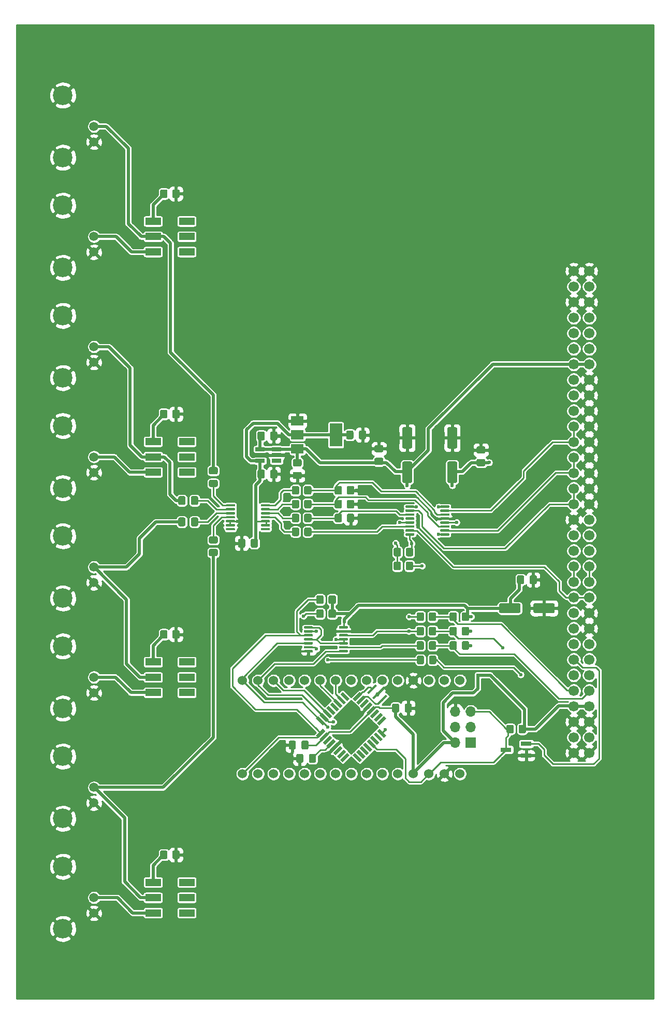
<source format=gbr>
%TF.GenerationSoftware,KiCad,Pcbnew,5.1.12-84ad8e8a86~92~ubuntu20.04.1*%
%TF.CreationDate,2022-05-19T19:13:27+02:00*%
%TF.ProjectId,bkm-129x-simple,626b6d2d-3132-4397-982d-73696d706c65,rev?*%
%TF.SameCoordinates,Original*%
%TF.FileFunction,Copper,L1,Top*%
%TF.FilePolarity,Positive*%
%FSLAX46Y46*%
G04 Gerber Fmt 4.6, Leading zero omitted, Abs format (unit mm)*
G04 Created by KiCad (PCBNEW 5.1.12-84ad8e8a86~92~ubuntu20.04.1) date 2022-05-19 19:13:27*
%MOMM*%
%LPD*%
G01*
G04 APERTURE LIST*
%TA.AperFunction,ComponentPad*%
%ADD10C,1.524000*%
%TD*%
%TA.AperFunction,SMDPad,CuDef*%
%ADD11R,2.500000X1.200000*%
%TD*%
%TA.AperFunction,ComponentPad*%
%ADD12C,1.500000*%
%TD*%
%TA.AperFunction,ComponentPad*%
%ADD13C,3.200000*%
%TD*%
%TA.AperFunction,SMDPad,CuDef*%
%ADD14C,0.100000*%
%TD*%
%TA.AperFunction,ComponentPad*%
%ADD15R,1.700000X1.700000*%
%TD*%
%TA.AperFunction,ComponentPad*%
%ADD16O,1.700000X1.700000*%
%TD*%
%TA.AperFunction,SMDPad,CuDef*%
%ADD17R,1.800000X0.800000*%
%TD*%
%TA.AperFunction,SMDPad,CuDef*%
%ADD18R,1.560000X0.650000*%
%TD*%
%TA.AperFunction,SMDPad,CuDef*%
%ADD19R,2.000000X3.800000*%
%TD*%
%TA.AperFunction,SMDPad,CuDef*%
%ADD20R,2.000000X1.500000*%
%TD*%
%TA.AperFunction,ComponentPad*%
%ADD21C,1.700000*%
%TD*%
%TA.AperFunction,ViaPad*%
%ADD22C,0.600000*%
%TD*%
%TA.AperFunction,Conductor*%
%ADD23C,0.250000*%
%TD*%
%TA.AperFunction,Conductor*%
%ADD24C,0.500000*%
%TD*%
%TA.AperFunction,Conductor*%
%ADD25C,0.254000*%
%TD*%
%TA.AperFunction,Conductor*%
%ADD26C,0.100000*%
%TD*%
G04 APERTURE END LIST*
D10*
%TO.P,U3,1*%
%TO.N,N/C*%
X167117100Y-150924000D03*
%TO.P,U3,2*%
X164577100Y-150924000D03*
%TO.P,U3,3*%
X162037100Y-150924000D03*
%TO.P,U3,4*%
%TO.N,GND*%
X159497100Y-150924000D03*
%TO.P,U3,5*%
%TO.N,MCU_SLOT_ID*%
X156957100Y-150924000D03*
%TO.P,U3,6*%
%TO.N,N/C*%
X154417100Y-150924000D03*
%TO.P,U3,7*%
X151877100Y-150924000D03*
%TO.P,U3,8*%
X149337100Y-150924000D03*
%TO.P,U3,9*%
%TO.N,~BX_OE*%
X146797100Y-150924000D03*
%TO.P,U3,10*%
%TO.N,~EXT_SYNC_OE*%
X144257100Y-150924000D03*
%TO.P,U3,11*%
%TO.N,N/C*%
X141717100Y-150924000D03*
%TO.P,U3,12*%
X139177100Y-150924000D03*
%TO.P,U3,13*%
%TO.N,~MCU_SS*%
X136637100Y-150924000D03*
%TO.P,U3,14*%
%TO.N,MCU_MOSI*%
X134097100Y-150924000D03*
%TO.P,U3,15*%
%TO.N,MCU_MISO*%
X131557100Y-150924000D03*
%TO.P,U3,16*%
%TO.N,MCU_SCK*%
X131557100Y-166164000D03*
%TO.P,U3,17*%
%TO.N,N/C*%
X134097100Y-166164000D03*
%TO.P,U3,18*%
X136637100Y-166164000D03*
%TO.P,U3,19*%
X139177100Y-166164000D03*
%TO.P,U3,20*%
X141717100Y-166164000D03*
%TO.P,U3,21*%
X144257100Y-166164000D03*
%TO.P,U3,22*%
X146797100Y-166164000D03*
%TO.P,U3,23*%
X149337100Y-166164000D03*
%TO.P,U3,24*%
X151877100Y-166164000D03*
%TO.P,U3,25*%
X154417100Y-166164000D03*
%TO.P,U3,26*%
X156957100Y-166164000D03*
%TO.P,U3,27*%
%TO.N,+5VD*%
X159497100Y-166164000D03*
%TO.P,U3,28*%
%TO.N,~MCU_RESET*%
X162037100Y-166164000D03*
%TO.P,U3,29*%
%TO.N,GND*%
X164577100Y-166164000D03*
%TO.P,U3,30*%
%TO.N,N/C*%
X167117100Y-166164000D03*
%TD*%
D11*
%TO.P,SW1,2*%
%TO.N,Net-(C1-Pad2)*%
X116950000Y-78400000D03*
%TO.P,SW1,5*%
%TO.N,N/C*%
X122450000Y-78400000D03*
%TO.P,SW1,6*%
X122450000Y-80900000D03*
%TO.P,SW1,3*%
%TO.N,Net-(J11-Pad1)*%
X116950000Y-80900000D03*
%TO.P,SW1,1*%
%TO.N,Net-(R13-Pad1)*%
X116950000Y-75900000D03*
%TO.P,SW1,4*%
%TO.N,N/C*%
X122450000Y-75900000D03*
%TD*%
%TO.P,SW2,2*%
%TO.N,Net-(C2-Pad2)*%
X116950000Y-114400000D03*
%TO.P,SW2,5*%
%TO.N,N/C*%
X122450000Y-114400000D03*
%TO.P,SW2,6*%
X122450000Y-116900000D03*
%TO.P,SW2,3*%
%TO.N,Net-(J21-Pad1)*%
X116950000Y-116900000D03*
%TO.P,SW2,1*%
%TO.N,Net-(R12-Pad1)*%
X116950000Y-111900000D03*
%TO.P,SW2,4*%
%TO.N,N/C*%
X122450000Y-111900000D03*
%TD*%
%TO.P,SW3,2*%
%TO.N,Net-(C3-Pad2)*%
X116950000Y-150400000D03*
%TO.P,SW3,5*%
%TO.N,N/C*%
X122450000Y-150400000D03*
%TO.P,SW3,6*%
X122450000Y-152900000D03*
%TO.P,SW3,3*%
%TO.N,Net-(J31-Pad1)*%
X116950000Y-152900000D03*
%TO.P,SW3,1*%
%TO.N,Net-(R11-Pad1)*%
X116950000Y-147900000D03*
%TO.P,SW3,4*%
%TO.N,N/C*%
X122450000Y-147900000D03*
%TD*%
%TO.P,SW4,2*%
%TO.N,Net-(C4-Pad2)*%
X116950000Y-186400000D03*
%TO.P,SW4,5*%
%TO.N,N/C*%
X122450000Y-186400000D03*
%TO.P,SW4,6*%
X122450000Y-188900000D03*
%TO.P,SW4,3*%
%TO.N,Net-(J41-Pad1)*%
X116950000Y-188900000D03*
%TO.P,SW4,1*%
%TO.N,Net-(R10-Pad1)*%
X116950000Y-183900000D03*
%TO.P,SW4,4*%
%TO.N,N/C*%
X122450000Y-183900000D03*
%TD*%
D12*
%TO.P,J41,2*%
%TO.N,GND*%
X107280000Y-188940000D03*
D13*
X102200000Y-181320000D03*
X102200000Y-191480000D03*
D12*
%TO.P,J41,1*%
%TO.N,Net-(J41-Pad1)*%
X107280000Y-186400000D03*
%TD*%
%TO.P,J31,2*%
%TO.N,GND*%
X107280000Y-152940000D03*
D13*
X102200000Y-145320000D03*
X102200000Y-155480000D03*
D12*
%TO.P,J31,1*%
%TO.N,Net-(J31-Pad1)*%
X107280000Y-150400000D03*
%TD*%
%TO.P,J21,2*%
%TO.N,GND*%
X107280000Y-116940000D03*
D13*
X102200000Y-109320000D03*
X102200000Y-119480000D03*
D12*
%TO.P,J21,1*%
%TO.N,Net-(J21-Pad1)*%
X107280000Y-114400000D03*
%TD*%
%TO.P,J11,2*%
%TO.N,GND*%
X107280000Y-80940000D03*
D13*
X102200000Y-73320000D03*
X102200000Y-83480000D03*
D12*
%TO.P,J11,1*%
%TO.N,Net-(J11-Pad1)*%
X107280000Y-78400000D03*
%TD*%
%TO.P,J4,2*%
%TO.N,GND*%
X107280000Y-170940000D03*
D13*
X102200000Y-163320000D03*
X102200000Y-173480000D03*
D12*
%TO.P,J4,1*%
%TO.N,Net-(C4-Pad2)*%
X107280000Y-168400000D03*
%TD*%
%TO.P,J3,2*%
%TO.N,GND*%
X107280000Y-134940000D03*
D13*
X102200000Y-127320000D03*
X102200000Y-137480000D03*
D12*
%TO.P,J3,1*%
%TO.N,Net-(C3-Pad2)*%
X107280000Y-132400000D03*
%TD*%
%TO.P,J2,2*%
%TO.N,GND*%
X107280000Y-98940000D03*
D13*
X102200000Y-91320000D03*
X102200000Y-101480000D03*
D12*
%TO.P,J2,1*%
%TO.N,Net-(C2-Pad2)*%
X107280000Y-96400000D03*
%TD*%
%TO.P,J1,2*%
%TO.N,GND*%
X107280000Y-62940000D03*
D13*
X102200000Y-55320000D03*
X102200000Y-65480000D03*
D12*
%TO.P,J1,1*%
%TO.N,Net-(C1-Pad2)*%
X107280000Y-60400000D03*
%TD*%
%TA.AperFunction,SMDPad,CuDef*%
D14*
%TO.P,Y1,2*%
%TO.N,GND*%
G36*
X154413173Y-152644670D02*
G01*
X153069670Y-153988173D01*
X152786827Y-153705330D01*
X154130330Y-152361827D01*
X154413173Y-152644670D01*
G37*
%TD.AperFunction*%
%TA.AperFunction,SMDPad,CuDef*%
%TO.P,Y1,3*%
%TO.N,Net-(U6-Pad8)*%
G36*
X153564645Y-151796142D02*
G01*
X152221142Y-153139645D01*
X151938299Y-152856802D01*
X153281802Y-151513299D01*
X153564645Y-151796142D01*
G37*
%TD.AperFunction*%
%TA.AperFunction,SMDPad,CuDef*%
%TO.P,Y1,1*%
%TO.N,Net-(U6-Pad7)*%
G36*
X155261701Y-153493198D02*
G01*
X153918198Y-154836701D01*
X153635355Y-154553858D01*
X154978858Y-153210355D01*
X155261701Y-153493198D01*
G37*
%TD.AperFunction*%
%TD*%
D15*
%TO.P,J6,1*%
%TO.N,MCU_MISO*%
X168900000Y-161100000D03*
D16*
%TO.P,J6,2*%
%TO.N,+5VD*%
X166360000Y-161100000D03*
%TO.P,J6,3*%
%TO.N,MCU_SCK*%
X168900000Y-158560000D03*
%TO.P,J6,4*%
%TO.N,MCU_MOSI*%
X166360000Y-158560000D03*
%TO.P,J6,5*%
%TO.N,~MCU_RESET*%
X168900000Y-156020000D03*
%TO.P,J6,6*%
%TO.N,GND*%
X166360000Y-156020000D03*
%TD*%
%TO.P,C1,1*%
%TO.N,Net-(C1-Pad1)*%
%TA.AperFunction,SMDPad,CuDef*%
G36*
G01*
X127275000Y-119325000D02*
X126325000Y-119325000D01*
G75*
G02*
X126075000Y-119075000I0J250000D01*
G01*
X126075000Y-118400000D01*
G75*
G02*
X126325000Y-118150000I250000J0D01*
G01*
X127275000Y-118150000D01*
G75*
G02*
X127525000Y-118400000I0J-250000D01*
G01*
X127525000Y-119075000D01*
G75*
G02*
X127275000Y-119325000I-250000J0D01*
G01*
G37*
%TD.AperFunction*%
%TO.P,C1,2*%
%TO.N,Net-(C1-Pad2)*%
%TA.AperFunction,SMDPad,CuDef*%
G36*
G01*
X127275000Y-117250000D02*
X126325000Y-117250000D01*
G75*
G02*
X126075000Y-117000000I0J250000D01*
G01*
X126075000Y-116325000D01*
G75*
G02*
X126325000Y-116075000I250000J0D01*
G01*
X127275000Y-116075000D01*
G75*
G02*
X127525000Y-116325000I0J-250000D01*
G01*
X127525000Y-117000000D01*
G75*
G02*
X127275000Y-117250000I-250000J0D01*
G01*
G37*
%TD.AperFunction*%
%TD*%
%TO.P,C2,1*%
%TO.N,Net-(C2-Pad1)*%
%TA.AperFunction,SMDPad,CuDef*%
G36*
G01*
X124317500Y-121048500D02*
X124317500Y-121998500D01*
G75*
G02*
X124067500Y-122248500I-250000J0D01*
G01*
X123392500Y-122248500D01*
G75*
G02*
X123142500Y-121998500I0J250000D01*
G01*
X123142500Y-121048500D01*
G75*
G02*
X123392500Y-120798500I250000J0D01*
G01*
X124067500Y-120798500D01*
G75*
G02*
X124317500Y-121048500I0J-250000D01*
G01*
G37*
%TD.AperFunction*%
%TO.P,C2,2*%
%TO.N,Net-(C2-Pad2)*%
%TA.AperFunction,SMDPad,CuDef*%
G36*
G01*
X122242500Y-121048500D02*
X122242500Y-121998500D01*
G75*
G02*
X121992500Y-122248500I-250000J0D01*
G01*
X121317500Y-122248500D01*
G75*
G02*
X121067500Y-121998500I0J250000D01*
G01*
X121067500Y-121048500D01*
G75*
G02*
X121317500Y-120798500I250000J0D01*
G01*
X121992500Y-120798500D01*
G75*
G02*
X122242500Y-121048500I0J-250000D01*
G01*
G37*
%TD.AperFunction*%
%TD*%
%TO.P,C3,1*%
%TO.N,Net-(C3-Pad1)*%
%TA.AperFunction,SMDPad,CuDef*%
G36*
G01*
X124317500Y-124541000D02*
X124317500Y-125491000D01*
G75*
G02*
X124067500Y-125741000I-250000J0D01*
G01*
X123392500Y-125741000D01*
G75*
G02*
X123142500Y-125491000I0J250000D01*
G01*
X123142500Y-124541000D01*
G75*
G02*
X123392500Y-124291000I250000J0D01*
G01*
X124067500Y-124291000D01*
G75*
G02*
X124317500Y-124541000I0J-250000D01*
G01*
G37*
%TD.AperFunction*%
%TO.P,C3,2*%
%TO.N,Net-(C3-Pad2)*%
%TA.AperFunction,SMDPad,CuDef*%
G36*
G01*
X122242500Y-124541000D02*
X122242500Y-125491000D01*
G75*
G02*
X121992500Y-125741000I-250000J0D01*
G01*
X121317500Y-125741000D01*
G75*
G02*
X121067500Y-125491000I0J250000D01*
G01*
X121067500Y-124541000D01*
G75*
G02*
X121317500Y-124291000I250000J0D01*
G01*
X121992500Y-124291000D01*
G75*
G02*
X122242500Y-124541000I0J-250000D01*
G01*
G37*
%TD.AperFunction*%
%TD*%
%TO.P,C4,2*%
%TO.N,Net-(C4-Pad2)*%
%TA.AperFunction,SMDPad,CuDef*%
G36*
G01*
X126325000Y-129450000D02*
X127275000Y-129450000D01*
G75*
G02*
X127525000Y-129700000I0J-250000D01*
G01*
X127525000Y-130375000D01*
G75*
G02*
X127275000Y-130625000I-250000J0D01*
G01*
X126325000Y-130625000D01*
G75*
G02*
X126075000Y-130375000I0J250000D01*
G01*
X126075000Y-129700000D01*
G75*
G02*
X126325000Y-129450000I250000J0D01*
G01*
G37*
%TD.AperFunction*%
%TO.P,C4,1*%
%TO.N,Net-(C4-Pad1)*%
%TA.AperFunction,SMDPad,CuDef*%
G36*
G01*
X126325000Y-127375000D02*
X127275000Y-127375000D01*
G75*
G02*
X127525000Y-127625000I0J-250000D01*
G01*
X127525000Y-128300000D01*
G75*
G02*
X127275000Y-128550000I-250000J0D01*
G01*
X126325000Y-128550000D01*
G75*
G02*
X126075000Y-128300000I0J250000D01*
G01*
X126075000Y-127625000D01*
G75*
G02*
X126325000Y-127375000I250000J0D01*
G01*
G37*
%TD.AperFunction*%
%TD*%
%TO.P,C5,1*%
%TO.N,+3V3*%
%TA.AperFunction,SMDPad,CuDef*%
G36*
G01*
X134096500Y-128033500D02*
X134096500Y-128983500D01*
G75*
G02*
X133846500Y-129233500I-250000J0D01*
G01*
X133171500Y-129233500D01*
G75*
G02*
X132921500Y-128983500I0J250000D01*
G01*
X132921500Y-128033500D01*
G75*
G02*
X133171500Y-127783500I250000J0D01*
G01*
X133846500Y-127783500D01*
G75*
G02*
X134096500Y-128033500I0J-250000D01*
G01*
G37*
%TD.AperFunction*%
%TO.P,C5,2*%
%TO.N,GND*%
%TA.AperFunction,SMDPad,CuDef*%
G36*
G01*
X132021500Y-128033500D02*
X132021500Y-128983500D01*
G75*
G02*
X131771500Y-129233500I-250000J0D01*
G01*
X131096500Y-129233500D01*
G75*
G02*
X130846500Y-128983500I0J250000D01*
G01*
X130846500Y-128033500D01*
G75*
G02*
X131096500Y-127783500I250000J0D01*
G01*
X131771500Y-127783500D01*
G75*
G02*
X132021500Y-128033500I0J-250000D01*
G01*
G37*
%TD.AperFunction*%
%TD*%
%TO.P,C6,2*%
%TO.N,GND*%
%TA.AperFunction,SMDPad,CuDef*%
G36*
G01*
X154346000Y-113644000D02*
X153396000Y-113644000D01*
G75*
G02*
X153146000Y-113394000I0J250000D01*
G01*
X153146000Y-112719000D01*
G75*
G02*
X153396000Y-112469000I250000J0D01*
G01*
X154346000Y-112469000D01*
G75*
G02*
X154596000Y-112719000I0J-250000D01*
G01*
X154596000Y-113394000D01*
G75*
G02*
X154346000Y-113644000I-250000J0D01*
G01*
G37*
%TD.AperFunction*%
%TO.P,C6,1*%
%TO.N,VDD*%
%TA.AperFunction,SMDPad,CuDef*%
G36*
G01*
X154346000Y-115719000D02*
X153396000Y-115719000D01*
G75*
G02*
X153146000Y-115469000I0J250000D01*
G01*
X153146000Y-114794000D01*
G75*
G02*
X153396000Y-114544000I250000J0D01*
G01*
X154346000Y-114544000D01*
G75*
G02*
X154596000Y-114794000I0J-250000D01*
G01*
X154596000Y-115469000D01*
G75*
G02*
X154346000Y-115719000I-250000J0D01*
G01*
G37*
%TD.AperFunction*%
%TD*%
%TO.P,C7,2*%
%TO.N,GND*%
%TA.AperFunction,SMDPad,CuDef*%
G36*
G01*
X159056500Y-113044000D02*
X157956500Y-113044000D01*
G75*
G02*
X157706500Y-112794000I0J250000D01*
G01*
X157706500Y-109794000D01*
G75*
G02*
X157956500Y-109544000I250000J0D01*
G01*
X159056500Y-109544000D01*
G75*
G02*
X159306500Y-109794000I0J-250000D01*
G01*
X159306500Y-112794000D01*
G75*
G02*
X159056500Y-113044000I-250000J0D01*
G01*
G37*
%TD.AperFunction*%
%TO.P,C7,1*%
%TO.N,VDD*%
%TA.AperFunction,SMDPad,CuDef*%
G36*
G01*
X159056500Y-118644000D02*
X157956500Y-118644000D01*
G75*
G02*
X157706500Y-118394000I0J250000D01*
G01*
X157706500Y-115394000D01*
G75*
G02*
X157956500Y-115144000I250000J0D01*
G01*
X159056500Y-115144000D01*
G75*
G02*
X159306500Y-115394000I0J-250000D01*
G01*
X159306500Y-118394000D01*
G75*
G02*
X159056500Y-118644000I-250000J0D01*
G01*
G37*
%TD.AperFunction*%
%TD*%
%TO.P,C8,1*%
%TO.N,GND*%
%TA.AperFunction,SMDPad,CuDef*%
G36*
G01*
X165322500Y-109544000D02*
X166422500Y-109544000D01*
G75*
G02*
X166672500Y-109794000I0J-250000D01*
G01*
X166672500Y-112794000D01*
G75*
G02*
X166422500Y-113044000I-250000J0D01*
G01*
X165322500Y-113044000D01*
G75*
G02*
X165072500Y-112794000I0J250000D01*
G01*
X165072500Y-109794000D01*
G75*
G02*
X165322500Y-109544000I250000J0D01*
G01*
G37*
%TD.AperFunction*%
%TO.P,C8,2*%
%TO.N,VSS*%
%TA.AperFunction,SMDPad,CuDef*%
G36*
G01*
X165322500Y-115144000D02*
X166422500Y-115144000D01*
G75*
G02*
X166672500Y-115394000I0J-250000D01*
G01*
X166672500Y-118394000D01*
G75*
G02*
X166422500Y-118644000I-250000J0D01*
G01*
X165322500Y-118644000D01*
G75*
G02*
X165072500Y-118394000I0J250000D01*
G01*
X165072500Y-115394000D01*
G75*
G02*
X165322500Y-115144000I250000J0D01*
G01*
G37*
%TD.AperFunction*%
%TD*%
%TO.P,C9,1*%
%TO.N,VSS*%
%TA.AperFunction,SMDPad,CuDef*%
G36*
G01*
X171036000Y-115925000D02*
X170086000Y-115925000D01*
G75*
G02*
X169836000Y-115675000I0J250000D01*
G01*
X169836000Y-115000000D01*
G75*
G02*
X170086000Y-114750000I250000J0D01*
G01*
X171036000Y-114750000D01*
G75*
G02*
X171286000Y-115000000I0J-250000D01*
G01*
X171286000Y-115675000D01*
G75*
G02*
X171036000Y-115925000I-250000J0D01*
G01*
G37*
%TD.AperFunction*%
%TO.P,C9,2*%
%TO.N,GND*%
%TA.AperFunction,SMDPad,CuDef*%
G36*
G01*
X171036000Y-113850000D02*
X170086000Y-113850000D01*
G75*
G02*
X169836000Y-113600000I0J250000D01*
G01*
X169836000Y-112925000D01*
G75*
G02*
X170086000Y-112675000I250000J0D01*
G01*
X171036000Y-112675000D01*
G75*
G02*
X171286000Y-112925000I0J-250000D01*
G01*
X171286000Y-113600000D01*
G75*
G02*
X171036000Y-113850000I-250000J0D01*
G01*
G37*
%TD.AperFunction*%
%TD*%
%TO.P,C10,1*%
%TO.N,+3V3*%
%TA.AperFunction,SMDPad,CuDef*%
G36*
G01*
X134034200Y-117693200D02*
X134034200Y-116743200D01*
G75*
G02*
X134284200Y-116493200I250000J0D01*
G01*
X134959200Y-116493200D01*
G75*
G02*
X135209200Y-116743200I0J-250000D01*
G01*
X135209200Y-117693200D01*
G75*
G02*
X134959200Y-117943200I-250000J0D01*
G01*
X134284200Y-117943200D01*
G75*
G02*
X134034200Y-117693200I0J250000D01*
G01*
G37*
%TD.AperFunction*%
%TO.P,C10,2*%
%TO.N,GND*%
%TA.AperFunction,SMDPad,CuDef*%
G36*
G01*
X136109200Y-117693200D02*
X136109200Y-116743200D01*
G75*
G02*
X136359200Y-116493200I250000J0D01*
G01*
X137034200Y-116493200D01*
G75*
G02*
X137284200Y-116743200I0J-250000D01*
G01*
X137284200Y-117693200D01*
G75*
G02*
X137034200Y-117943200I-250000J0D01*
G01*
X136359200Y-117943200D01*
G75*
G02*
X136109200Y-117693200I0J250000D01*
G01*
G37*
%TD.AperFunction*%
%TD*%
%TO.P,C11,2*%
%TO.N,VDD*%
%TA.AperFunction,SMDPad,CuDef*%
G36*
G01*
X135209200Y-110494800D02*
X135209200Y-111444800D01*
G75*
G02*
X134959200Y-111694800I-250000J0D01*
G01*
X134284200Y-111694800D01*
G75*
G02*
X134034200Y-111444800I0J250000D01*
G01*
X134034200Y-110494800D01*
G75*
G02*
X134284200Y-110244800I250000J0D01*
G01*
X134959200Y-110244800D01*
G75*
G02*
X135209200Y-110494800I0J-250000D01*
G01*
G37*
%TD.AperFunction*%
%TO.P,C11,1*%
%TO.N,GND*%
%TA.AperFunction,SMDPad,CuDef*%
G36*
G01*
X137284200Y-110494800D02*
X137284200Y-111444800D01*
G75*
G02*
X137034200Y-111694800I-250000J0D01*
G01*
X136359200Y-111694800D01*
G75*
G02*
X136109200Y-111444800I0J250000D01*
G01*
X136109200Y-110494800D01*
G75*
G02*
X136359200Y-110244800I250000J0D01*
G01*
X137034200Y-110244800D01*
G75*
G02*
X137284200Y-110494800I0J-250000D01*
G01*
G37*
%TD.AperFunction*%
%TD*%
%TO.P,C12,2*%
%TO.N,GND*%
%TA.AperFunction,SMDPad,CuDef*%
G36*
G01*
X178527200Y-134939800D02*
X178527200Y-133989800D01*
G75*
G02*
X178777200Y-133739800I250000J0D01*
G01*
X179452200Y-133739800D01*
G75*
G02*
X179702200Y-133989800I0J-250000D01*
G01*
X179702200Y-134939800D01*
G75*
G02*
X179452200Y-135189800I-250000J0D01*
G01*
X178777200Y-135189800D01*
G75*
G02*
X178527200Y-134939800I0J250000D01*
G01*
G37*
%TD.AperFunction*%
%TO.P,C12,1*%
%TO.N,+5VD*%
%TA.AperFunction,SMDPad,CuDef*%
G36*
G01*
X176452200Y-134939800D02*
X176452200Y-133989800D01*
G75*
G02*
X176702200Y-133739800I250000J0D01*
G01*
X177377200Y-133739800D01*
G75*
G02*
X177627200Y-133989800I0J-250000D01*
G01*
X177627200Y-134939800D01*
G75*
G02*
X177377200Y-135189800I-250000J0D01*
G01*
X176702200Y-135189800D01*
G75*
G02*
X176452200Y-134939800I0J250000D01*
G01*
G37*
%TD.AperFunction*%
%TD*%
%TO.P,C13,1*%
%TO.N,+5VD*%
%TA.AperFunction,SMDPad,CuDef*%
G36*
G01*
X173527200Y-139663000D02*
X173527200Y-138563000D01*
G75*
G02*
X173777200Y-138313000I250000J0D01*
G01*
X176777200Y-138313000D01*
G75*
G02*
X177027200Y-138563000I0J-250000D01*
G01*
X177027200Y-139663000D01*
G75*
G02*
X176777200Y-139913000I-250000J0D01*
G01*
X173777200Y-139913000D01*
G75*
G02*
X173527200Y-139663000I0J250000D01*
G01*
G37*
%TD.AperFunction*%
%TO.P,C13,2*%
%TO.N,GND*%
%TA.AperFunction,SMDPad,CuDef*%
G36*
G01*
X179127200Y-139663000D02*
X179127200Y-138563000D01*
G75*
G02*
X179377200Y-138313000I250000J0D01*
G01*
X182377200Y-138313000D01*
G75*
G02*
X182627200Y-138563000I0J-250000D01*
G01*
X182627200Y-139663000D01*
G75*
G02*
X182377200Y-139913000I-250000J0D01*
G01*
X179377200Y-139913000D01*
G75*
G02*
X179127200Y-139663000I0J250000D01*
G01*
G37*
%TD.AperFunction*%
%TD*%
%TO.P,C15,1*%
%TO.N,+5VD*%
%TA.AperFunction,SMDPad,CuDef*%
G36*
G01*
X142375000Y-161000000D02*
X142375000Y-161950000D01*
G75*
G02*
X142125000Y-162200000I-250000J0D01*
G01*
X141450000Y-162200000D01*
G75*
G02*
X141200000Y-161950000I0J250000D01*
G01*
X141200000Y-161000000D01*
G75*
G02*
X141450000Y-160750000I250000J0D01*
G01*
X142125000Y-160750000D01*
G75*
G02*
X142375000Y-161000000I0J-250000D01*
G01*
G37*
%TD.AperFunction*%
%TO.P,C15,2*%
%TO.N,GND*%
%TA.AperFunction,SMDPad,CuDef*%
G36*
G01*
X140300000Y-161000000D02*
X140300000Y-161950000D01*
G75*
G02*
X140050000Y-162200000I-250000J0D01*
G01*
X139375000Y-162200000D01*
G75*
G02*
X139125000Y-161950000I0J250000D01*
G01*
X139125000Y-161000000D01*
G75*
G02*
X139375000Y-160750000I250000J0D01*
G01*
X140050000Y-160750000D01*
G75*
G02*
X140300000Y-161000000I0J-250000D01*
G01*
G37*
%TD.AperFunction*%
%TD*%
%TO.P,C16,2*%
%TO.N,GND*%
%TA.AperFunction,SMDPad,CuDef*%
G36*
G01*
X158090000Y-155905000D02*
X158090000Y-154955000D01*
G75*
G02*
X158340000Y-154705000I250000J0D01*
G01*
X159015000Y-154705000D01*
G75*
G02*
X159265000Y-154955000I0J-250000D01*
G01*
X159265000Y-155905000D01*
G75*
G02*
X159015000Y-156155000I-250000J0D01*
G01*
X158340000Y-156155000D01*
G75*
G02*
X158090000Y-155905000I0J250000D01*
G01*
G37*
%TD.AperFunction*%
%TO.P,C16,1*%
%TO.N,+5VD*%
%TA.AperFunction,SMDPad,CuDef*%
G36*
G01*
X156015000Y-155905000D02*
X156015000Y-154955000D01*
G75*
G02*
X156265000Y-154705000I250000J0D01*
G01*
X156940000Y-154705000D01*
G75*
G02*
X157190000Y-154955000I0J-250000D01*
G01*
X157190000Y-155905000D01*
G75*
G02*
X156940000Y-156155000I-250000J0D01*
G01*
X156265000Y-156155000D01*
G75*
G02*
X156015000Y-155905000I0J250000D01*
G01*
G37*
%TD.AperFunction*%
%TD*%
%TO.P,C17,2*%
%TO.N,Net-(C17-Pad2)*%
%TA.AperFunction,SMDPad,CuDef*%
G36*
G01*
X142425000Y-164125000D02*
X142425000Y-163175000D01*
G75*
G02*
X142675000Y-162925000I250000J0D01*
G01*
X143350000Y-162925000D01*
G75*
G02*
X143600000Y-163175000I0J-250000D01*
G01*
X143600000Y-164125000D01*
G75*
G02*
X143350000Y-164375000I-250000J0D01*
G01*
X142675000Y-164375000D01*
G75*
G02*
X142425000Y-164125000I0J250000D01*
G01*
G37*
%TD.AperFunction*%
%TO.P,C17,1*%
%TO.N,GND*%
%TA.AperFunction,SMDPad,CuDef*%
G36*
G01*
X140350000Y-164125000D02*
X140350000Y-163175000D01*
G75*
G02*
X140600000Y-162925000I250000J0D01*
G01*
X141275000Y-162925000D01*
G75*
G02*
X141525000Y-163175000I0J-250000D01*
G01*
X141525000Y-164125000D01*
G75*
G02*
X141275000Y-164375000I-250000J0D01*
G01*
X140600000Y-164375000D01*
G75*
G02*
X140350000Y-164125000I0J250000D01*
G01*
G37*
%TD.AperFunction*%
%TD*%
%TO.P,C101,2*%
%TO.N,GND*%
%TA.AperFunction,SMDPad,CuDef*%
G36*
G01*
X140050500Y-116845500D02*
X141000500Y-116845500D01*
G75*
G02*
X141250500Y-117095500I0J-250000D01*
G01*
X141250500Y-117770500D01*
G75*
G02*
X141000500Y-118020500I-250000J0D01*
G01*
X140050500Y-118020500D01*
G75*
G02*
X139800500Y-117770500I0J250000D01*
G01*
X139800500Y-117095500D01*
G75*
G02*
X140050500Y-116845500I250000J0D01*
G01*
G37*
%TD.AperFunction*%
%TO.P,C101,1*%
%TO.N,VDD*%
%TA.AperFunction,SMDPad,CuDef*%
G36*
G01*
X140050500Y-114770500D02*
X141000500Y-114770500D01*
G75*
G02*
X141250500Y-115020500I0J-250000D01*
G01*
X141250500Y-115695500D01*
G75*
G02*
X141000500Y-115945500I-250000J0D01*
G01*
X140050500Y-115945500D01*
G75*
G02*
X139800500Y-115695500I0J250000D01*
G01*
X139800500Y-115020500D01*
G75*
G02*
X140050500Y-114770500I250000J0D01*
G01*
G37*
%TD.AperFunction*%
%TD*%
%TO.P,C102,1*%
%TO.N,+3V3*%
%TA.AperFunction,SMDPad,CuDef*%
G36*
G01*
X148531000Y-111282500D02*
X148531000Y-110332500D01*
G75*
G02*
X148781000Y-110082500I250000J0D01*
G01*
X149456000Y-110082500D01*
G75*
G02*
X149706000Y-110332500I0J-250000D01*
G01*
X149706000Y-111282500D01*
G75*
G02*
X149456000Y-111532500I-250000J0D01*
G01*
X148781000Y-111532500D01*
G75*
G02*
X148531000Y-111282500I0J250000D01*
G01*
G37*
%TD.AperFunction*%
%TO.P,C102,2*%
%TO.N,GND*%
%TA.AperFunction,SMDPad,CuDef*%
G36*
G01*
X150606000Y-111282500D02*
X150606000Y-110332500D01*
G75*
G02*
X150856000Y-110082500I250000J0D01*
G01*
X151531000Y-110082500D01*
G75*
G02*
X151781000Y-110332500I0J-250000D01*
G01*
X151781000Y-111282500D01*
G75*
G02*
X151531000Y-111532500I-250000J0D01*
G01*
X150856000Y-111532500D01*
G75*
G02*
X150606000Y-111282500I0J250000D01*
G01*
G37*
%TD.AperFunction*%
%TD*%
D17*
%TO.P,Q1,1*%
%TO.N,GND*%
X177974600Y-163177000D03*
%TO.P,Q1,2*%
%TO.N,/RESET*%
X177974600Y-161277000D03*
%TO.P,Q1,3*%
%TO.N,~MCU_RESET*%
X174674600Y-162227000D03*
%TD*%
%TO.P,R1,1*%
%TO.N,~BX_OE*%
%TA.AperFunction,SMDPad,CuDef*%
G36*
G01*
X159480000Y-131759999D02*
X159480000Y-132660001D01*
G75*
G02*
X159230001Y-132910000I-249999J0D01*
G01*
X158529999Y-132910000D01*
G75*
G02*
X158280000Y-132660001I0J249999D01*
G01*
X158280000Y-131759999D01*
G75*
G02*
X158529999Y-131510000I249999J0D01*
G01*
X159230001Y-131510000D01*
G75*
G02*
X159480000Y-131759999I0J-249999D01*
G01*
G37*
%TD.AperFunction*%
%TO.P,R1,2*%
%TO.N,VDD*%
%TA.AperFunction,SMDPad,CuDef*%
G36*
G01*
X157480000Y-131759999D02*
X157480000Y-132660001D01*
G75*
G02*
X157230001Y-132910000I-249999J0D01*
G01*
X156529999Y-132910000D01*
G75*
G02*
X156280000Y-132660001I0J249999D01*
G01*
X156280000Y-131759999D01*
G75*
G02*
X156529999Y-131510000I249999J0D01*
G01*
X157230001Y-131510000D01*
G75*
G02*
X157480000Y-131759999I0J-249999D01*
G01*
G37*
%TD.AperFunction*%
%TD*%
%TO.P,R6,1*%
%TO.N,Net-(R29-Pad1)*%
%TA.AperFunction,SMDPad,CuDef*%
G36*
G01*
X142847200Y-119409799D02*
X142847200Y-120309801D01*
G75*
G02*
X142597201Y-120559800I-249999J0D01*
G01*
X141897199Y-120559800D01*
G75*
G02*
X141647200Y-120309801I0J249999D01*
G01*
X141647200Y-119409799D01*
G75*
G02*
X141897199Y-119159800I249999J0D01*
G01*
X142597201Y-119159800D01*
G75*
G02*
X142847200Y-119409799I0J-249999D01*
G01*
G37*
%TD.AperFunction*%
%TO.P,R6,2*%
%TO.N,Net-(R6-Pad2)*%
%TA.AperFunction,SMDPad,CuDef*%
G36*
G01*
X140847200Y-119409799D02*
X140847200Y-120309801D01*
G75*
G02*
X140597201Y-120559800I-249999J0D01*
G01*
X139897199Y-120559800D01*
G75*
G02*
X139647200Y-120309801I0J249999D01*
G01*
X139647200Y-119409799D01*
G75*
G02*
X139897199Y-119159800I249999J0D01*
G01*
X140597201Y-119159800D01*
G75*
G02*
X140847200Y-119409799I0J-249999D01*
G01*
G37*
%TD.AperFunction*%
%TD*%
%TO.P,R7,2*%
%TO.N,Net-(R7-Pad2)*%
%TA.AperFunction,SMDPad,CuDef*%
G36*
G01*
X140850000Y-121669999D02*
X140850000Y-122570001D01*
G75*
G02*
X140600001Y-122820000I-249999J0D01*
G01*
X139899999Y-122820000D01*
G75*
G02*
X139650000Y-122570001I0J249999D01*
G01*
X139650000Y-121669999D01*
G75*
G02*
X139899999Y-121420000I249999J0D01*
G01*
X140600001Y-121420000D01*
G75*
G02*
X140850000Y-121669999I0J-249999D01*
G01*
G37*
%TD.AperFunction*%
%TO.P,R7,1*%
%TO.N,Net-(R30-Pad1)*%
%TA.AperFunction,SMDPad,CuDef*%
G36*
G01*
X142850000Y-121669999D02*
X142850000Y-122570001D01*
G75*
G02*
X142600001Y-122820000I-249999J0D01*
G01*
X141899999Y-122820000D01*
G75*
G02*
X141650000Y-122570001I0J249999D01*
G01*
X141650000Y-121669999D01*
G75*
G02*
X141899999Y-121420000I249999J0D01*
G01*
X142600001Y-121420000D01*
G75*
G02*
X142850000Y-121669999I0J-249999D01*
G01*
G37*
%TD.AperFunction*%
%TD*%
%TO.P,R8,1*%
%TO.N,Net-(R31-Pad1)*%
%TA.AperFunction,SMDPad,CuDef*%
G36*
G01*
X142847200Y-123930999D02*
X142847200Y-124831001D01*
G75*
G02*
X142597201Y-125081000I-249999J0D01*
G01*
X141897199Y-125081000D01*
G75*
G02*
X141647200Y-124831001I0J249999D01*
G01*
X141647200Y-123930999D01*
G75*
G02*
X141897199Y-123681000I249999J0D01*
G01*
X142597201Y-123681000D01*
G75*
G02*
X142847200Y-123930999I0J-249999D01*
G01*
G37*
%TD.AperFunction*%
%TO.P,R8,2*%
%TO.N,Net-(R8-Pad2)*%
%TA.AperFunction,SMDPad,CuDef*%
G36*
G01*
X140847200Y-123930999D02*
X140847200Y-124831001D01*
G75*
G02*
X140597201Y-125081000I-249999J0D01*
G01*
X139897199Y-125081000D01*
G75*
G02*
X139647200Y-124831001I0J249999D01*
G01*
X139647200Y-123930999D01*
G75*
G02*
X139897199Y-123681000I249999J0D01*
G01*
X140597201Y-123681000D01*
G75*
G02*
X140847200Y-123930999I0J-249999D01*
G01*
G37*
%TD.AperFunction*%
%TD*%
%TO.P,R9,2*%
%TO.N,Net-(R9-Pad2)*%
%TA.AperFunction,SMDPad,CuDef*%
G36*
G01*
X140847200Y-126191599D02*
X140847200Y-127091601D01*
G75*
G02*
X140597201Y-127341600I-249999J0D01*
G01*
X139897199Y-127341600D01*
G75*
G02*
X139647200Y-127091601I0J249999D01*
G01*
X139647200Y-126191599D01*
G75*
G02*
X139897199Y-125941600I249999J0D01*
G01*
X140597201Y-125941600D01*
G75*
G02*
X140847200Y-126191599I0J-249999D01*
G01*
G37*
%TD.AperFunction*%
%TO.P,R9,1*%
%TO.N,Net-(R9-Pad1)*%
%TA.AperFunction,SMDPad,CuDef*%
G36*
G01*
X142847200Y-126191599D02*
X142847200Y-127091601D01*
G75*
G02*
X142597201Y-127341600I-249999J0D01*
G01*
X141897199Y-127341600D01*
G75*
G02*
X141647200Y-127091601I0J249999D01*
G01*
X141647200Y-126191599D01*
G75*
G02*
X141897199Y-125941600I249999J0D01*
G01*
X142597201Y-125941600D01*
G75*
G02*
X142847200Y-126191599I0J-249999D01*
G01*
G37*
%TD.AperFunction*%
%TD*%
%TO.P,R10,1*%
%TO.N,Net-(R10-Pad1)*%
%TA.AperFunction,SMDPad,CuDef*%
G36*
G01*
X118100000Y-179850001D02*
X118100000Y-178949999D01*
G75*
G02*
X118349999Y-178700000I249999J0D01*
G01*
X119050001Y-178700000D01*
G75*
G02*
X119300000Y-178949999I0J-249999D01*
G01*
X119300000Y-179850001D01*
G75*
G02*
X119050001Y-180100000I-249999J0D01*
G01*
X118349999Y-180100000D01*
G75*
G02*
X118100000Y-179850001I0J249999D01*
G01*
G37*
%TD.AperFunction*%
%TO.P,R10,2*%
%TO.N,GND*%
%TA.AperFunction,SMDPad,CuDef*%
G36*
G01*
X120100000Y-179850001D02*
X120100000Y-178949999D01*
G75*
G02*
X120349999Y-178700000I249999J0D01*
G01*
X121050001Y-178700000D01*
G75*
G02*
X121300000Y-178949999I0J-249999D01*
G01*
X121300000Y-179850001D01*
G75*
G02*
X121050001Y-180100000I-249999J0D01*
G01*
X120349999Y-180100000D01*
G75*
G02*
X120100000Y-179850001I0J249999D01*
G01*
G37*
%TD.AperFunction*%
%TD*%
%TO.P,R11,2*%
%TO.N,GND*%
%TA.AperFunction,SMDPad,CuDef*%
G36*
G01*
X120100000Y-143850001D02*
X120100000Y-142949999D01*
G75*
G02*
X120349999Y-142700000I249999J0D01*
G01*
X121050001Y-142700000D01*
G75*
G02*
X121300000Y-142949999I0J-249999D01*
G01*
X121300000Y-143850001D01*
G75*
G02*
X121050001Y-144100000I-249999J0D01*
G01*
X120349999Y-144100000D01*
G75*
G02*
X120100000Y-143850001I0J249999D01*
G01*
G37*
%TD.AperFunction*%
%TO.P,R11,1*%
%TO.N,Net-(R11-Pad1)*%
%TA.AperFunction,SMDPad,CuDef*%
G36*
G01*
X118100000Y-143850001D02*
X118100000Y-142949999D01*
G75*
G02*
X118349999Y-142700000I249999J0D01*
G01*
X119050001Y-142700000D01*
G75*
G02*
X119300000Y-142949999I0J-249999D01*
G01*
X119300000Y-143850001D01*
G75*
G02*
X119050001Y-144100000I-249999J0D01*
G01*
X118349999Y-144100000D01*
G75*
G02*
X118100000Y-143850001I0J249999D01*
G01*
G37*
%TD.AperFunction*%
%TD*%
%TO.P,R12,1*%
%TO.N,Net-(R12-Pad1)*%
%TA.AperFunction,SMDPad,CuDef*%
G36*
G01*
X118100000Y-107850001D02*
X118100000Y-106949999D01*
G75*
G02*
X118349999Y-106700000I249999J0D01*
G01*
X119050001Y-106700000D01*
G75*
G02*
X119300000Y-106949999I0J-249999D01*
G01*
X119300000Y-107850001D01*
G75*
G02*
X119050001Y-108100000I-249999J0D01*
G01*
X118349999Y-108100000D01*
G75*
G02*
X118100000Y-107850001I0J249999D01*
G01*
G37*
%TD.AperFunction*%
%TO.P,R12,2*%
%TO.N,GND*%
%TA.AperFunction,SMDPad,CuDef*%
G36*
G01*
X120100000Y-107850001D02*
X120100000Y-106949999D01*
G75*
G02*
X120349999Y-106700000I249999J0D01*
G01*
X121050001Y-106700000D01*
G75*
G02*
X121300000Y-106949999I0J-249999D01*
G01*
X121300000Y-107850001D01*
G75*
G02*
X121050001Y-108100000I-249999J0D01*
G01*
X120349999Y-108100000D01*
G75*
G02*
X120100000Y-107850001I0J249999D01*
G01*
G37*
%TD.AperFunction*%
%TD*%
%TO.P,R13,2*%
%TO.N,GND*%
%TA.AperFunction,SMDPad,CuDef*%
G36*
G01*
X120100000Y-71850001D02*
X120100000Y-70949999D01*
G75*
G02*
X120349999Y-70700000I249999J0D01*
G01*
X121050001Y-70700000D01*
G75*
G02*
X121300000Y-70949999I0J-249999D01*
G01*
X121300000Y-71850001D01*
G75*
G02*
X121050001Y-72100000I-249999J0D01*
G01*
X120349999Y-72100000D01*
G75*
G02*
X120100000Y-71850001I0J249999D01*
G01*
G37*
%TD.AperFunction*%
%TO.P,R13,1*%
%TO.N,Net-(R13-Pad1)*%
%TA.AperFunction,SMDPad,CuDef*%
G36*
G01*
X118100000Y-71850001D02*
X118100000Y-70949999D01*
G75*
G02*
X118349999Y-70700000I249999J0D01*
G01*
X119050001Y-70700000D01*
G75*
G02*
X119300000Y-70949999I0J-249999D01*
G01*
X119300000Y-71850001D01*
G75*
G02*
X119050001Y-72100000I-249999J0D01*
G01*
X118349999Y-72100000D01*
G75*
G02*
X118100000Y-71850001I0J249999D01*
G01*
G37*
%TD.AperFunction*%
%TD*%
%TO.P,R18,2*%
%TO.N,~EXT_SYNC_OE*%
%TA.AperFunction,SMDPad,CuDef*%
G36*
G01*
X158280000Y-130400001D02*
X158280000Y-129499999D01*
G75*
G02*
X158529999Y-129250000I249999J0D01*
G01*
X159230001Y-129250000D01*
G75*
G02*
X159480000Y-129499999I0J-249999D01*
G01*
X159480000Y-130400001D01*
G75*
G02*
X159230001Y-130650000I-249999J0D01*
G01*
X158529999Y-130650000D01*
G75*
G02*
X158280000Y-130400001I0J249999D01*
G01*
G37*
%TD.AperFunction*%
%TO.P,R18,1*%
%TO.N,VDD*%
%TA.AperFunction,SMDPad,CuDef*%
G36*
G01*
X156280000Y-130400001D02*
X156280000Y-129499999D01*
G75*
G02*
X156529999Y-129250000I249999J0D01*
G01*
X157230001Y-129250000D01*
G75*
G02*
X157480000Y-129499999I0J-249999D01*
G01*
X157480000Y-130400001D01*
G75*
G02*
X157230001Y-130650000I-249999J0D01*
G01*
X156529999Y-130650000D01*
G75*
G02*
X156280000Y-130400001I0J249999D01*
G01*
G37*
%TD.AperFunction*%
%TD*%
%TO.P,R19,2*%
%TO.N,+5VD*%
%TA.AperFunction,SMDPad,CuDef*%
G36*
G01*
X145635000Y-138166001D02*
X145635000Y-137265999D01*
G75*
G02*
X145884999Y-137016000I249999J0D01*
G01*
X146585001Y-137016000D01*
G75*
G02*
X146835000Y-137265999I0J-249999D01*
G01*
X146835000Y-138166001D01*
G75*
G02*
X146585001Y-138416000I-249999J0D01*
G01*
X145884999Y-138416000D01*
G75*
G02*
X145635000Y-138166001I0J249999D01*
G01*
G37*
%TD.AperFunction*%
%TO.P,R19,1*%
%TO.N,MCU_SCK*%
%TA.AperFunction,SMDPad,CuDef*%
G36*
G01*
X143635000Y-138166001D02*
X143635000Y-137265999D01*
G75*
G02*
X143884999Y-137016000I249999J0D01*
G01*
X144585001Y-137016000D01*
G75*
G02*
X144835000Y-137265999I0J-249999D01*
G01*
X144835000Y-138166001D01*
G75*
G02*
X144585001Y-138416000I-249999J0D01*
G01*
X143884999Y-138416000D01*
G75*
G02*
X143635000Y-138166001I0J249999D01*
G01*
G37*
%TD.AperFunction*%
%TD*%
%TO.P,R20,1*%
%TO.N,/SCLK*%
%TA.AperFunction,SMDPad,CuDef*%
G36*
G01*
X165428200Y-140960001D02*
X165428200Y-140059999D01*
G75*
G02*
X165678199Y-139810000I249999J0D01*
G01*
X166378201Y-139810000D01*
G75*
G02*
X166628200Y-140059999I0J-249999D01*
G01*
X166628200Y-140960001D01*
G75*
G02*
X166378201Y-141210000I-249999J0D01*
G01*
X165678199Y-141210000D01*
G75*
G02*
X165428200Y-140960001I0J249999D01*
G01*
G37*
%TD.AperFunction*%
%TO.P,R20,2*%
%TO.N,+5VD*%
%TA.AperFunction,SMDPad,CuDef*%
G36*
G01*
X167428200Y-140960001D02*
X167428200Y-140059999D01*
G75*
G02*
X167678199Y-139810000I249999J0D01*
G01*
X168378201Y-139810000D01*
G75*
G02*
X168628200Y-140059999I0J-249999D01*
G01*
X168628200Y-140960001D01*
G75*
G02*
X168378201Y-141210000I-249999J0D01*
G01*
X167678199Y-141210000D01*
G75*
G02*
X167428200Y-140960001I0J249999D01*
G01*
G37*
%TD.AperFunction*%
%TD*%
%TO.P,R21,2*%
%TO.N,/SCLK*%
%TA.AperFunction,SMDPad,CuDef*%
G36*
G01*
X162043400Y-140960001D02*
X162043400Y-140059999D01*
G75*
G02*
X162293399Y-139810000I249999J0D01*
G01*
X162993401Y-139810000D01*
G75*
G02*
X163243400Y-140059999I0J-249999D01*
G01*
X163243400Y-140960001D01*
G75*
G02*
X162993401Y-141210000I-249999J0D01*
G01*
X162293399Y-141210000D01*
G75*
G02*
X162043400Y-140960001I0J249999D01*
G01*
G37*
%TD.AperFunction*%
%TO.P,R21,1*%
%TO.N,Net-(R21-Pad1)*%
%TA.AperFunction,SMDPad,CuDef*%
G36*
G01*
X160043400Y-140960001D02*
X160043400Y-140059999D01*
G75*
G02*
X160293399Y-139810000I249999J0D01*
G01*
X160993401Y-139810000D01*
G75*
G02*
X161243400Y-140059999I0J-249999D01*
G01*
X161243400Y-140960001D01*
G75*
G02*
X160993401Y-141210000I-249999J0D01*
G01*
X160293399Y-141210000D01*
G75*
G02*
X160043400Y-140960001I0J249999D01*
G01*
G37*
%TD.AperFunction*%
%TD*%
%TO.P,R22,1*%
%TO.N,+5VD*%
%TA.AperFunction,SMDPad,CuDef*%
G36*
G01*
X177924600Y-158411499D02*
X177924600Y-159311501D01*
G75*
G02*
X177674601Y-159561500I-249999J0D01*
G01*
X176974599Y-159561500D01*
G75*
G02*
X176724600Y-159311501I0J249999D01*
G01*
X176724600Y-158411499D01*
G75*
G02*
X176974599Y-158161500I249999J0D01*
G01*
X177674601Y-158161500D01*
G75*
G02*
X177924600Y-158411499I0J-249999D01*
G01*
G37*
%TD.AperFunction*%
%TO.P,R22,2*%
%TO.N,~MCU_RESET*%
%TA.AperFunction,SMDPad,CuDef*%
G36*
G01*
X175924600Y-158411499D02*
X175924600Y-159311501D01*
G75*
G02*
X175674601Y-159561500I-249999J0D01*
G01*
X174974599Y-159561500D01*
G75*
G02*
X174724600Y-159311501I0J249999D01*
G01*
X174724600Y-158411499D01*
G75*
G02*
X174974599Y-158161500I249999J0D01*
G01*
X175674601Y-158161500D01*
G75*
G02*
X175924600Y-158411499I0J-249999D01*
G01*
G37*
%TD.AperFunction*%
%TD*%
%TO.P,R23,1*%
%TO.N,MCU_MISO*%
%TA.AperFunction,SMDPad,CuDef*%
G36*
G01*
X143635000Y-140452001D02*
X143635000Y-139551999D01*
G75*
G02*
X143884999Y-139302000I249999J0D01*
G01*
X144585001Y-139302000D01*
G75*
G02*
X144835000Y-139551999I0J-249999D01*
G01*
X144835000Y-140452001D01*
G75*
G02*
X144585001Y-140702000I-249999J0D01*
G01*
X143884999Y-140702000D01*
G75*
G02*
X143635000Y-140452001I0J249999D01*
G01*
G37*
%TD.AperFunction*%
%TO.P,R23,2*%
%TO.N,+5VD*%
%TA.AperFunction,SMDPad,CuDef*%
G36*
G01*
X145635000Y-140452001D02*
X145635000Y-139551999D01*
G75*
G02*
X145884999Y-139302000I249999J0D01*
G01*
X146585001Y-139302000D01*
G75*
G02*
X146835000Y-139551999I0J-249999D01*
G01*
X146835000Y-140452001D01*
G75*
G02*
X146585001Y-140702000I-249999J0D01*
G01*
X145884999Y-140702000D01*
G75*
G02*
X145635000Y-140452001I0J249999D01*
G01*
G37*
%TD.AperFunction*%
%TD*%
%TO.P,R24,2*%
%TO.N,/MISO*%
%TA.AperFunction,SMDPad,CuDef*%
G36*
G01*
X162068800Y-148021201D02*
X162068800Y-147121199D01*
G75*
G02*
X162318799Y-146871200I249999J0D01*
G01*
X163018801Y-146871200D01*
G75*
G02*
X163268800Y-147121199I0J-249999D01*
G01*
X163268800Y-148021201D01*
G75*
G02*
X163018801Y-148271200I-249999J0D01*
G01*
X162318799Y-148271200D01*
G75*
G02*
X162068800Y-148021201I0J249999D01*
G01*
G37*
%TD.AperFunction*%
%TO.P,R24,1*%
%TO.N,Net-(R24-Pad1)*%
%TA.AperFunction,SMDPad,CuDef*%
G36*
G01*
X160068800Y-148021201D02*
X160068800Y-147121199D01*
G75*
G02*
X160318799Y-146871200I249999J0D01*
G01*
X161018801Y-146871200D01*
G75*
G02*
X161268800Y-147121199I0J-249999D01*
G01*
X161268800Y-148021201D01*
G75*
G02*
X161018801Y-148271200I-249999J0D01*
G01*
X160318799Y-148271200D01*
G75*
G02*
X160068800Y-148021201I0J249999D01*
G01*
G37*
%TD.AperFunction*%
%TD*%
%TO.P,R25,1*%
%TO.N,/MOSI*%
%TA.AperFunction,SMDPad,CuDef*%
G36*
G01*
X165428200Y-145659001D02*
X165428200Y-144758999D01*
G75*
G02*
X165678199Y-144509000I249999J0D01*
G01*
X166378201Y-144509000D01*
G75*
G02*
X166628200Y-144758999I0J-249999D01*
G01*
X166628200Y-145659001D01*
G75*
G02*
X166378201Y-145909000I-249999J0D01*
G01*
X165678199Y-145909000D01*
G75*
G02*
X165428200Y-145659001I0J249999D01*
G01*
G37*
%TD.AperFunction*%
%TO.P,R25,2*%
%TO.N,+5VD*%
%TA.AperFunction,SMDPad,CuDef*%
G36*
G01*
X167428200Y-145659001D02*
X167428200Y-144758999D01*
G75*
G02*
X167678199Y-144509000I249999J0D01*
G01*
X168378201Y-144509000D01*
G75*
G02*
X168628200Y-144758999I0J-249999D01*
G01*
X168628200Y-145659001D01*
G75*
G02*
X168378201Y-145909000I-249999J0D01*
G01*
X167678199Y-145909000D01*
G75*
G02*
X167428200Y-145659001I0J249999D01*
G01*
G37*
%TD.AperFunction*%
%TD*%
%TO.P,R26,2*%
%TO.N,/MOSI*%
%TA.AperFunction,SMDPad,CuDef*%
G36*
G01*
X162043400Y-145659001D02*
X162043400Y-144758999D01*
G75*
G02*
X162293399Y-144509000I249999J0D01*
G01*
X162993401Y-144509000D01*
G75*
G02*
X163243400Y-144758999I0J-249999D01*
G01*
X163243400Y-145659001D01*
G75*
G02*
X162993401Y-145909000I-249999J0D01*
G01*
X162293399Y-145909000D01*
G75*
G02*
X162043400Y-145659001I0J249999D01*
G01*
G37*
%TD.AperFunction*%
%TO.P,R26,1*%
%TO.N,Net-(R26-Pad1)*%
%TA.AperFunction,SMDPad,CuDef*%
G36*
G01*
X160043400Y-145659001D02*
X160043400Y-144758999D01*
G75*
G02*
X160293399Y-144509000I249999J0D01*
G01*
X160993401Y-144509000D01*
G75*
G02*
X161243400Y-144758999I0J-249999D01*
G01*
X161243400Y-145659001D01*
G75*
G02*
X160993401Y-145909000I-249999J0D01*
G01*
X160293399Y-145909000D01*
G75*
G02*
X160043400Y-145659001I0J249999D01*
G01*
G37*
%TD.AperFunction*%
%TD*%
%TO.P,R27,1*%
%TO.N,/SLOT_ID*%
%TA.AperFunction,SMDPad,CuDef*%
G36*
G01*
X165428200Y-143322201D02*
X165428200Y-142422199D01*
G75*
G02*
X165678199Y-142172200I249999J0D01*
G01*
X166378201Y-142172200D01*
G75*
G02*
X166628200Y-142422199I0J-249999D01*
G01*
X166628200Y-143322201D01*
G75*
G02*
X166378201Y-143572200I-249999J0D01*
G01*
X165678199Y-143572200D01*
G75*
G02*
X165428200Y-143322201I0J249999D01*
G01*
G37*
%TD.AperFunction*%
%TO.P,R27,2*%
%TO.N,+5VD*%
%TA.AperFunction,SMDPad,CuDef*%
G36*
G01*
X167428200Y-143322201D02*
X167428200Y-142422199D01*
G75*
G02*
X167678199Y-142172200I249999J0D01*
G01*
X168378201Y-142172200D01*
G75*
G02*
X168628200Y-142422199I0J-249999D01*
G01*
X168628200Y-143322201D01*
G75*
G02*
X168378201Y-143572200I-249999J0D01*
G01*
X167678199Y-143572200D01*
G75*
G02*
X167428200Y-143322201I0J249999D01*
G01*
G37*
%TD.AperFunction*%
%TD*%
%TO.P,R28,2*%
%TO.N,/SLOT_ID*%
%TA.AperFunction,SMDPad,CuDef*%
G36*
G01*
X162043400Y-143322201D02*
X162043400Y-142422199D01*
G75*
G02*
X162293399Y-142172200I249999J0D01*
G01*
X162993401Y-142172200D01*
G75*
G02*
X163243400Y-142422199I0J-249999D01*
G01*
X163243400Y-143322201D01*
G75*
G02*
X162993401Y-143572200I-249999J0D01*
G01*
X162293399Y-143572200D01*
G75*
G02*
X162043400Y-143322201I0J249999D01*
G01*
G37*
%TD.AperFunction*%
%TO.P,R28,1*%
%TO.N,MCU_SLOT_ID*%
%TA.AperFunction,SMDPad,CuDef*%
G36*
G01*
X160043400Y-143322201D02*
X160043400Y-142422199D01*
G75*
G02*
X160293399Y-142172200I249999J0D01*
G01*
X160993401Y-142172200D01*
G75*
G02*
X161243400Y-142422199I0J-249999D01*
G01*
X161243400Y-143322201D01*
G75*
G02*
X160993401Y-143572200I-249999J0D01*
G01*
X160293399Y-143572200D01*
G75*
G02*
X160043400Y-143322201I0J249999D01*
G01*
G37*
%TD.AperFunction*%
%TD*%
%TO.P,R29,2*%
%TO.N,GND*%
%TA.AperFunction,SMDPad,CuDef*%
G36*
G01*
X148640000Y-120310001D02*
X148640000Y-119409999D01*
G75*
G02*
X148889999Y-119160000I249999J0D01*
G01*
X149590001Y-119160000D01*
G75*
G02*
X149840000Y-119409999I0J-249999D01*
G01*
X149840000Y-120310001D01*
G75*
G02*
X149590001Y-120560000I-249999J0D01*
G01*
X148889999Y-120560000D01*
G75*
G02*
X148640000Y-120310001I0J249999D01*
G01*
G37*
%TD.AperFunction*%
%TO.P,R29,1*%
%TO.N,Net-(R29-Pad1)*%
%TA.AperFunction,SMDPad,CuDef*%
G36*
G01*
X146640000Y-120310001D02*
X146640000Y-119409999D01*
G75*
G02*
X146889999Y-119160000I249999J0D01*
G01*
X147590001Y-119160000D01*
G75*
G02*
X147840000Y-119409999I0J-249999D01*
G01*
X147840000Y-120310001D01*
G75*
G02*
X147590001Y-120560000I-249999J0D01*
G01*
X146889999Y-120560000D01*
G75*
G02*
X146640000Y-120310001I0J249999D01*
G01*
G37*
%TD.AperFunction*%
%TD*%
%TO.P,R30,1*%
%TO.N,Net-(R30-Pad1)*%
%TA.AperFunction,SMDPad,CuDef*%
G36*
G01*
X146640000Y-122570001D02*
X146640000Y-121669999D01*
G75*
G02*
X146889999Y-121420000I249999J0D01*
G01*
X147590001Y-121420000D01*
G75*
G02*
X147840000Y-121669999I0J-249999D01*
G01*
X147840000Y-122570001D01*
G75*
G02*
X147590001Y-122820000I-249999J0D01*
G01*
X146889999Y-122820000D01*
G75*
G02*
X146640000Y-122570001I0J249999D01*
G01*
G37*
%TD.AperFunction*%
%TO.P,R30,2*%
%TO.N,GND*%
%TA.AperFunction,SMDPad,CuDef*%
G36*
G01*
X148640000Y-122570001D02*
X148640000Y-121669999D01*
G75*
G02*
X148889999Y-121420000I249999J0D01*
G01*
X149590001Y-121420000D01*
G75*
G02*
X149840000Y-121669999I0J-249999D01*
G01*
X149840000Y-122570001D01*
G75*
G02*
X149590001Y-122820000I-249999J0D01*
G01*
X148889999Y-122820000D01*
G75*
G02*
X148640000Y-122570001I0J249999D01*
G01*
G37*
%TD.AperFunction*%
%TD*%
%TO.P,R31,1*%
%TO.N,Net-(R31-Pad1)*%
%TA.AperFunction,SMDPad,CuDef*%
G36*
G01*
X146640000Y-124830001D02*
X146640000Y-123929999D01*
G75*
G02*
X146889999Y-123680000I249999J0D01*
G01*
X147590001Y-123680000D01*
G75*
G02*
X147840000Y-123929999I0J-249999D01*
G01*
X147840000Y-124830001D01*
G75*
G02*
X147590001Y-125080000I-249999J0D01*
G01*
X146889999Y-125080000D01*
G75*
G02*
X146640000Y-124830001I0J249999D01*
G01*
G37*
%TD.AperFunction*%
%TO.P,R31,2*%
%TO.N,GND*%
%TA.AperFunction,SMDPad,CuDef*%
G36*
G01*
X148640000Y-124830001D02*
X148640000Y-123929999D01*
G75*
G02*
X148889999Y-123680000I249999J0D01*
G01*
X149590001Y-123680000D01*
G75*
G02*
X149840000Y-123929999I0J-249999D01*
G01*
X149840000Y-124830001D01*
G75*
G02*
X149590001Y-125080000I-249999J0D01*
G01*
X148889999Y-125080000D01*
G75*
G02*
X148640000Y-124830001I0J249999D01*
G01*
G37*
%TD.AperFunction*%
%TD*%
%TO.P,U1,1*%
%TO.N,~BX_OE*%
%TA.AperFunction,SMDPad,CuDef*%
G36*
G01*
X165400000Y-126975000D02*
X165400000Y-127175000D01*
G75*
G02*
X165300000Y-127275000I-100000J0D01*
G01*
X164025000Y-127275000D01*
G75*
G02*
X163925000Y-127175000I0J100000D01*
G01*
X163925000Y-126975000D01*
G75*
G02*
X164025000Y-126875000I100000J0D01*
G01*
X165300000Y-126875000D01*
G75*
G02*
X165400000Y-126975000I0J-100000D01*
G01*
G37*
%TD.AperFunction*%
%TO.P,U1,2*%
%TO.N,/P-B/B*%
%TA.AperFunction,SMDPad,CuDef*%
G36*
G01*
X165400000Y-126325000D02*
X165400000Y-126525000D01*
G75*
G02*
X165300000Y-126625000I-100000J0D01*
G01*
X164025000Y-126625000D01*
G75*
G02*
X163925000Y-126525000I0J100000D01*
G01*
X163925000Y-126325000D01*
G75*
G02*
X164025000Y-126225000I100000J0D01*
G01*
X165300000Y-126225000D01*
G75*
G02*
X165400000Y-126325000I0J-100000D01*
G01*
G37*
%TD.AperFunction*%
%TO.P,U1,3*%
%TO.N,Net-(R30-Pad1)*%
%TA.AperFunction,SMDPad,CuDef*%
G36*
G01*
X165400000Y-125675000D02*
X165400000Y-125875000D01*
G75*
G02*
X165300000Y-125975000I-100000J0D01*
G01*
X164025000Y-125975000D01*
G75*
G02*
X163925000Y-125875000I0J100000D01*
G01*
X163925000Y-125675000D01*
G75*
G02*
X164025000Y-125575000I100000J0D01*
G01*
X165300000Y-125575000D01*
G75*
G02*
X165400000Y-125675000I0J-100000D01*
G01*
G37*
%TD.AperFunction*%
%TO.P,U1,4*%
%TO.N,VSS*%
%TA.AperFunction,SMDPad,CuDef*%
G36*
G01*
X165400000Y-125025000D02*
X165400000Y-125225000D01*
G75*
G02*
X165300000Y-125325000I-100000J0D01*
G01*
X164025000Y-125325000D01*
G75*
G02*
X163925000Y-125225000I0J100000D01*
G01*
X163925000Y-125025000D01*
G75*
G02*
X164025000Y-124925000I100000J0D01*
G01*
X165300000Y-124925000D01*
G75*
G02*
X165400000Y-125025000I0J-100000D01*
G01*
G37*
%TD.AperFunction*%
%TO.P,U1,5*%
%TO.N,GND*%
%TA.AperFunction,SMDPad,CuDef*%
G36*
G01*
X165400000Y-124375000D02*
X165400000Y-124575000D01*
G75*
G02*
X165300000Y-124675000I-100000J0D01*
G01*
X164025000Y-124675000D01*
G75*
G02*
X163925000Y-124575000I0J100000D01*
G01*
X163925000Y-124375000D01*
G75*
G02*
X164025000Y-124275000I100000J0D01*
G01*
X165300000Y-124275000D01*
G75*
G02*
X165400000Y-124375000I0J-100000D01*
G01*
G37*
%TD.AperFunction*%
%TO.P,U1,6*%
%TO.N,Net-(R29-Pad1)*%
%TA.AperFunction,SMDPad,CuDef*%
G36*
G01*
X165400000Y-123725000D02*
X165400000Y-123925000D01*
G75*
G02*
X165300000Y-124025000I-100000J0D01*
G01*
X164025000Y-124025000D01*
G75*
G02*
X163925000Y-123925000I0J100000D01*
G01*
X163925000Y-123725000D01*
G75*
G02*
X164025000Y-123625000I100000J0D01*
G01*
X165300000Y-123625000D01*
G75*
G02*
X165400000Y-123725000I0J-100000D01*
G01*
G37*
%TD.AperFunction*%
%TO.P,U1,7*%
%TO.N,/Y/G*%
%TA.AperFunction,SMDPad,CuDef*%
G36*
G01*
X165400000Y-123075000D02*
X165400000Y-123275000D01*
G75*
G02*
X165300000Y-123375000I-100000J0D01*
G01*
X164025000Y-123375000D01*
G75*
G02*
X163925000Y-123275000I0J100000D01*
G01*
X163925000Y-123075000D01*
G75*
G02*
X164025000Y-122975000I100000J0D01*
G01*
X165300000Y-122975000D01*
G75*
G02*
X165400000Y-123075000I0J-100000D01*
G01*
G37*
%TD.AperFunction*%
%TO.P,U1,8*%
%TO.N,~BX_OE*%
%TA.AperFunction,SMDPad,CuDef*%
G36*
G01*
X165400000Y-122425000D02*
X165400000Y-122625000D01*
G75*
G02*
X165300000Y-122725000I-100000J0D01*
G01*
X164025000Y-122725000D01*
G75*
G02*
X163925000Y-122625000I0J100000D01*
G01*
X163925000Y-122425000D01*
G75*
G02*
X164025000Y-122325000I100000J0D01*
G01*
X165300000Y-122325000D01*
G75*
G02*
X165400000Y-122425000I0J-100000D01*
G01*
G37*
%TD.AperFunction*%
%TO.P,U1,9*%
%TA.AperFunction,SMDPad,CuDef*%
G36*
G01*
X159675000Y-122425000D02*
X159675000Y-122625000D01*
G75*
G02*
X159575000Y-122725000I-100000J0D01*
G01*
X158300000Y-122725000D01*
G75*
G02*
X158200000Y-122625000I0J100000D01*
G01*
X158200000Y-122425000D01*
G75*
G02*
X158300000Y-122325000I100000J0D01*
G01*
X159575000Y-122325000D01*
G75*
G02*
X159675000Y-122425000I0J-100000D01*
G01*
G37*
%TD.AperFunction*%
%TO.P,U1,10*%
%TO.N,/P-R/R*%
%TA.AperFunction,SMDPad,CuDef*%
G36*
G01*
X159675000Y-123075000D02*
X159675000Y-123275000D01*
G75*
G02*
X159575000Y-123375000I-100000J0D01*
G01*
X158300000Y-123375000D01*
G75*
G02*
X158200000Y-123275000I0J100000D01*
G01*
X158200000Y-123075000D01*
G75*
G02*
X158300000Y-122975000I100000J0D01*
G01*
X159575000Y-122975000D01*
G75*
G02*
X159675000Y-123075000I0J-100000D01*
G01*
G37*
%TD.AperFunction*%
%TO.P,U1,11*%
%TO.N,Net-(R31-Pad1)*%
%TA.AperFunction,SMDPad,CuDef*%
G36*
G01*
X159675000Y-123725000D02*
X159675000Y-123925000D01*
G75*
G02*
X159575000Y-124025000I-100000J0D01*
G01*
X158300000Y-124025000D01*
G75*
G02*
X158200000Y-123925000I0J100000D01*
G01*
X158200000Y-123725000D01*
G75*
G02*
X158300000Y-123625000I100000J0D01*
G01*
X159575000Y-123625000D01*
G75*
G02*
X159675000Y-123725000I0J-100000D01*
G01*
G37*
%TD.AperFunction*%
%TO.P,U1,12*%
%TO.N,N/C*%
%TA.AperFunction,SMDPad,CuDef*%
G36*
G01*
X159675000Y-124375000D02*
X159675000Y-124575000D01*
G75*
G02*
X159575000Y-124675000I-100000J0D01*
G01*
X158300000Y-124675000D01*
G75*
G02*
X158200000Y-124575000I0J100000D01*
G01*
X158200000Y-124375000D01*
G75*
G02*
X158300000Y-124275000I100000J0D01*
G01*
X159575000Y-124275000D01*
G75*
G02*
X159675000Y-124375000I0J-100000D01*
G01*
G37*
%TD.AperFunction*%
%TO.P,U1,13*%
%TO.N,VDD*%
%TA.AperFunction,SMDPad,CuDef*%
G36*
G01*
X159675000Y-125025000D02*
X159675000Y-125225000D01*
G75*
G02*
X159575000Y-125325000I-100000J0D01*
G01*
X158300000Y-125325000D01*
G75*
G02*
X158200000Y-125225000I0J100000D01*
G01*
X158200000Y-125025000D01*
G75*
G02*
X158300000Y-124925000I100000J0D01*
G01*
X159575000Y-124925000D01*
G75*
G02*
X159675000Y-125025000I0J-100000D01*
G01*
G37*
%TD.AperFunction*%
%TO.P,U1,14*%
%TO.N,Net-(R9-Pad1)*%
%TA.AperFunction,SMDPad,CuDef*%
G36*
G01*
X159675000Y-125675000D02*
X159675000Y-125875000D01*
G75*
G02*
X159575000Y-125975000I-100000J0D01*
G01*
X158300000Y-125975000D01*
G75*
G02*
X158200000Y-125875000I0J100000D01*
G01*
X158200000Y-125675000D01*
G75*
G02*
X158300000Y-125575000I100000J0D01*
G01*
X159575000Y-125575000D01*
G75*
G02*
X159675000Y-125675000I0J-100000D01*
G01*
G37*
%TD.AperFunction*%
%TO.P,U1,15*%
%TO.N,/EXT_SYNC*%
%TA.AperFunction,SMDPad,CuDef*%
G36*
G01*
X159675000Y-126325000D02*
X159675000Y-126525000D01*
G75*
G02*
X159575000Y-126625000I-100000J0D01*
G01*
X158300000Y-126625000D01*
G75*
G02*
X158200000Y-126525000I0J100000D01*
G01*
X158200000Y-126325000D01*
G75*
G02*
X158300000Y-126225000I100000J0D01*
G01*
X159575000Y-126225000D01*
G75*
G02*
X159675000Y-126325000I0J-100000D01*
G01*
G37*
%TD.AperFunction*%
%TO.P,U1,16*%
%TO.N,~EXT_SYNC_OE*%
%TA.AperFunction,SMDPad,CuDef*%
G36*
G01*
X159675000Y-126975000D02*
X159675000Y-127175000D01*
G75*
G02*
X159575000Y-127275000I-100000J0D01*
G01*
X158300000Y-127275000D01*
G75*
G02*
X158200000Y-127175000I0J100000D01*
G01*
X158200000Y-126975000D01*
G75*
G02*
X158300000Y-126875000I100000J0D01*
G01*
X159575000Y-126875000D01*
G75*
G02*
X159675000Y-126975000I0J-100000D01*
G01*
G37*
%TD.AperFunction*%
%TD*%
%TO.P,U2,1*%
%TO.N,Net-(C1-Pad1)*%
%TA.AperFunction,SMDPad,CuDef*%
G36*
G01*
X128871500Y-122404000D02*
X128871500Y-122204000D01*
G75*
G02*
X128971500Y-122104000I100000J0D01*
G01*
X130246500Y-122104000D01*
G75*
G02*
X130346500Y-122204000I0J-100000D01*
G01*
X130346500Y-122404000D01*
G75*
G02*
X130246500Y-122504000I-100000J0D01*
G01*
X128971500Y-122504000D01*
G75*
G02*
X128871500Y-122404000I0J100000D01*
G01*
G37*
%TD.AperFunction*%
%TO.P,U2,2*%
%TO.N,Net-(C2-Pad1)*%
%TA.AperFunction,SMDPad,CuDef*%
G36*
G01*
X128871500Y-123054000D02*
X128871500Y-122854000D01*
G75*
G02*
X128971500Y-122754000I100000J0D01*
G01*
X130246500Y-122754000D01*
G75*
G02*
X130346500Y-122854000I0J-100000D01*
G01*
X130346500Y-123054000D01*
G75*
G02*
X130246500Y-123154000I-100000J0D01*
G01*
X128971500Y-123154000D01*
G75*
G02*
X128871500Y-123054000I0J100000D01*
G01*
G37*
%TD.AperFunction*%
%TO.P,U2,3*%
%TO.N,Net-(C3-Pad1)*%
%TA.AperFunction,SMDPad,CuDef*%
G36*
G01*
X128871500Y-123704000D02*
X128871500Y-123504000D01*
G75*
G02*
X128971500Y-123404000I100000J0D01*
G01*
X130246500Y-123404000D01*
G75*
G02*
X130346500Y-123504000I0J-100000D01*
G01*
X130346500Y-123704000D01*
G75*
G02*
X130246500Y-123804000I-100000J0D01*
G01*
X128971500Y-123804000D01*
G75*
G02*
X128871500Y-123704000I0J100000D01*
G01*
G37*
%TD.AperFunction*%
%TO.P,U2,4*%
%TO.N,Net-(C4-Pad1)*%
%TA.AperFunction,SMDPad,CuDef*%
G36*
G01*
X128871500Y-124354000D02*
X128871500Y-124154000D01*
G75*
G02*
X128971500Y-124054000I100000J0D01*
G01*
X130246500Y-124054000D01*
G75*
G02*
X130346500Y-124154000I0J-100000D01*
G01*
X130346500Y-124354000D01*
G75*
G02*
X130246500Y-124454000I-100000J0D01*
G01*
X128971500Y-124454000D01*
G75*
G02*
X128871500Y-124354000I0J100000D01*
G01*
G37*
%TD.AperFunction*%
%TO.P,U2,5*%
%TO.N,GND*%
%TA.AperFunction,SMDPad,CuDef*%
G36*
G01*
X128871500Y-125004000D02*
X128871500Y-124804000D01*
G75*
G02*
X128971500Y-124704000I100000J0D01*
G01*
X130246500Y-124704000D01*
G75*
G02*
X130346500Y-124804000I0J-100000D01*
G01*
X130346500Y-125004000D01*
G75*
G02*
X130246500Y-125104000I-100000J0D01*
G01*
X128971500Y-125104000D01*
G75*
G02*
X128871500Y-125004000I0J100000D01*
G01*
G37*
%TD.AperFunction*%
%TO.P,U2,6*%
%TA.AperFunction,SMDPad,CuDef*%
G36*
G01*
X128871500Y-125654000D02*
X128871500Y-125454000D01*
G75*
G02*
X128971500Y-125354000I100000J0D01*
G01*
X130246500Y-125354000D01*
G75*
G02*
X130346500Y-125454000I0J-100000D01*
G01*
X130346500Y-125654000D01*
G75*
G02*
X130246500Y-125754000I-100000J0D01*
G01*
X128971500Y-125754000D01*
G75*
G02*
X128871500Y-125654000I0J100000D01*
G01*
G37*
%TD.AperFunction*%
%TO.P,U2,7*%
%TO.N,N/C*%
%TA.AperFunction,SMDPad,CuDef*%
G36*
G01*
X128871500Y-126304000D02*
X128871500Y-126104000D01*
G75*
G02*
X128971500Y-126004000I100000J0D01*
G01*
X130246500Y-126004000D01*
G75*
G02*
X130346500Y-126104000I0J-100000D01*
G01*
X130346500Y-126304000D01*
G75*
G02*
X130246500Y-126404000I-100000J0D01*
G01*
X128971500Y-126404000D01*
G75*
G02*
X128871500Y-126304000I0J100000D01*
G01*
G37*
%TD.AperFunction*%
%TO.P,U2,8*%
%TA.AperFunction,SMDPad,CuDef*%
G36*
G01*
X134596500Y-126304000D02*
X134596500Y-126104000D01*
G75*
G02*
X134696500Y-126004000I100000J0D01*
G01*
X135971500Y-126004000D01*
G75*
G02*
X136071500Y-126104000I0J-100000D01*
G01*
X136071500Y-126304000D01*
G75*
G02*
X135971500Y-126404000I-100000J0D01*
G01*
X134696500Y-126404000D01*
G75*
G02*
X134596500Y-126304000I0J100000D01*
G01*
G37*
%TD.AperFunction*%
%TO.P,U2,9*%
%TO.N,+3V3*%
%TA.AperFunction,SMDPad,CuDef*%
G36*
G01*
X134596500Y-125654000D02*
X134596500Y-125454000D01*
G75*
G02*
X134696500Y-125354000I100000J0D01*
G01*
X135971500Y-125354000D01*
G75*
G02*
X136071500Y-125454000I0J-100000D01*
G01*
X136071500Y-125654000D01*
G75*
G02*
X135971500Y-125754000I-100000J0D01*
G01*
X134696500Y-125754000D01*
G75*
G02*
X134596500Y-125654000I0J100000D01*
G01*
G37*
%TD.AperFunction*%
%TO.P,U2,10*%
%TA.AperFunction,SMDPad,CuDef*%
G36*
G01*
X134596500Y-125004000D02*
X134596500Y-124804000D01*
G75*
G02*
X134696500Y-124704000I100000J0D01*
G01*
X135971500Y-124704000D01*
G75*
G02*
X136071500Y-124804000I0J-100000D01*
G01*
X136071500Y-125004000D01*
G75*
G02*
X135971500Y-125104000I-100000J0D01*
G01*
X134696500Y-125104000D01*
G75*
G02*
X134596500Y-125004000I0J100000D01*
G01*
G37*
%TD.AperFunction*%
%TO.P,U2,11*%
%TO.N,Net-(R9-Pad2)*%
%TA.AperFunction,SMDPad,CuDef*%
G36*
G01*
X134596500Y-124354000D02*
X134596500Y-124154000D01*
G75*
G02*
X134696500Y-124054000I100000J0D01*
G01*
X135971500Y-124054000D01*
G75*
G02*
X136071500Y-124154000I0J-100000D01*
G01*
X136071500Y-124354000D01*
G75*
G02*
X135971500Y-124454000I-100000J0D01*
G01*
X134696500Y-124454000D01*
G75*
G02*
X134596500Y-124354000I0J100000D01*
G01*
G37*
%TD.AperFunction*%
%TO.P,U2,12*%
%TO.N,Net-(R8-Pad2)*%
%TA.AperFunction,SMDPad,CuDef*%
G36*
G01*
X134596500Y-123704000D02*
X134596500Y-123504000D01*
G75*
G02*
X134696500Y-123404000I100000J0D01*
G01*
X135971500Y-123404000D01*
G75*
G02*
X136071500Y-123504000I0J-100000D01*
G01*
X136071500Y-123704000D01*
G75*
G02*
X135971500Y-123804000I-100000J0D01*
G01*
X134696500Y-123804000D01*
G75*
G02*
X134596500Y-123704000I0J100000D01*
G01*
G37*
%TD.AperFunction*%
%TO.P,U2,13*%
%TO.N,Net-(R7-Pad2)*%
%TA.AperFunction,SMDPad,CuDef*%
G36*
G01*
X134596500Y-123054000D02*
X134596500Y-122854000D01*
G75*
G02*
X134696500Y-122754000I100000J0D01*
G01*
X135971500Y-122754000D01*
G75*
G02*
X136071500Y-122854000I0J-100000D01*
G01*
X136071500Y-123054000D01*
G75*
G02*
X135971500Y-123154000I-100000J0D01*
G01*
X134696500Y-123154000D01*
G75*
G02*
X134596500Y-123054000I0J100000D01*
G01*
G37*
%TD.AperFunction*%
%TO.P,U2,14*%
%TO.N,Net-(R6-Pad2)*%
%TA.AperFunction,SMDPad,CuDef*%
G36*
G01*
X134596500Y-122404000D02*
X134596500Y-122204000D01*
G75*
G02*
X134696500Y-122104000I100000J0D01*
G01*
X135971500Y-122104000D01*
G75*
G02*
X136071500Y-122204000I0J-100000D01*
G01*
X136071500Y-122404000D01*
G75*
G02*
X135971500Y-122504000I-100000J0D01*
G01*
X134696500Y-122504000D01*
G75*
G02*
X134596500Y-122404000I0J100000D01*
G01*
G37*
%TD.AperFunction*%
%TD*%
%TO.P,U4,14*%
%TO.N,+5VD*%
%TA.AperFunction,SMDPad,CuDef*%
G36*
G01*
X147334600Y-142343000D02*
X147334600Y-142143000D01*
G75*
G02*
X147434600Y-142043000I100000J0D01*
G01*
X148709600Y-142043000D01*
G75*
G02*
X148809600Y-142143000I0J-100000D01*
G01*
X148809600Y-142343000D01*
G75*
G02*
X148709600Y-142443000I-100000J0D01*
G01*
X147434600Y-142443000D01*
G75*
G02*
X147334600Y-142343000I0J100000D01*
G01*
G37*
%TD.AperFunction*%
%TO.P,U4,13*%
%TO.N,GND*%
%TA.AperFunction,SMDPad,CuDef*%
G36*
G01*
X147334600Y-142993000D02*
X147334600Y-142793000D01*
G75*
G02*
X147434600Y-142693000I100000J0D01*
G01*
X148709600Y-142693000D01*
G75*
G02*
X148809600Y-142793000I0J-100000D01*
G01*
X148809600Y-142993000D01*
G75*
G02*
X148709600Y-143093000I-100000J0D01*
G01*
X147434600Y-143093000D01*
G75*
G02*
X147334600Y-142993000I0J100000D01*
G01*
G37*
%TD.AperFunction*%
%TO.P,U4,12*%
%TO.N,MCU_SLOT_ID*%
%TA.AperFunction,SMDPad,CuDef*%
G36*
G01*
X147334600Y-143643000D02*
X147334600Y-143443000D01*
G75*
G02*
X147434600Y-143343000I100000J0D01*
G01*
X148709600Y-143343000D01*
G75*
G02*
X148809600Y-143443000I0J-100000D01*
G01*
X148809600Y-143643000D01*
G75*
G02*
X148709600Y-143743000I-100000J0D01*
G01*
X147434600Y-143743000D01*
G75*
G02*
X147334600Y-143643000I0J100000D01*
G01*
G37*
%TD.AperFunction*%
%TO.P,U4,11*%
%TO.N,~MCU_SS*%
%TA.AperFunction,SMDPad,CuDef*%
G36*
G01*
X147334600Y-144293000D02*
X147334600Y-144093000D01*
G75*
G02*
X147434600Y-143993000I100000J0D01*
G01*
X148709600Y-143993000D01*
G75*
G02*
X148809600Y-144093000I0J-100000D01*
G01*
X148809600Y-144293000D01*
G75*
G02*
X148709600Y-144393000I-100000J0D01*
G01*
X147434600Y-144393000D01*
G75*
G02*
X147334600Y-144293000I0J100000D01*
G01*
G37*
%TD.AperFunction*%
%TO.P,U4,10*%
%TA.AperFunction,SMDPad,CuDef*%
G36*
G01*
X147334600Y-144943000D02*
X147334600Y-144743000D01*
G75*
G02*
X147434600Y-144643000I100000J0D01*
G01*
X148709600Y-144643000D01*
G75*
G02*
X148809600Y-144743000I0J-100000D01*
G01*
X148809600Y-144943000D01*
G75*
G02*
X148709600Y-145043000I-100000J0D01*
G01*
X147434600Y-145043000D01*
G75*
G02*
X147334600Y-144943000I0J100000D01*
G01*
G37*
%TD.AperFunction*%
%TO.P,U4,9*%
%TO.N,Net-(R26-Pad1)*%
%TA.AperFunction,SMDPad,CuDef*%
G36*
G01*
X147334600Y-145593000D02*
X147334600Y-145393000D01*
G75*
G02*
X147434600Y-145293000I100000J0D01*
G01*
X148709600Y-145293000D01*
G75*
G02*
X148809600Y-145393000I0J-100000D01*
G01*
X148809600Y-145593000D01*
G75*
G02*
X148709600Y-145693000I-100000J0D01*
G01*
X147434600Y-145693000D01*
G75*
G02*
X147334600Y-145593000I0J100000D01*
G01*
G37*
%TD.AperFunction*%
%TO.P,U4,8*%
%TO.N,MCU_MOSI*%
%TA.AperFunction,SMDPad,CuDef*%
G36*
G01*
X147334600Y-146243000D02*
X147334600Y-146043000D01*
G75*
G02*
X147434600Y-145943000I100000J0D01*
G01*
X148709600Y-145943000D01*
G75*
G02*
X148809600Y-146043000I0J-100000D01*
G01*
X148809600Y-146243000D01*
G75*
G02*
X148709600Y-146343000I-100000J0D01*
G01*
X147434600Y-146343000D01*
G75*
G02*
X147334600Y-146243000I0J100000D01*
G01*
G37*
%TD.AperFunction*%
%TO.P,U4,7*%
%TO.N,GND*%
%TA.AperFunction,SMDPad,CuDef*%
G36*
G01*
X141609600Y-146243000D02*
X141609600Y-146043000D01*
G75*
G02*
X141709600Y-145943000I100000J0D01*
G01*
X142984600Y-145943000D01*
G75*
G02*
X143084600Y-146043000I0J-100000D01*
G01*
X143084600Y-146243000D01*
G75*
G02*
X142984600Y-146343000I-100000J0D01*
G01*
X141709600Y-146343000D01*
G75*
G02*
X141609600Y-146243000I0J100000D01*
G01*
G37*
%TD.AperFunction*%
%TO.P,U4,6*%
%TO.N,Net-(R24-Pad1)*%
%TA.AperFunction,SMDPad,CuDef*%
G36*
G01*
X141609600Y-145593000D02*
X141609600Y-145393000D01*
G75*
G02*
X141709600Y-145293000I100000J0D01*
G01*
X142984600Y-145293000D01*
G75*
G02*
X143084600Y-145393000I0J-100000D01*
G01*
X143084600Y-145593000D01*
G75*
G02*
X142984600Y-145693000I-100000J0D01*
G01*
X141709600Y-145693000D01*
G75*
G02*
X141609600Y-145593000I0J100000D01*
G01*
G37*
%TD.AperFunction*%
%TO.P,U4,5*%
%TO.N,MCU_MISO*%
%TA.AperFunction,SMDPad,CuDef*%
G36*
G01*
X141609600Y-144943000D02*
X141609600Y-144743000D01*
G75*
G02*
X141709600Y-144643000I100000J0D01*
G01*
X142984600Y-144643000D01*
G75*
G02*
X143084600Y-144743000I0J-100000D01*
G01*
X143084600Y-144943000D01*
G75*
G02*
X142984600Y-145043000I-100000J0D01*
G01*
X141709600Y-145043000D01*
G75*
G02*
X141609600Y-144943000I0J100000D01*
G01*
G37*
%TD.AperFunction*%
%TO.P,U4,4*%
%TO.N,~MCU_SS*%
%TA.AperFunction,SMDPad,CuDef*%
G36*
G01*
X141609600Y-144293000D02*
X141609600Y-144093000D01*
G75*
G02*
X141709600Y-143993000I100000J0D01*
G01*
X142984600Y-143993000D01*
G75*
G02*
X143084600Y-144093000I0J-100000D01*
G01*
X143084600Y-144293000D01*
G75*
G02*
X142984600Y-144393000I-100000J0D01*
G01*
X141709600Y-144393000D01*
G75*
G02*
X141609600Y-144293000I0J100000D01*
G01*
G37*
%TD.AperFunction*%
%TO.P,U4,3*%
%TO.N,MCU_SCK*%
%TA.AperFunction,SMDPad,CuDef*%
G36*
G01*
X141609600Y-143643000D02*
X141609600Y-143443000D01*
G75*
G02*
X141709600Y-143343000I100000J0D01*
G01*
X142984600Y-143343000D01*
G75*
G02*
X143084600Y-143443000I0J-100000D01*
G01*
X143084600Y-143643000D01*
G75*
G02*
X142984600Y-143743000I-100000J0D01*
G01*
X141709600Y-143743000D01*
G75*
G02*
X141609600Y-143643000I0J100000D01*
G01*
G37*
%TD.AperFunction*%
%TO.P,U4,2*%
%TO.N,Net-(R21-Pad1)*%
%TA.AperFunction,SMDPad,CuDef*%
G36*
G01*
X141609600Y-142993000D02*
X141609600Y-142793000D01*
G75*
G02*
X141709600Y-142693000I100000J0D01*
G01*
X142984600Y-142693000D01*
G75*
G02*
X143084600Y-142793000I0J-100000D01*
G01*
X143084600Y-142993000D01*
G75*
G02*
X142984600Y-143093000I-100000J0D01*
G01*
X141709600Y-143093000D01*
G75*
G02*
X141609600Y-142993000I0J100000D01*
G01*
G37*
%TD.AperFunction*%
%TO.P,U4,1*%
%TO.N,~MCU_SS*%
%TA.AperFunction,SMDPad,CuDef*%
G36*
G01*
X141609600Y-142343000D02*
X141609600Y-142143000D01*
G75*
G02*
X141709600Y-142043000I100000J0D01*
G01*
X142984600Y-142043000D01*
G75*
G02*
X143084600Y-142143000I0J-100000D01*
G01*
X143084600Y-142343000D01*
G75*
G02*
X142984600Y-142443000I-100000J0D01*
G01*
X141709600Y-142443000D01*
G75*
G02*
X141609600Y-142343000I0J100000D01*
G01*
G37*
%TD.AperFunction*%
%TD*%
D18*
%TO.P,U5,1*%
%TO.N,N/C*%
X137136200Y-115044000D03*
%TO.P,U5,2*%
%TO.N,GND*%
X137136200Y-114094000D03*
%TO.P,U5,3*%
%TO.N,VDD*%
X137136200Y-113144000D03*
%TO.P,U5,4*%
X134436200Y-113144000D03*
%TO.P,U5,5*%
%TO.N,+3V3*%
X134436200Y-115044000D03*
%TD*%
%TA.AperFunction,SMDPad,CuDef*%
D14*
%TO.P,U6,1*%
%TO.N,N/C*%
G36*
X154706334Y-156739555D02*
G01*
X155095243Y-157128464D01*
X153963872Y-158259835D01*
X153574963Y-157870926D01*
X154706334Y-156739555D01*
G37*
%TD.AperFunction*%
%TA.AperFunction,SMDPad,CuDef*%
%TO.P,U6,2*%
G36*
X154140648Y-156173870D02*
G01*
X154529557Y-156562779D01*
X153398186Y-157694150D01*
X153009277Y-157305241D01*
X154140648Y-156173870D01*
G37*
%TD.AperFunction*%
%TA.AperFunction,SMDPad,CuDef*%
%TO.P,U6,3*%
G36*
X153574963Y-155608184D02*
G01*
X153963872Y-155997093D01*
X152832501Y-157128464D01*
X152443592Y-156739555D01*
X153574963Y-155608184D01*
G37*
%TD.AperFunction*%
%TA.AperFunction,SMDPad,CuDef*%
%TO.P,U6,4*%
%TO.N,+5VD*%
G36*
X153009278Y-155042499D02*
G01*
X153398187Y-155431408D01*
X152266816Y-156562779D01*
X151877907Y-156173870D01*
X153009278Y-155042499D01*
G37*
%TD.AperFunction*%
%TA.AperFunction,SMDPad,CuDef*%
%TO.P,U6,5*%
%TO.N,GND*%
G36*
X152443592Y-154476813D02*
G01*
X152832501Y-154865722D01*
X151701130Y-155997093D01*
X151312221Y-155608184D01*
X152443592Y-154476813D01*
G37*
%TD.AperFunction*%
%TA.AperFunction,SMDPad,CuDef*%
%TO.P,U6,6*%
%TO.N,N/C*%
G36*
X151877907Y-153911128D02*
G01*
X152266816Y-154300037D01*
X151135445Y-155431408D01*
X150746536Y-155042499D01*
X151877907Y-153911128D01*
G37*
%TD.AperFunction*%
%TA.AperFunction,SMDPad,CuDef*%
%TO.P,U6,7*%
%TO.N,Net-(U6-Pad7)*%
G36*
X151312221Y-153345443D02*
G01*
X151701130Y-153734352D01*
X150569759Y-154865723D01*
X150180850Y-154476814D01*
X151312221Y-153345443D01*
G37*
%TD.AperFunction*%
%TA.AperFunction,SMDPad,CuDef*%
%TO.P,U6,8*%
%TO.N,Net-(U6-Pad8)*%
G36*
X150746536Y-152779757D02*
G01*
X151135445Y-153168666D01*
X150004074Y-154300037D01*
X149615165Y-153911128D01*
X150746536Y-152779757D01*
G37*
%TD.AperFunction*%
%TA.AperFunction,SMDPad,CuDef*%
%TO.P,U6,9*%
%TO.N,N/C*%
G36*
X147564555Y-153168666D02*
G01*
X147953464Y-152779757D01*
X149084835Y-153911128D01*
X148695926Y-154300037D01*
X147564555Y-153168666D01*
G37*
%TD.AperFunction*%
%TA.AperFunction,SMDPad,CuDef*%
%TO.P,U6,10*%
%TO.N,~BX_OE*%
G36*
X146998870Y-153734352D02*
G01*
X147387779Y-153345443D01*
X148519150Y-154476814D01*
X148130241Y-154865723D01*
X146998870Y-153734352D01*
G37*
%TD.AperFunction*%
%TA.AperFunction,SMDPad,CuDef*%
%TO.P,U6,11*%
%TO.N,~EXT_SYNC_OE*%
G36*
X146433184Y-154300037D02*
G01*
X146822093Y-153911128D01*
X147953464Y-155042499D01*
X147564555Y-155431408D01*
X146433184Y-154300037D01*
G37*
%TD.AperFunction*%
%TA.AperFunction,SMDPad,CuDef*%
%TO.P,U6,12*%
%TO.N,N/C*%
G36*
X145867499Y-154865722D02*
G01*
X146256408Y-154476813D01*
X147387779Y-155608184D01*
X146998870Y-155997093D01*
X145867499Y-154865722D01*
G37*
%TD.AperFunction*%
%TA.AperFunction,SMDPad,CuDef*%
%TO.P,U6,13*%
G36*
X145301813Y-155431408D02*
G01*
X145690722Y-155042499D01*
X146822093Y-156173870D01*
X146433184Y-156562779D01*
X145301813Y-155431408D01*
G37*
%TD.AperFunction*%
%TA.AperFunction,SMDPad,CuDef*%
%TO.P,U6,14*%
%TO.N,~MCU_SS*%
G36*
X144736128Y-155997093D02*
G01*
X145125037Y-155608184D01*
X146256408Y-156739555D01*
X145867499Y-157128464D01*
X144736128Y-155997093D01*
G37*
%TD.AperFunction*%
%TA.AperFunction,SMDPad,CuDef*%
%TO.P,U6,15*%
%TO.N,MCU_MOSI*%
G36*
X144170443Y-156562779D02*
G01*
X144559352Y-156173870D01*
X145690723Y-157305241D01*
X145301814Y-157694150D01*
X144170443Y-156562779D01*
G37*
%TD.AperFunction*%
%TA.AperFunction,SMDPad,CuDef*%
%TO.P,U6,16*%
%TO.N,MCU_MISO*%
G36*
X143604757Y-157128464D02*
G01*
X143993666Y-156739555D01*
X145125037Y-157870926D01*
X144736128Y-158259835D01*
X143604757Y-157128464D01*
G37*
%TD.AperFunction*%
%TA.AperFunction,SMDPad,CuDef*%
%TO.P,U6,17*%
%TO.N,MCU_SCK*%
G36*
X144736128Y-158790165D02*
G01*
X145125037Y-159179074D01*
X143993666Y-160310445D01*
X143604757Y-159921536D01*
X144736128Y-158790165D01*
G37*
%TD.AperFunction*%
%TA.AperFunction,SMDPad,CuDef*%
%TO.P,U6,18*%
%TO.N,+5VD*%
G36*
X145301814Y-159355850D02*
G01*
X145690723Y-159744759D01*
X144559352Y-160876130D01*
X144170443Y-160487221D01*
X145301814Y-159355850D01*
G37*
%TD.AperFunction*%
%TA.AperFunction,SMDPad,CuDef*%
%TO.P,U6,19*%
%TO.N,N/C*%
G36*
X145867499Y-159921536D02*
G01*
X146256408Y-160310445D01*
X145125037Y-161441816D01*
X144736128Y-161052907D01*
X145867499Y-159921536D01*
G37*
%TD.AperFunction*%
%TA.AperFunction,SMDPad,CuDef*%
%TO.P,U6,20*%
%TO.N,Net-(C17-Pad2)*%
G36*
X146433184Y-160487221D02*
G01*
X146822093Y-160876130D01*
X145690722Y-162007501D01*
X145301813Y-161618592D01*
X146433184Y-160487221D01*
G37*
%TD.AperFunction*%
%TA.AperFunction,SMDPad,CuDef*%
%TO.P,U6,21*%
%TO.N,GND*%
G36*
X146998870Y-161052907D02*
G01*
X147387779Y-161441816D01*
X146256408Y-162573187D01*
X145867499Y-162184278D01*
X146998870Y-161052907D01*
G37*
%TD.AperFunction*%
%TA.AperFunction,SMDPad,CuDef*%
%TO.P,U6,22*%
%TO.N,N/C*%
G36*
X147564555Y-161618592D02*
G01*
X147953464Y-162007501D01*
X146822093Y-163138872D01*
X146433184Y-162749963D01*
X147564555Y-161618592D01*
G37*
%TD.AperFunction*%
%TA.AperFunction,SMDPad,CuDef*%
%TO.P,U6,23*%
G36*
X148130241Y-162184277D02*
G01*
X148519150Y-162573186D01*
X147387779Y-163704557D01*
X146998870Y-163315648D01*
X148130241Y-162184277D01*
G37*
%TD.AperFunction*%
%TA.AperFunction,SMDPad,CuDef*%
%TO.P,U6,24*%
G36*
X148695926Y-162749963D02*
G01*
X149084835Y-163138872D01*
X147953464Y-164270243D01*
X147564555Y-163881334D01*
X148695926Y-162749963D01*
G37*
%TD.AperFunction*%
%TA.AperFunction,SMDPad,CuDef*%
%TO.P,U6,25*%
G36*
X149615165Y-163138872D02*
G01*
X150004074Y-162749963D01*
X151135445Y-163881334D01*
X150746536Y-164270243D01*
X149615165Y-163138872D01*
G37*
%TD.AperFunction*%
%TA.AperFunction,SMDPad,CuDef*%
%TO.P,U6,26*%
G36*
X150180850Y-162573186D02*
G01*
X150569759Y-162184277D01*
X151701130Y-163315648D01*
X151312221Y-163704557D01*
X150180850Y-162573186D01*
G37*
%TD.AperFunction*%
%TA.AperFunction,SMDPad,CuDef*%
%TO.P,U6,27*%
G36*
X150746536Y-162007501D02*
G01*
X151135445Y-161618592D01*
X152266816Y-162749963D01*
X151877907Y-163138872D01*
X150746536Y-162007501D01*
G37*
%TD.AperFunction*%
%TA.AperFunction,SMDPad,CuDef*%
%TO.P,U6,28*%
G36*
X151312221Y-161441816D02*
G01*
X151701130Y-161052907D01*
X152832501Y-162184278D01*
X152443592Y-162573187D01*
X151312221Y-161441816D01*
G37*
%TD.AperFunction*%
%TA.AperFunction,SMDPad,CuDef*%
%TO.P,U6,29*%
%TO.N,~MCU_RESET*%
G36*
X151877907Y-160876130D02*
G01*
X152266816Y-160487221D01*
X153398187Y-161618592D01*
X153009278Y-162007501D01*
X151877907Y-160876130D01*
G37*
%TD.AperFunction*%
%TA.AperFunction,SMDPad,CuDef*%
%TO.P,U6,30*%
%TO.N,N/C*%
G36*
X152443592Y-160310445D02*
G01*
X152832501Y-159921536D01*
X153963872Y-161052907D01*
X153574963Y-161441816D01*
X152443592Y-160310445D01*
G37*
%TD.AperFunction*%
%TA.AperFunction,SMDPad,CuDef*%
%TO.P,U6,31*%
G36*
X153009277Y-159744759D02*
G01*
X153398186Y-159355850D01*
X154529557Y-160487221D01*
X154140648Y-160876130D01*
X153009277Y-159744759D01*
G37*
%TD.AperFunction*%
%TA.AperFunction,SMDPad,CuDef*%
%TO.P,U6,32*%
%TO.N,MCU_SLOT_ID*%
G36*
X153574963Y-159179074D02*
G01*
X153963872Y-158790165D01*
X155095243Y-159921536D01*
X154706334Y-160310445D01*
X153574963Y-159179074D01*
G37*
%TD.AperFunction*%
%TD*%
D19*
%TO.P,U101,2*%
%TO.N,+3V3*%
X146850500Y-110807500D03*
D20*
X140550500Y-110807500D03*
%TO.P,U101,3*%
%TO.N,VDD*%
X140550500Y-113107500D03*
%TO.P,U101,1*%
%TO.N,GND*%
X140550500Y-108507500D03*
%TD*%
D21*
%TO.P,J5,1b*%
%TO.N,GND*%
X185730000Y-84030000D03*
%TO.P,J5,2b*%
%TO.N,N/C*%
X185730000Y-86570000D03*
%TO.P,J5,3b*%
%TO.N,GND*%
X185730000Y-89110000D03*
%TO.P,J5,4b*%
%TO.N,N/C*%
X185730000Y-91650000D03*
%TO.P,J5,5b*%
X185730000Y-94190000D03*
%TO.P,J5,6b*%
%TO.N,VSS*%
X185730000Y-96730000D03*
%TO.P,J5,7b*%
%TO.N,VDD*%
X185730000Y-99270000D03*
%TO.P,J5,8b*%
%TO.N,N/C*%
X185730000Y-101810000D03*
%TO.P,J5,9b*%
X185730000Y-104350000D03*
%TO.P,J5,10b*%
X185730000Y-106890000D03*
%TO.P,J5,11b*%
%TO.N,/Y/G*%
X185730000Y-109430000D03*
%TO.P,J5,12b*%
X185730000Y-111970000D03*
%TO.P,J5,13b*%
%TO.N,/P-B/B*%
X185730000Y-114510000D03*
%TO.P,J5,14b*%
X185730000Y-117050000D03*
%TO.P,J5,15b*%
%TO.N,/P-R/R*%
X185730000Y-119590000D03*
%TO.P,J5,16b*%
X185730000Y-122130000D03*
%TO.P,J5,17b*%
%TO.N,GND*%
X185730000Y-124670000D03*
%TO.P,J5,18b*%
%TO.N,N/C*%
X185730000Y-127210000D03*
%TO.P,J5,19b*%
X185730000Y-129750000D03*
%TO.P,J5,20b*%
%TO.N,Net-(J5-Pad20b)*%
X185730000Y-132290000D03*
%TO.P,J5,21b*%
X185730000Y-134830000D03*
%TO.P,J5,22b*%
%TO.N,/EXT_SYNC*%
X185730000Y-137370000D03*
%TO.P,J5,23b*%
%TO.N,N/C*%
X185730000Y-139910000D03*
%TO.P,J5,24b*%
X185730000Y-142450000D03*
%TO.P,J5,25b*%
X185730000Y-144990000D03*
%TO.P,J5,26b*%
%TO.N,/RESET*%
X185730000Y-147530000D03*
%TO.P,J5,27b*%
%TO.N,/MISO*%
X185730000Y-150070000D03*
%TO.P,J5,28b*%
%TO.N,/SCLK*%
X185730000Y-152610000D03*
%TO.P,J5,29b*%
%TO.N,+5VD*%
X185730000Y-155150000D03*
%TO.P,J5,30b*%
%TO.N,GND*%
X185730000Y-157690000D03*
%TO.P,J5,31b*%
%TO.N,N/C*%
X185730000Y-160230000D03*
%TO.P,J5,32b*%
%TO.N,GND*%
X185730000Y-162770000D03*
%TO.P,J5,1a*%
X188270000Y-84030000D03*
%TO.P,J5,2a*%
%TO.N,N/C*%
X188270000Y-86570000D03*
%TO.P,J5,3a*%
%TO.N,GND*%
X188270000Y-89110000D03*
%TO.P,J5,4a*%
%TO.N,N/C*%
X188270000Y-91650000D03*
%TO.P,J5,5a*%
X188270000Y-94190000D03*
%TO.P,J5,6a*%
%TO.N,VSS*%
X188270000Y-96730000D03*
%TO.P,J5,7a*%
%TO.N,VDD*%
X188270000Y-99270000D03*
%TO.P,J5,8a*%
%TO.N,GND*%
X188270000Y-101810000D03*
%TO.P,J5,9a*%
X188270000Y-104350000D03*
%TO.P,J5,10a*%
X188270000Y-106890000D03*
%TO.P,J5,11a*%
X188270000Y-109430000D03*
%TO.P,J5,12a*%
X188270000Y-111970000D03*
%TO.P,J5,13a*%
X188270000Y-114510000D03*
%TO.P,J5,14a*%
X188270000Y-117050000D03*
%TO.P,J5,15a*%
X188270000Y-119590000D03*
%TO.P,J5,16a*%
X188270000Y-122130000D03*
%TO.P,J5,17a*%
%TO.N,N/C*%
X188270000Y-124670000D03*
%TO.P,J5,18a*%
X188270000Y-127210000D03*
%TO.P,J5,19a*%
X188270000Y-129750000D03*
%TO.P,J5,20a*%
%TO.N,Net-(J5-Pad20a)*%
X188270000Y-132290000D03*
%TO.P,J5,21a*%
X188270000Y-134830000D03*
%TO.P,J5,22a*%
%TO.N,/EXT_SYNC*%
X188270000Y-137370000D03*
%TO.P,J5,23a*%
%TO.N,GND*%
X188270000Y-139910000D03*
%TO.P,J5,24a*%
X188270000Y-142450000D03*
%TO.P,J5,25a*%
%TO.N,N/C*%
X188270000Y-144990000D03*
%TO.P,J5,26a*%
X188270000Y-147530000D03*
%TO.P,J5,27a*%
X188270000Y-150070000D03*
%TO.P,J5,28a*%
%TO.N,/MOSI*%
X188270000Y-152610000D03*
%TO.P,J5,29a*%
%TO.N,+5VD*%
X188270000Y-155150000D03*
%TO.P,J5,30a*%
%TO.N,GND*%
X188270000Y-157690000D03*
%TO.P,J5,31a*%
%TO.N,/SLOT_ID*%
X188270000Y-160230000D03*
%TO.P,J5,32a*%
%TO.N,GND*%
X188270000Y-162770000D03*
%TD*%
D22*
%TO.N,GND*%
X151125000Y-156200000D03*
X166010000Y-124470000D03*
X130782400Y-124914400D03*
X142288600Y-146923500D03*
X137668000Y-110998000D03*
X150224500Y-124380000D03*
X150231500Y-122120000D03*
X150213000Y-119860000D03*
X138255000Y-114094000D03*
%TO.N,VDD*%
X156610000Y-128490000D03*
X157270000Y-125120000D03*
X158500000Y-119050000D03*
%TO.N,VSS*%
X165870000Y-119050000D03*
X166570000Y-125110000D03*
X171905000Y-115313200D03*
%TO.N,/MISO*%
X177061200Y-149958800D03*
%TO.N,/SLOT_ID*%
X174140200Y-145615400D03*
%TO.N,~BX_OE*%
X160950000Y-132200000D03*
X163670000Y-127070000D03*
X163670000Y-122530000D03*
X159990000Y-122540000D03*
%TO.N,~EXT_SYNC_OE*%
X159210000Y-128580000D03*
%TO.N,Net-(R21-Pad1)*%
X158798600Y-140510000D03*
X143685600Y-142897600D03*
%TO.N,+5VD*%
X170040000Y-150040000D03*
X168989000Y-140510000D03*
X168912800Y-142872200D03*
X168862000Y-145209000D03*
%TO.N,Net-(R24-Pad1)*%
X143685600Y-145742400D03*
X145539800Y-147571200D03*
%TO.N,MCU_MISO*%
X145490000Y-158500000D03*
X141552000Y-140383000D03*
%TO.N,MCU_SLOT_ID*%
X154900000Y-159000000D03*
X158773200Y-142872200D03*
%TO.N,~MCU_SS*%
X146860600Y-144193000D03*
%TO.N,MCU_MOSI*%
X146440000Y-157700000D03*
%TD*%
D23*
%TO.N,Net-(C1-Pad1)*%
X126800000Y-118950000D02*
X126800000Y-120800000D01*
X128304000Y-122304000D02*
X129521500Y-122304000D01*
X126800000Y-120800000D02*
X128304000Y-122304000D01*
D24*
%TO.N,Net-(C1-Pad2)*%
X116950000Y-78400000D02*
X118700000Y-78400000D01*
X126800000Y-104300000D02*
X126800000Y-116450000D01*
X119800000Y-97300000D02*
X126800000Y-104300000D01*
X119800000Y-79500000D02*
X119800000Y-97300000D01*
X118700000Y-78400000D02*
X119800000Y-79500000D01*
X107280000Y-60400000D02*
X109300000Y-60400000D01*
X115000000Y-78400000D02*
X116950000Y-78400000D01*
X112900000Y-76300000D02*
X115000000Y-78400000D01*
X112900000Y-64000000D02*
X112900000Y-76300000D01*
X109300000Y-60400000D02*
X112900000Y-64000000D01*
D23*
%TO.N,Net-(C2-Pad1)*%
X123942500Y-121523500D02*
X124140300Y-121523500D01*
X123942500Y-121523500D02*
X124343500Y-121523500D01*
X123942500Y-121523500D02*
X125867500Y-121523500D01*
X127290500Y-122946500D02*
X129521500Y-122946500D01*
X125867500Y-121523500D02*
X127290500Y-122946500D01*
D24*
%TO.N,Net-(C2-Pad2)*%
X116950000Y-114400000D02*
X118800000Y-114400000D01*
X119700000Y-120500000D02*
X120723500Y-121523500D01*
X119700000Y-115300000D02*
X119700000Y-120500000D01*
X118800000Y-114400000D02*
X119700000Y-115300000D01*
X120723500Y-121523500D02*
X121442500Y-121523500D01*
X107280000Y-96400000D02*
X109700000Y-96400000D01*
X115100000Y-114400000D02*
X116950000Y-114400000D01*
X113200000Y-112500000D02*
X115100000Y-114400000D01*
X113200000Y-99900000D02*
X113200000Y-112500000D01*
X109700000Y-96400000D02*
X113200000Y-99900000D01*
D23*
%TO.N,Net-(C3-Pad1)*%
X123942500Y-125016000D02*
X124000600Y-125016000D01*
X123942500Y-125016000D02*
X123949800Y-125016000D01*
X123942500Y-125016000D02*
X125867500Y-125016000D01*
X127287000Y-123596500D02*
X129521500Y-123596500D01*
X125867500Y-125016000D02*
X127287000Y-123596500D01*
D24*
%TO.N,Net-(C3-Pad2)*%
X107280000Y-132400000D02*
X107300000Y-132400000D01*
X107300000Y-132400000D02*
X112600000Y-137700000D01*
X114800000Y-150400000D02*
X116950000Y-150400000D01*
X112600000Y-148200000D02*
X114800000Y-150400000D01*
X112600000Y-137700000D02*
X112600000Y-148200000D01*
X107280000Y-132400000D02*
X112600000Y-132400000D01*
X117384000Y-125016000D02*
X121442500Y-125016000D01*
X114700000Y-127700000D02*
X117384000Y-125016000D01*
X114700000Y-130300000D02*
X114700000Y-127700000D01*
X112600000Y-132400000D02*
X114700000Y-130300000D01*
D23*
%TO.N,Net-(C4-Pad1)*%
X126800000Y-127750000D02*
X126800000Y-125600000D01*
X128146000Y-124254000D02*
X129521500Y-124254000D01*
X126800000Y-125600000D02*
X128146000Y-124254000D01*
D24*
%TO.N,Net-(C4-Pad2)*%
X107280000Y-168400000D02*
X107300000Y-168400000D01*
X107300000Y-168400000D02*
X112300000Y-173400000D01*
X114900000Y-186400000D02*
X116950000Y-186400000D01*
X112300000Y-183800000D02*
X114900000Y-186400000D01*
X112300000Y-173400000D02*
X112300000Y-183800000D01*
X126800000Y-130250000D02*
X126800000Y-160200000D01*
X118600000Y-168400000D02*
X107280000Y-168400000D01*
X126800000Y-160200000D02*
X118600000Y-168400000D01*
D23*
%TO.N,+3V3*%
X135421500Y-124904000D02*
X133721500Y-124904000D01*
X133731900Y-124914400D02*
X133721500Y-124914400D01*
X133721500Y-124904000D02*
X133731900Y-124914400D01*
D24*
X134409200Y-117218200D02*
X134409200Y-118315800D01*
X133721500Y-119003500D02*
X133721500Y-124914400D01*
X133721500Y-124914400D02*
X133721500Y-128508500D01*
X134409200Y-118315800D02*
X133721500Y-119003500D01*
X134409200Y-117218200D02*
X134409200Y-117376000D01*
X134436200Y-115044000D02*
X134436200Y-117191200D01*
X134436200Y-117191200D02*
X134409200Y-117218200D01*
D23*
X133721500Y-128909500D02*
X133721500Y-128508500D01*
X135421500Y-125554000D02*
X135421500Y-124904000D01*
D24*
X146850500Y-110807500D02*
X149118500Y-110807500D01*
X140550500Y-110807500D02*
X146850500Y-110807500D01*
X139192000Y-110807500D02*
X140550500Y-110807500D01*
X137287000Y-108902500D02*
X139192000Y-110807500D01*
X133286500Y-108902500D02*
X137287000Y-108902500D01*
X132207000Y-114363500D02*
X132207000Y-109982000D01*
X132207000Y-109982000D02*
X133286500Y-108902500D01*
X132887500Y-115044000D02*
X132207000Y-114363500D01*
X134436200Y-115044000D02*
X132887500Y-115044000D01*
D23*
%TO.N,GND*%
X152072361Y-155236953D02*
X152072361Y-155252639D01*
X152072361Y-155252639D02*
X151125000Y-156200000D01*
X164750000Y-124475000D02*
X166005000Y-124475000D01*
X166005000Y-124475000D02*
X166010000Y-124470000D01*
X129521500Y-124904000D02*
X130772000Y-124904000D01*
X130772000Y-124904000D02*
X130782400Y-124914400D01*
X129521500Y-125554000D02*
X129521500Y-124904000D01*
X142259600Y-146143000D02*
X142259600Y-146894500D01*
X142259600Y-146894500D02*
X142288600Y-146923500D01*
D24*
X137639800Y-110969800D02*
X137668000Y-110998000D01*
X136696700Y-110969800D02*
X137639800Y-110969800D01*
D23*
X149590000Y-124380000D02*
X150224500Y-124380000D01*
X150231500Y-122120000D02*
X149590000Y-122120000D01*
X149590000Y-119860000D02*
X150213000Y-119860000D01*
D24*
X138255000Y-114094000D02*
X137136200Y-114094000D01*
D23*
%TO.N,VDD*%
X156845000Y-132210000D02*
X156845000Y-129950000D01*
X156610000Y-129822800D02*
X156505400Y-129927400D01*
X158850000Y-125125000D02*
X157275000Y-125125000D01*
X157275000Y-125125000D02*
X157270000Y-125120000D01*
D24*
X158506500Y-119043500D02*
X158500000Y-119050000D01*
X158506500Y-119043500D02*
X158506500Y-116794000D01*
X185697200Y-99235000D02*
X172489200Y-99235000D01*
X172489200Y-99235000D02*
X161948200Y-109776000D01*
X161948200Y-109776000D02*
X161948200Y-113352300D01*
X161948200Y-113352300D02*
X158506500Y-116794000D01*
X188237200Y-99235000D02*
X185697200Y-99235000D01*
X151666600Y-115344000D02*
X153871000Y-115344000D01*
X134436200Y-113144000D02*
X137136200Y-113144000D01*
X134436200Y-113144000D02*
X134436200Y-110996800D01*
X134436200Y-110996800D02*
X134409200Y-110969800D01*
X153871000Y-115344000D02*
X155121000Y-115344000D01*
X156571000Y-116794000D02*
X158506500Y-116794000D01*
X155121000Y-115344000D02*
X156571000Y-116794000D01*
D23*
X156610000Y-128490000D02*
X156610000Y-128543000D01*
X156880000Y-128813000D02*
X156880000Y-129950000D01*
X156610000Y-128543000D02*
X156880000Y-128813000D01*
D24*
X140550500Y-113107500D02*
X142000000Y-113107500D01*
X144236500Y-115344000D02*
X151666600Y-115344000D01*
X142000000Y-113107500D02*
X144236500Y-115344000D01*
X140514000Y-113144000D02*
X140550500Y-113107500D01*
X137136200Y-113144000D02*
X140514000Y-113144000D01*
X140525500Y-113132500D02*
X140550500Y-113107500D01*
X140525500Y-115358000D02*
X140525500Y-113132500D01*
D23*
%TO.N,VSS*%
X164750000Y-125125000D02*
X166555000Y-125125000D01*
D24*
X165872500Y-119047500D02*
X165870000Y-119050000D01*
X165872500Y-119047500D02*
X165872500Y-116794000D01*
D23*
X166555000Y-125125000D02*
X166570000Y-125110000D01*
D24*
X170571500Y-115344000D02*
X171874200Y-115344000D01*
X171874200Y-115344000D02*
X171905000Y-115313200D01*
X165872500Y-116794000D02*
X167490500Y-116794000D01*
X168940500Y-115344000D02*
X170571500Y-115344000D01*
X167490500Y-116794000D02*
X168940500Y-115344000D01*
D23*
%TO.N,/Y/G*%
X164750000Y-123175000D02*
X172175000Y-123175000D01*
X182280000Y-111970000D02*
X185730000Y-111970000D01*
X177560000Y-116690000D02*
X182280000Y-111970000D01*
X177560000Y-117790000D02*
X177560000Y-116690000D01*
X172175000Y-123175000D02*
X177560000Y-117790000D01*
X185697200Y-111935000D02*
X185697200Y-109395000D01*
X185633700Y-111871500D02*
X185697200Y-111935000D01*
%TO.N,/P-B/B*%
X164750000Y-126425000D02*
X173315000Y-126425000D01*
X182782150Y-116957850D02*
X184090650Y-116957850D01*
X173315000Y-126425000D02*
X182782150Y-116957850D01*
X185697200Y-117015000D02*
X185697200Y-114475000D01*
X184090650Y-116957850D02*
X185640050Y-116957850D01*
X185640050Y-116957850D02*
X185697200Y-117015000D01*
X184090650Y-116957850D02*
X184097000Y-116951500D01*
%TO.N,/P-R/R*%
X173550000Y-129370000D02*
X174510000Y-129370000D01*
X181750000Y-122130000D02*
X185730000Y-122130000D01*
X174510000Y-129370000D02*
X181750000Y-122130000D01*
X158850000Y-123175000D02*
X160345000Y-123175000D01*
X160345000Y-123175000D02*
X160920000Y-123750000D01*
X160920000Y-123750000D02*
X160920000Y-125800000D01*
X160920000Y-125800000D02*
X164490000Y-129370000D01*
X164490000Y-129370000D02*
X173550000Y-129370000D01*
X185730000Y-122130000D02*
X185670000Y-122130000D01*
X185697200Y-122095000D02*
X185697200Y-119555000D01*
%TO.N,Net-(J5-Pad20b)*%
X185697200Y-134795000D02*
X185697200Y-132255000D01*
%TO.N,/EXT_SYNC*%
X185730000Y-137370000D02*
X188270000Y-137370000D01*
X158850000Y-126425000D02*
X160105000Y-126425000D01*
X184470000Y-137370000D02*
X185730000Y-137370000D01*
X183380000Y-136280000D02*
X184470000Y-137370000D01*
X183380000Y-134780000D02*
X183380000Y-136280000D01*
X180940000Y-132340000D02*
X183380000Y-134780000D01*
X166020000Y-132340000D02*
X180940000Y-132340000D01*
X160105000Y-126425000D02*
X166020000Y-132340000D01*
%TO.N,/RESET*%
X185697200Y-147495000D02*
X185875000Y-147495000D01*
X185875000Y-147495000D02*
X187170400Y-148790400D01*
X187170400Y-148790400D02*
X189380200Y-148790400D01*
X189380200Y-148790400D02*
X189862800Y-149273000D01*
X189862800Y-163700200D02*
X189862800Y-149273000D01*
X188973800Y-164589200D02*
X189862800Y-163700200D01*
X180871200Y-163141400D02*
X182319000Y-164589200D01*
X180871200Y-162201600D02*
X180871200Y-163141400D01*
X182319000Y-164589200D02*
X188973800Y-164589200D01*
X179946600Y-161277000D02*
X180871200Y-162201600D01*
X179946600Y-161277000D02*
X177974600Y-161277000D01*
%TO.N,/MISO*%
X175892800Y-148790400D02*
X177061200Y-149958800D01*
X164488200Y-148790400D02*
X175892800Y-148790400D01*
X163018800Y-147571200D02*
X163269000Y-147571200D01*
X163269000Y-147571200D02*
X164488200Y-148790400D01*
%TO.N,/SCLK*%
X185633700Y-152511500D02*
X184655800Y-152511500D01*
X173848100Y-141703800D02*
X184655800Y-152511500D01*
X166774200Y-141703800D02*
X173848100Y-141703800D01*
X166774200Y-141703800D02*
X165678200Y-140607800D01*
X185633700Y-152511500D02*
X185697200Y-152575000D01*
X165678200Y-140510000D02*
X165678200Y-140607800D01*
X162993400Y-140510000D02*
X165678200Y-140510000D01*
%TO.N,Net-(J5-Pad20a)*%
X188237200Y-134795000D02*
X188237200Y-132255000D01*
%TO.N,/MOSI*%
X165678200Y-145209000D02*
X162993400Y-145209000D01*
X167075200Y-146606000D02*
X165678200Y-145209000D01*
X176019800Y-146606000D02*
X167075200Y-146606000D01*
X183274300Y-153860500D02*
X176019800Y-146606000D01*
X187053300Y-153860500D02*
X183274300Y-153860500D01*
X188237200Y-152676600D02*
X187053300Y-153860500D01*
X188237200Y-152575000D02*
X188237200Y-152676600D01*
%TO.N,/SLOT_ID*%
X165678200Y-142872200D02*
X166846600Y-144040600D01*
X172565400Y-144040600D02*
X166846600Y-144040600D01*
X174140200Y-145615400D02*
X172565400Y-144040600D01*
X162993400Y-142872200D02*
X165678200Y-142872200D01*
%TO.N,~BX_OE*%
X146797100Y-150924000D02*
X146797100Y-153143673D01*
X146797100Y-153143673D02*
X147759010Y-154105583D01*
X160940000Y-132210000D02*
X159230000Y-132210000D01*
X160950000Y-132200000D02*
X160940000Y-132210000D01*
X163675000Y-127075000D02*
X164750000Y-127075000D01*
X163670000Y-127070000D02*
X163675000Y-127075000D01*
X158850000Y-122525000D02*
X159975000Y-122525000D01*
X163675000Y-122525000D02*
X164750000Y-122525000D01*
X163670000Y-122530000D02*
X163675000Y-122525000D01*
X159975000Y-122525000D02*
X159990000Y-122540000D01*
%TO.N,Net-(R6-Pad2)*%
X135421500Y-122304000D02*
X136847200Y-122304000D01*
X138224600Y-119859800D02*
X139897200Y-119859800D01*
X137792800Y-120291600D02*
X138224600Y-119859800D01*
X137792800Y-121358400D02*
X137792800Y-120291600D01*
X136847200Y-122304000D02*
X137792800Y-121358400D01*
%TO.N,Net-(R7-Pad2)*%
X135421500Y-122954000D02*
X137264000Y-122954000D01*
X138097600Y-122120400D02*
X139897200Y-122120400D01*
X137264000Y-122954000D02*
X138097600Y-122120400D01*
%TO.N,Net-(R8-Pad2)*%
X135421500Y-123604000D02*
X137346000Y-123604000D01*
X138123000Y-124381000D02*
X139897200Y-124381000D01*
X137346000Y-123604000D02*
X138123000Y-124381000D01*
%TO.N,Net-(R9-Pad1)*%
X142597200Y-126641600D02*
X153548400Y-126641600D01*
X154415000Y-125775000D02*
X158850000Y-125775000D01*
X153548400Y-126641600D02*
X154415000Y-125775000D01*
%TO.N,Net-(R9-Pad2)*%
X135421500Y-124254000D02*
X136853000Y-124254000D01*
X138427800Y-126641600D02*
X139897200Y-126641600D01*
X137894400Y-126108200D02*
X138427800Y-126641600D01*
X137894400Y-125295400D02*
X137894400Y-126108200D01*
X136853000Y-124254000D02*
X137894400Y-125295400D01*
%TO.N,~EXT_SYNC_OE*%
X144257100Y-150924000D02*
X144257100Y-151735044D01*
X144257100Y-151735044D02*
X147193324Y-154671268D01*
X159210000Y-128580000D02*
X159230000Y-128580000D01*
X158850000Y-127075000D02*
X158850000Y-127870000D01*
X158850000Y-127870000D02*
X159230000Y-128250000D01*
X159230000Y-128250000D02*
X159230000Y-128580000D01*
X159230000Y-128580000D02*
X159230000Y-129950000D01*
%TO.N,Net-(R21-Pad1)*%
X142259600Y-142893000D02*
X143681000Y-142893000D01*
X158798600Y-140510000D02*
X160293400Y-140510000D01*
X143681000Y-142893000D02*
X143685600Y-142897600D01*
%TO.N,+5VD*%
X152638047Y-155802639D02*
X152682363Y-155802639D01*
X152682363Y-155802639D02*
X153285000Y-155200002D01*
X154010000Y-155430000D02*
X156390000Y-155430000D01*
X153780002Y-155200002D02*
X154010000Y-155430000D01*
X153285000Y-155200002D02*
X153780002Y-155200002D01*
D24*
X170040000Y-150040000D02*
X172070000Y-150040000D01*
X177674600Y-155644600D02*
X177674600Y-158861500D01*
X172070000Y-150040000D02*
X177674600Y-155644600D01*
X166360000Y-161100000D02*
X166360000Y-161080000D01*
X166360000Y-161080000D02*
X164410000Y-159130000D01*
X170040000Y-152260000D02*
X170040000Y-150040000D01*
X169310000Y-152990000D02*
X170040000Y-152260000D01*
X165960000Y-152990000D02*
X169310000Y-152990000D01*
X164410000Y-154540000D02*
X165960000Y-152990000D01*
X164410000Y-159130000D02*
X164410000Y-154540000D01*
X159497100Y-166164000D02*
X159497100Y-166092900D01*
X159497100Y-166092900D02*
X164490000Y-161100000D01*
X164490000Y-161100000D02*
X166360000Y-161100000D01*
D23*
X152638047Y-155802639D02*
X152638047Y-155786953D01*
X142000000Y-161475000D02*
X143571573Y-161475000D01*
X143571573Y-161475000D02*
X144930583Y-160115990D01*
X144930583Y-160115990D02*
X144934010Y-160115990D01*
X144934010Y-160115990D02*
X145780000Y-159270000D01*
X145780000Y-159270000D02*
X149170686Y-159270000D01*
X149170686Y-159270000D02*
X152638047Y-155802639D01*
D24*
X146240500Y-140002000D02*
X146240500Y-137716000D01*
X175377200Y-139113000D02*
X175377200Y-137545800D01*
X176827200Y-136095800D02*
X176827200Y-134464800D01*
X175377200Y-137545800D02*
X176827200Y-136095800D01*
X168378200Y-139167600D02*
X175322600Y-139167600D01*
X175322600Y-139167600D02*
X175377200Y-139113000D01*
X183271500Y-155051500D02*
X185633700Y-155051500D01*
X179461500Y-158861500D02*
X183271500Y-155051500D01*
X177674600Y-158861500D02*
X179461500Y-158861500D01*
X185633700Y-155051500D02*
X185697200Y-155115000D01*
X188237200Y-155115000D02*
X185697200Y-155115000D01*
X146585000Y-140002000D02*
X149146600Y-140002000D01*
X149045000Y-140002000D02*
X149045000Y-140103600D01*
X149146600Y-140002000D02*
X149045000Y-140002000D01*
D23*
X148159600Y-142243000D02*
X148159600Y-141471600D01*
D24*
X150467400Y-138681200D02*
X150315000Y-138833600D01*
X150315000Y-138833600D02*
X149045000Y-140103600D01*
X149045000Y-140103600D02*
X148181400Y-140967200D01*
X167891800Y-138681200D02*
X150467400Y-138681200D01*
X168378200Y-139167600D02*
X167891800Y-138681200D01*
X148181400Y-141449800D02*
X148181400Y-140967200D01*
D23*
X148159600Y-141471600D02*
X148181400Y-141449800D01*
D24*
X159497100Y-166164000D02*
X159497100Y-166151300D01*
D23*
X177674600Y-158861500D02*
X178318500Y-158861500D01*
D24*
X159497100Y-159727100D02*
X159497100Y-166164000D01*
X156602500Y-156832500D02*
X159497100Y-159727100D01*
X156602500Y-155430000D02*
X156602500Y-156832500D01*
X168378200Y-140510000D02*
X168378200Y-139167600D01*
X168989000Y-140510000D02*
X168378200Y-140510000D01*
X168378200Y-142872200D02*
X168912800Y-142872200D01*
X168378200Y-145209000D02*
X168862000Y-145209000D01*
D23*
%TO.N,Net-(R24-Pad1)*%
X160318800Y-147571200D02*
X145539800Y-147571200D01*
X143436200Y-145493000D02*
X142259600Y-145493000D01*
X143685600Y-145742400D02*
X143436200Y-145493000D01*
%TO.N,Net-(R26-Pad1)*%
X148159600Y-145493000D02*
X154125000Y-145493000D01*
X154409000Y-145209000D02*
X160293400Y-145209000D01*
X154125000Y-145493000D02*
X154409000Y-145209000D01*
%TO.N,Net-(R29-Pad1)*%
X146890000Y-119860000D02*
X146890000Y-119080000D01*
X163375000Y-123825000D02*
X164750000Y-123825000D01*
X162980000Y-123430000D02*
X163375000Y-123825000D01*
X162980000Y-123160000D02*
X162980000Y-123430000D01*
X159870000Y-120050000D02*
X162980000Y-123160000D01*
X154260000Y-120050000D02*
X159870000Y-120050000D01*
X152760000Y-118550000D02*
X154260000Y-120050000D01*
X147420000Y-118550000D02*
X152760000Y-118550000D01*
X146890000Y-119080000D02*
X147420000Y-118550000D01*
X142597200Y-119859800D02*
X146889800Y-119859800D01*
X146889800Y-119859800D02*
X146890000Y-119860000D01*
%TO.N,Net-(R30-Pad1)*%
X159765000Y-121415000D02*
X152135000Y-121415000D01*
X152135000Y-121415000D02*
X151710000Y-120990000D01*
X146890000Y-122120000D02*
X146890000Y-121370000D01*
X146890000Y-121370000D02*
X147270000Y-120990000D01*
X147270000Y-120990000D02*
X151710000Y-120990000D01*
X163625000Y-125775000D02*
X164750000Y-125775000D01*
X161860000Y-124010000D02*
X163625000Y-125775000D01*
X161860000Y-123510000D02*
X161860000Y-124010000D01*
X159765000Y-121415000D02*
X161860000Y-123510000D01*
X142600000Y-122120000D02*
X146890000Y-122120000D01*
%TO.N,Net-(R31-Pad1)*%
X146890000Y-124380000D02*
X146890000Y-124170000D01*
X146890000Y-124170000D02*
X147810000Y-123250000D01*
X157255000Y-123825000D02*
X158850000Y-123825000D01*
X156680000Y-123250000D02*
X157255000Y-123825000D01*
X147810000Y-123250000D02*
X156680000Y-123250000D01*
X142597200Y-124381000D02*
X146889000Y-124381000D01*
X146889000Y-124381000D02*
X146890000Y-124380000D01*
X142597200Y-124381000D02*
X142949000Y-124381000D01*
D24*
%TO.N,Net-(J11-Pad1)*%
X107280000Y-78400000D02*
X110900000Y-78400000D01*
X113400000Y-80900000D02*
X116950000Y-80900000D01*
X110900000Y-78400000D02*
X113400000Y-80900000D01*
%TO.N,Net-(J21-Pad1)*%
X107280000Y-114400000D02*
X110600000Y-114400000D01*
X113100000Y-116900000D02*
X116950000Y-116900000D01*
X110600000Y-114400000D02*
X113100000Y-116900000D01*
%TO.N,Net-(J31-Pad1)*%
X107280000Y-150400000D02*
X110800000Y-150400000D01*
X113300000Y-152900000D02*
X116950000Y-152900000D01*
X110800000Y-150400000D02*
X113300000Y-152900000D01*
%TO.N,Net-(J41-Pad1)*%
X107280000Y-186400000D02*
X111100000Y-186400000D01*
X113600000Y-188900000D02*
X116950000Y-188900000D01*
X111100000Y-186400000D02*
X113600000Y-188900000D01*
%TO.N,Net-(R10-Pad1)*%
X118350000Y-179719000D02*
X118350000Y-179400000D01*
X116950000Y-181119000D02*
X118350000Y-179719000D01*
X116950000Y-183900000D02*
X116950000Y-181119000D01*
%TO.N,Net-(R11-Pad1)*%
X118350000Y-143841500D02*
X118350000Y-143400000D01*
X116950000Y-145241500D02*
X118350000Y-143841500D01*
X116950000Y-147900000D02*
X116950000Y-145241500D01*
%TO.N,Net-(R12-Pad1)*%
X118350000Y-107837000D02*
X118350000Y-107400000D01*
X116950000Y-109237000D02*
X118350000Y-107837000D01*
X116950000Y-111900000D02*
X116950000Y-109237000D01*
%TO.N,Net-(R13-Pad1)*%
X118350000Y-71832500D02*
X118350000Y-71400000D01*
X116950000Y-73232500D02*
X118350000Y-71832500D01*
X116950000Y-75900000D02*
X116950000Y-73232500D01*
D23*
%TO.N,~MCU_RESET*%
X153590000Y-162199314D02*
X156669314Y-162199314D01*
X158190000Y-166870000D02*
X158820000Y-167500000D01*
X158190000Y-163720000D02*
X158190000Y-166870000D01*
X156669314Y-162199314D02*
X158190000Y-163720000D01*
X163964600Y-164274600D02*
X172627000Y-164274600D01*
X172627000Y-164274600D02*
X174674600Y-162227000D01*
X162037100Y-166192900D02*
X160730000Y-167500000D01*
X160730000Y-167500000D02*
X158820000Y-167500000D01*
X153590000Y-162199314D02*
X152638047Y-161247361D01*
X168900000Y-156020000D02*
X171890000Y-156020000D01*
X171890000Y-156020000D02*
X174731500Y-158861500D01*
X174731500Y-158861500D02*
X174974600Y-158861500D01*
X152638047Y-161288047D02*
X152638047Y-161247361D01*
X162075200Y-166164000D02*
X163964600Y-164274600D01*
X174674600Y-162227000D02*
X174674600Y-160244800D01*
X174974600Y-159944800D02*
X174974600Y-158861500D01*
X174674600Y-160244800D02*
X174974600Y-159944800D01*
%TO.N,MCU_SCK*%
X144364897Y-159550305D02*
X144364897Y-159565103D01*
X144364897Y-159565103D02*
X143700000Y-160230000D01*
X137491100Y-160230000D02*
X131557100Y-166164000D01*
X143700000Y-160230000D02*
X137491100Y-160230000D01*
X129906100Y-151875000D02*
X129906100Y-151881100D01*
X140450000Y-155650000D02*
X143800000Y-159000000D01*
X133675000Y-155650000D02*
X140450000Y-155650000D01*
X129906100Y-151881100D02*
X133675000Y-155650000D01*
X144364897Y-159550305D02*
X144350305Y-159550305D01*
X144350305Y-159550305D02*
X143800000Y-159000000D01*
X129906100Y-151875000D02*
X129906100Y-148955500D01*
X129906100Y-148955500D02*
X135318600Y-143543000D01*
X135318600Y-143543000D02*
X142259600Y-143543000D01*
X144364897Y-159550305D02*
X144349695Y-159550305D01*
X142259600Y-143543000D02*
X141092500Y-143543000D01*
X142314000Y-137716000D02*
X143885000Y-137716000D01*
X140472500Y-139557500D02*
X142314000Y-137716000D01*
X140472500Y-142923000D02*
X140472500Y-139557500D01*
X141092500Y-143543000D02*
X140472500Y-142923000D01*
%TO.N,MCU_MISO*%
X145490000Y-158500000D02*
X144489695Y-157499695D01*
X144364897Y-157489897D02*
X141350000Y-154475000D01*
X141350000Y-154475000D02*
X135108100Y-154475000D01*
X135108100Y-154475000D02*
X131557100Y-150924000D01*
X141933000Y-140002000D02*
X143885000Y-140002000D01*
X141552000Y-140383000D02*
X141933000Y-140002000D01*
X131557100Y-150924000D02*
X131557100Y-150543000D01*
X131557100Y-150543000D02*
X137257100Y-144843000D01*
X137257100Y-144843000D02*
X142259600Y-144843000D01*
%TO.N,MCU_SLOT_ID*%
X154335103Y-159550305D02*
X154349695Y-159550305D01*
X154349695Y-159550305D02*
X154900000Y-159000000D01*
X158773200Y-142872200D02*
X158773200Y-142846800D01*
X158773200Y-142846800D02*
X158773200Y-142872200D01*
X158773200Y-142872200D02*
X158773200Y-142846800D01*
X158773200Y-142846800D02*
X158773200Y-142872200D01*
X148159600Y-143543000D02*
X152844600Y-143543000D01*
X153515400Y-142872200D02*
X158773200Y-142872200D01*
X158773200Y-142872200D02*
X160293400Y-142872200D01*
X152844600Y-143543000D02*
X153515400Y-142872200D01*
%TO.N,~MCU_SS*%
X145496268Y-156368324D02*
X145468324Y-156368324D01*
X145468324Y-156368324D02*
X141625000Y-152525000D01*
X141625000Y-152525000D02*
X138238100Y-152525000D01*
X138238100Y-152525000D02*
X136637100Y-150924000D01*
X142259600Y-142243000D02*
X144047000Y-142243000D01*
X144447600Y-143431000D02*
X143685600Y-144193000D01*
X144447600Y-142643600D02*
X144447600Y-143431000D01*
X144047000Y-142243000D02*
X144447600Y-142643600D01*
X148159600Y-144843000D02*
X148159600Y-144193000D01*
X148159600Y-144843000D02*
X144335600Y-144843000D01*
X143685600Y-144193000D02*
X142259600Y-144193000D01*
X144335600Y-144843000D02*
X143685600Y-144193000D01*
X146860600Y-144193000D02*
X148159600Y-144193000D01*
%TO.N,MCU_MOSI*%
X145706573Y-157710000D02*
X144930583Y-156934010D01*
X146430000Y-157710000D02*
X145706573Y-157710000D01*
X146440000Y-157700000D02*
X146430000Y-157710000D01*
X134097100Y-150924000D02*
X134097100Y-151672100D01*
X134097100Y-151672100D02*
X135750000Y-153325000D01*
X141321573Y-153325000D02*
X144930583Y-156934010D01*
X135750000Y-153325000D02*
X141321573Y-153325000D01*
X134097100Y-150924000D02*
X136827600Y-148193500D01*
X145209600Y-146161500D02*
X148141100Y-146161500D01*
X143177600Y-148193500D02*
X145209600Y-146161500D01*
X136827600Y-148193500D02*
X143177600Y-148193500D01*
X148141100Y-146161500D02*
X148159600Y-146143000D01*
%TO.N,Net-(U6-Pad7)*%
X150940990Y-154105583D02*
X150944417Y-154105583D01*
X150944417Y-154105583D02*
X151525000Y-153525000D01*
X151525000Y-153525000D02*
X152060000Y-153525000D01*
X152060000Y-153525000D02*
X153285000Y-154750000D01*
X153285000Y-154750000D02*
X153722056Y-154750000D01*
X153722056Y-154750000D02*
X154448528Y-154023528D01*
X154523528Y-153948528D02*
X154476470Y-153948528D01*
X154476470Y-153948528D02*
X153974998Y-154450000D01*
%TO.N,Net-(U6-Pad8)*%
X151200000Y-152775000D02*
X151378000Y-152775000D01*
X150435103Y-153539897D02*
X151200000Y-152775000D01*
X150375305Y-153539897D02*
X150435103Y-153539897D01*
X152751472Y-152326472D02*
X152751472Y-152306972D01*
X152751472Y-152306972D02*
X152463500Y-152019000D01*
X152134000Y-152019000D02*
X151378000Y-152775000D01*
X152463500Y-152019000D02*
X152134000Y-152019000D01*
%TO.N,Net-(C17-Pad2)*%
X143137500Y-163775000D02*
X143012500Y-163650000D01*
X143225000Y-163775000D02*
X143137500Y-163775000D01*
X145082157Y-162227157D02*
X146061953Y-161247361D01*
X144350843Y-162227157D02*
X145082157Y-162227157D01*
X143012500Y-163565500D02*
X144350843Y-162227157D01*
X143012500Y-163650000D02*
X143012500Y-163565500D01*
%TD*%
D25*
%TO.N,GND*%
X198744000Y-123422398D02*
X198744001Y-123422408D01*
X198744000Y-202944000D01*
X94656000Y-202944000D01*
X94656000Y-193042845D01*
X100816761Y-193042845D01*
X100984802Y-193368643D01*
X101376607Y-193569426D01*
X101800055Y-193689914D01*
X102238873Y-193725476D01*
X102676197Y-193674746D01*
X103095221Y-193539674D01*
X103415198Y-193368643D01*
X103583239Y-193042845D01*
X102200000Y-191659605D01*
X100816761Y-193042845D01*
X94656000Y-193042845D01*
X94656000Y-191518873D01*
X99954524Y-191518873D01*
X100005254Y-191956197D01*
X100140326Y-192375221D01*
X100311357Y-192695198D01*
X100637155Y-192863239D01*
X102020395Y-191480000D01*
X102379605Y-191480000D01*
X103762845Y-192863239D01*
X104088643Y-192695198D01*
X104289426Y-192303393D01*
X104409914Y-191879945D01*
X104445476Y-191441127D01*
X104394746Y-191003803D01*
X104259674Y-190584779D01*
X104088643Y-190264802D01*
X103762845Y-190096761D01*
X102379605Y-191480000D01*
X102020395Y-191480000D01*
X100637155Y-190096761D01*
X100311357Y-190264802D01*
X100110574Y-190656607D01*
X99990086Y-191080055D01*
X99954524Y-191518873D01*
X94656000Y-191518873D01*
X94656000Y-189917155D01*
X100816761Y-189917155D01*
X102200000Y-191300395D01*
X103583239Y-189917155D01*
X103572840Y-189896993D01*
X106502612Y-189896993D01*
X106568137Y-190135860D01*
X106815116Y-190251760D01*
X107079960Y-190317250D01*
X107352492Y-190329812D01*
X107622238Y-190288965D01*
X107878832Y-190196277D01*
X107991863Y-190135860D01*
X108057388Y-189896993D01*
X107280000Y-189119605D01*
X106502612Y-189896993D01*
X103572840Y-189896993D01*
X103415198Y-189591357D01*
X103023393Y-189390574D01*
X102599945Y-189270086D01*
X102161127Y-189234524D01*
X101723803Y-189285254D01*
X101304779Y-189420326D01*
X100984802Y-189591357D01*
X100816761Y-189917155D01*
X94656000Y-189917155D01*
X94656000Y-189012492D01*
X105890188Y-189012492D01*
X105931035Y-189282238D01*
X106023723Y-189538832D01*
X106084140Y-189651863D01*
X106323007Y-189717388D01*
X107100395Y-188940000D01*
X107459605Y-188940000D01*
X108236993Y-189717388D01*
X108475860Y-189651863D01*
X108591760Y-189404884D01*
X108657250Y-189140040D01*
X108669812Y-188867508D01*
X108628965Y-188597762D01*
X108536277Y-188341168D01*
X108475860Y-188228137D01*
X108236993Y-188162612D01*
X107459605Y-188940000D01*
X107100395Y-188940000D01*
X106323007Y-188162612D01*
X106084140Y-188228137D01*
X105968240Y-188475116D01*
X105902750Y-188739960D01*
X105890188Y-189012492D01*
X94656000Y-189012492D01*
X94656000Y-187983007D01*
X106502612Y-187983007D01*
X107280000Y-188760395D01*
X108057388Y-187983007D01*
X107991863Y-187744140D01*
X107744884Y-187628240D01*
X107480040Y-187562750D01*
X107207508Y-187550188D01*
X106937762Y-187591035D01*
X106681168Y-187683723D01*
X106568137Y-187744140D01*
X106502612Y-187983007D01*
X94656000Y-187983007D01*
X94656000Y-186288606D01*
X106149000Y-186288606D01*
X106149000Y-186511394D01*
X106192464Y-186729900D01*
X106277721Y-186935729D01*
X106401495Y-187120970D01*
X106559030Y-187278505D01*
X106744271Y-187402279D01*
X106950100Y-187487536D01*
X107168606Y-187531000D01*
X107391394Y-187531000D01*
X107609900Y-187487536D01*
X107815729Y-187402279D01*
X108000970Y-187278505D01*
X108158505Y-187120970D01*
X108218621Y-187031000D01*
X110838632Y-187031000D01*
X113131899Y-189324268D01*
X113151657Y-189348343D01*
X113247739Y-189427196D01*
X113357358Y-189485789D01*
X113476302Y-189521870D01*
X113569002Y-189531000D01*
X113569009Y-189531000D01*
X113600000Y-189534052D01*
X113630990Y-189531000D01*
X115320210Y-189531000D01*
X115324513Y-189574689D01*
X115346299Y-189646508D01*
X115381678Y-189712696D01*
X115429289Y-189770711D01*
X115487304Y-189818322D01*
X115553492Y-189853701D01*
X115625311Y-189875487D01*
X115700000Y-189882843D01*
X118200000Y-189882843D01*
X118274689Y-189875487D01*
X118346508Y-189853701D01*
X118412696Y-189818322D01*
X118470711Y-189770711D01*
X118518322Y-189712696D01*
X118553701Y-189646508D01*
X118575487Y-189574689D01*
X118582843Y-189500000D01*
X118582843Y-188300000D01*
X120817157Y-188300000D01*
X120817157Y-189500000D01*
X120824513Y-189574689D01*
X120846299Y-189646508D01*
X120881678Y-189712696D01*
X120929289Y-189770711D01*
X120987304Y-189818322D01*
X121053492Y-189853701D01*
X121125311Y-189875487D01*
X121200000Y-189882843D01*
X123700000Y-189882843D01*
X123774689Y-189875487D01*
X123846508Y-189853701D01*
X123912696Y-189818322D01*
X123970711Y-189770711D01*
X124018322Y-189712696D01*
X124053701Y-189646508D01*
X124075487Y-189574689D01*
X124082843Y-189500000D01*
X124082843Y-188300000D01*
X124075487Y-188225311D01*
X124053701Y-188153492D01*
X124018322Y-188087304D01*
X123970711Y-188029289D01*
X123912696Y-187981678D01*
X123846508Y-187946299D01*
X123774689Y-187924513D01*
X123700000Y-187917157D01*
X121200000Y-187917157D01*
X121125311Y-187924513D01*
X121053492Y-187946299D01*
X120987304Y-187981678D01*
X120929289Y-188029289D01*
X120881678Y-188087304D01*
X120846299Y-188153492D01*
X120824513Y-188225311D01*
X120817157Y-188300000D01*
X118582843Y-188300000D01*
X118575487Y-188225311D01*
X118553701Y-188153492D01*
X118518322Y-188087304D01*
X118470711Y-188029289D01*
X118412696Y-187981678D01*
X118346508Y-187946299D01*
X118274689Y-187924513D01*
X118200000Y-187917157D01*
X115700000Y-187917157D01*
X115625311Y-187924513D01*
X115553492Y-187946299D01*
X115487304Y-187981678D01*
X115429289Y-188029289D01*
X115381678Y-188087304D01*
X115346299Y-188153492D01*
X115324513Y-188225311D01*
X115320210Y-188269000D01*
X113861369Y-188269000D01*
X111568105Y-185975737D01*
X111548343Y-185951657D01*
X111452261Y-185872804D01*
X111342642Y-185814211D01*
X111223698Y-185778130D01*
X111130998Y-185769000D01*
X111130990Y-185769000D01*
X111100000Y-185765948D01*
X111069010Y-185769000D01*
X108218621Y-185769000D01*
X108158505Y-185679030D01*
X108000970Y-185521495D01*
X107815729Y-185397721D01*
X107609900Y-185312464D01*
X107391394Y-185269000D01*
X107168606Y-185269000D01*
X106950100Y-185312464D01*
X106744271Y-185397721D01*
X106559030Y-185521495D01*
X106401495Y-185679030D01*
X106277721Y-185864271D01*
X106192464Y-186070100D01*
X106149000Y-186288606D01*
X94656000Y-186288606D01*
X94656000Y-182882845D01*
X100816761Y-182882845D01*
X100984802Y-183208643D01*
X101376607Y-183409426D01*
X101800055Y-183529914D01*
X102238873Y-183565476D01*
X102676197Y-183514746D01*
X103095221Y-183379674D01*
X103415198Y-183208643D01*
X103583239Y-182882845D01*
X102200000Y-181499605D01*
X100816761Y-182882845D01*
X94656000Y-182882845D01*
X94656000Y-181358873D01*
X99954524Y-181358873D01*
X100005254Y-181796197D01*
X100140326Y-182215221D01*
X100311357Y-182535198D01*
X100637155Y-182703239D01*
X102020395Y-181320000D01*
X102379605Y-181320000D01*
X103762845Y-182703239D01*
X104088643Y-182535198D01*
X104289426Y-182143393D01*
X104409914Y-181719945D01*
X104445476Y-181281127D01*
X104394746Y-180843803D01*
X104259674Y-180424779D01*
X104088643Y-180104802D01*
X103762845Y-179936761D01*
X102379605Y-181320000D01*
X102020395Y-181320000D01*
X100637155Y-179936761D01*
X100311357Y-180104802D01*
X100110574Y-180496607D01*
X99990086Y-180920055D01*
X99954524Y-181358873D01*
X94656000Y-181358873D01*
X94656000Y-179757155D01*
X100816761Y-179757155D01*
X102200000Y-181140395D01*
X103583239Y-179757155D01*
X103415198Y-179431357D01*
X103023393Y-179230574D01*
X102599945Y-179110086D01*
X102161127Y-179074524D01*
X101723803Y-179125254D01*
X101304779Y-179260326D01*
X100984802Y-179431357D01*
X100816761Y-179757155D01*
X94656000Y-179757155D01*
X94656000Y-175042845D01*
X100816761Y-175042845D01*
X100984802Y-175368643D01*
X101376607Y-175569426D01*
X101800055Y-175689914D01*
X102238873Y-175725476D01*
X102676197Y-175674746D01*
X103095221Y-175539674D01*
X103415198Y-175368643D01*
X103583239Y-175042845D01*
X102200000Y-173659605D01*
X100816761Y-175042845D01*
X94656000Y-175042845D01*
X94656000Y-173518873D01*
X99954524Y-173518873D01*
X100005254Y-173956197D01*
X100140326Y-174375221D01*
X100311357Y-174695198D01*
X100637155Y-174863239D01*
X102020395Y-173480000D01*
X102379605Y-173480000D01*
X103762845Y-174863239D01*
X104088643Y-174695198D01*
X104289426Y-174303393D01*
X104409914Y-173879945D01*
X104445476Y-173441127D01*
X104394746Y-173003803D01*
X104259674Y-172584779D01*
X104088643Y-172264802D01*
X103762845Y-172096761D01*
X102379605Y-173480000D01*
X102020395Y-173480000D01*
X100637155Y-172096761D01*
X100311357Y-172264802D01*
X100110574Y-172656607D01*
X99990086Y-173080055D01*
X99954524Y-173518873D01*
X94656000Y-173518873D01*
X94656000Y-171917155D01*
X100816761Y-171917155D01*
X102200000Y-173300395D01*
X103583239Y-171917155D01*
X103572840Y-171896993D01*
X106502612Y-171896993D01*
X106568137Y-172135860D01*
X106815116Y-172251760D01*
X107079960Y-172317250D01*
X107352492Y-172329812D01*
X107622238Y-172288965D01*
X107878832Y-172196277D01*
X107991863Y-172135860D01*
X108057388Y-171896993D01*
X107280000Y-171119605D01*
X106502612Y-171896993D01*
X103572840Y-171896993D01*
X103415198Y-171591357D01*
X103023393Y-171390574D01*
X102599945Y-171270086D01*
X102161127Y-171234524D01*
X101723803Y-171285254D01*
X101304779Y-171420326D01*
X100984802Y-171591357D01*
X100816761Y-171917155D01*
X94656000Y-171917155D01*
X94656000Y-171012492D01*
X105890188Y-171012492D01*
X105931035Y-171282238D01*
X106023723Y-171538832D01*
X106084140Y-171651863D01*
X106323007Y-171717388D01*
X107100395Y-170940000D01*
X106323007Y-170162612D01*
X106084140Y-170228137D01*
X105968240Y-170475116D01*
X105902750Y-170739960D01*
X105890188Y-171012492D01*
X94656000Y-171012492D01*
X94656000Y-168288606D01*
X106149000Y-168288606D01*
X106149000Y-168511394D01*
X106192464Y-168729900D01*
X106277721Y-168935729D01*
X106401495Y-169120970D01*
X106559030Y-169278505D01*
X106744271Y-169402279D01*
X106950100Y-169487536D01*
X107168606Y-169531000D01*
X107391394Y-169531000D01*
X107514203Y-169506571D01*
X107600060Y-169592428D01*
X107480040Y-169562750D01*
X107207508Y-169550188D01*
X106937762Y-169591035D01*
X106681168Y-169683723D01*
X106568137Y-169744140D01*
X106502612Y-169983007D01*
X107280000Y-170760395D01*
X107294143Y-170746253D01*
X107473748Y-170925858D01*
X107459605Y-170940000D01*
X108236993Y-171717388D01*
X108475860Y-171651863D01*
X108591760Y-171404884D01*
X108657250Y-171140040D01*
X108669812Y-170867508D01*
X108633171Y-170625540D01*
X111669000Y-173661369D01*
X111669001Y-183769000D01*
X111665948Y-183800000D01*
X111678130Y-183923697D01*
X111714211Y-184042641D01*
X111772804Y-184152260D01*
X111831897Y-184224265D01*
X111831900Y-184224268D01*
X111851658Y-184248343D01*
X111875733Y-184268101D01*
X114431899Y-186824268D01*
X114451657Y-186848343D01*
X114547739Y-186927196D01*
X114657358Y-186985789D01*
X114776302Y-187021870D01*
X114869002Y-187031000D01*
X114869011Y-187031000D01*
X114899999Y-187034052D01*
X114930987Y-187031000D01*
X115320210Y-187031000D01*
X115324513Y-187074689D01*
X115346299Y-187146508D01*
X115381678Y-187212696D01*
X115429289Y-187270711D01*
X115487304Y-187318322D01*
X115553492Y-187353701D01*
X115625311Y-187375487D01*
X115700000Y-187382843D01*
X118200000Y-187382843D01*
X118274689Y-187375487D01*
X118346508Y-187353701D01*
X118412696Y-187318322D01*
X118470711Y-187270711D01*
X118518322Y-187212696D01*
X118553701Y-187146508D01*
X118575487Y-187074689D01*
X118582843Y-187000000D01*
X118582843Y-185800000D01*
X120817157Y-185800000D01*
X120817157Y-187000000D01*
X120824513Y-187074689D01*
X120846299Y-187146508D01*
X120881678Y-187212696D01*
X120929289Y-187270711D01*
X120987304Y-187318322D01*
X121053492Y-187353701D01*
X121125311Y-187375487D01*
X121200000Y-187382843D01*
X123700000Y-187382843D01*
X123774689Y-187375487D01*
X123846508Y-187353701D01*
X123912696Y-187318322D01*
X123970711Y-187270711D01*
X124018322Y-187212696D01*
X124053701Y-187146508D01*
X124075487Y-187074689D01*
X124082843Y-187000000D01*
X124082843Y-185800000D01*
X124075487Y-185725311D01*
X124053701Y-185653492D01*
X124018322Y-185587304D01*
X123970711Y-185529289D01*
X123912696Y-185481678D01*
X123846508Y-185446299D01*
X123774689Y-185424513D01*
X123700000Y-185417157D01*
X121200000Y-185417157D01*
X121125311Y-185424513D01*
X121053492Y-185446299D01*
X120987304Y-185481678D01*
X120929289Y-185529289D01*
X120881678Y-185587304D01*
X120846299Y-185653492D01*
X120824513Y-185725311D01*
X120817157Y-185800000D01*
X118582843Y-185800000D01*
X118575487Y-185725311D01*
X118553701Y-185653492D01*
X118518322Y-185587304D01*
X118470711Y-185529289D01*
X118412696Y-185481678D01*
X118346508Y-185446299D01*
X118274689Y-185424513D01*
X118200000Y-185417157D01*
X115700000Y-185417157D01*
X115625311Y-185424513D01*
X115553492Y-185446299D01*
X115487304Y-185481678D01*
X115429289Y-185529289D01*
X115381678Y-185587304D01*
X115346299Y-185653492D01*
X115324513Y-185725311D01*
X115320210Y-185769000D01*
X115161369Y-185769000D01*
X112931000Y-183538632D01*
X112931000Y-183300000D01*
X115317157Y-183300000D01*
X115317157Y-184500000D01*
X115324513Y-184574689D01*
X115346299Y-184646508D01*
X115381678Y-184712696D01*
X115429289Y-184770711D01*
X115487304Y-184818322D01*
X115553492Y-184853701D01*
X115625311Y-184875487D01*
X115700000Y-184882843D01*
X118200000Y-184882843D01*
X118274689Y-184875487D01*
X118346508Y-184853701D01*
X118412696Y-184818322D01*
X118470711Y-184770711D01*
X118518322Y-184712696D01*
X118553701Y-184646508D01*
X118575487Y-184574689D01*
X118582843Y-184500000D01*
X118582843Y-183300000D01*
X120817157Y-183300000D01*
X120817157Y-184500000D01*
X120824513Y-184574689D01*
X120846299Y-184646508D01*
X120881678Y-184712696D01*
X120929289Y-184770711D01*
X120987304Y-184818322D01*
X121053492Y-184853701D01*
X121125311Y-184875487D01*
X121200000Y-184882843D01*
X123700000Y-184882843D01*
X123774689Y-184875487D01*
X123846508Y-184853701D01*
X123912696Y-184818322D01*
X123970711Y-184770711D01*
X124018322Y-184712696D01*
X124053701Y-184646508D01*
X124075487Y-184574689D01*
X124082843Y-184500000D01*
X124082843Y-183300000D01*
X124075487Y-183225311D01*
X124053701Y-183153492D01*
X124018322Y-183087304D01*
X123970711Y-183029289D01*
X123912696Y-182981678D01*
X123846508Y-182946299D01*
X123774689Y-182924513D01*
X123700000Y-182917157D01*
X121200000Y-182917157D01*
X121125311Y-182924513D01*
X121053492Y-182946299D01*
X120987304Y-182981678D01*
X120929289Y-183029289D01*
X120881678Y-183087304D01*
X120846299Y-183153492D01*
X120824513Y-183225311D01*
X120817157Y-183300000D01*
X118582843Y-183300000D01*
X118575487Y-183225311D01*
X118553701Y-183153492D01*
X118518322Y-183087304D01*
X118470711Y-183029289D01*
X118412696Y-182981678D01*
X118346508Y-182946299D01*
X118274689Y-182924513D01*
X118200000Y-182917157D01*
X117581000Y-182917157D01*
X117581000Y-181380368D01*
X118478526Y-180482843D01*
X119050001Y-180482843D01*
X119173462Y-180470683D01*
X119292179Y-180434671D01*
X119401589Y-180376190D01*
X119496564Y-180298246D01*
X119510498Y-180344180D01*
X119569463Y-180454494D01*
X119648815Y-180551185D01*
X119745506Y-180630537D01*
X119855820Y-180689502D01*
X119975518Y-180725812D01*
X120100000Y-180738072D01*
X120414250Y-180735000D01*
X120573000Y-180576250D01*
X120573000Y-179527000D01*
X120827000Y-179527000D01*
X120827000Y-180576250D01*
X120985750Y-180735000D01*
X121300000Y-180738072D01*
X121424482Y-180725812D01*
X121544180Y-180689502D01*
X121654494Y-180630537D01*
X121751185Y-180551185D01*
X121830537Y-180454494D01*
X121889502Y-180344180D01*
X121925812Y-180224482D01*
X121938072Y-180100000D01*
X121935000Y-179685750D01*
X121776250Y-179527000D01*
X120827000Y-179527000D01*
X120573000Y-179527000D01*
X120553000Y-179527000D01*
X120553000Y-179273000D01*
X120573000Y-179273000D01*
X120573000Y-178223750D01*
X120827000Y-178223750D01*
X120827000Y-179273000D01*
X121776250Y-179273000D01*
X121935000Y-179114250D01*
X121938072Y-178700000D01*
X121925812Y-178575518D01*
X121889502Y-178455820D01*
X121830537Y-178345506D01*
X121751185Y-178248815D01*
X121654494Y-178169463D01*
X121544180Y-178110498D01*
X121424482Y-178074188D01*
X121300000Y-178061928D01*
X120985750Y-178065000D01*
X120827000Y-178223750D01*
X120573000Y-178223750D01*
X120414250Y-178065000D01*
X120100000Y-178061928D01*
X119975518Y-178074188D01*
X119855820Y-178110498D01*
X119745506Y-178169463D01*
X119648815Y-178248815D01*
X119569463Y-178345506D01*
X119510498Y-178455820D01*
X119496564Y-178501754D01*
X119401589Y-178423810D01*
X119292179Y-178365329D01*
X119173462Y-178329317D01*
X119050001Y-178317157D01*
X118349999Y-178317157D01*
X118226538Y-178329317D01*
X118107821Y-178365329D01*
X117998411Y-178423810D01*
X117902512Y-178502512D01*
X117823810Y-178598411D01*
X117765329Y-178707821D01*
X117729317Y-178826538D01*
X117717157Y-178949999D01*
X117717157Y-179459474D01*
X116525733Y-180650899D01*
X116501658Y-180670657D01*
X116481900Y-180694732D01*
X116481897Y-180694735D01*
X116422804Y-180766740D01*
X116364211Y-180876359D01*
X116328130Y-180995303D01*
X116315948Y-181119000D01*
X116319001Y-181150000D01*
X116319000Y-182917157D01*
X115700000Y-182917157D01*
X115625311Y-182924513D01*
X115553492Y-182946299D01*
X115487304Y-182981678D01*
X115429289Y-183029289D01*
X115381678Y-183087304D01*
X115346299Y-183153492D01*
X115324513Y-183225311D01*
X115317157Y-183300000D01*
X112931000Y-183300000D01*
X112931000Y-173430990D01*
X112934052Y-173400000D01*
X112931000Y-173369009D01*
X112931000Y-173369002D01*
X112921870Y-173276302D01*
X112885789Y-173157358D01*
X112827196Y-173047739D01*
X112768103Y-172975734D01*
X112768101Y-172975732D01*
X112748343Y-172951657D01*
X112724269Y-172931900D01*
X108823368Y-169031000D01*
X118569010Y-169031000D01*
X118600000Y-169034052D01*
X118630990Y-169031000D01*
X118630998Y-169031000D01*
X118723698Y-169021870D01*
X118842642Y-168985789D01*
X118952261Y-168927196D01*
X119048343Y-168848343D01*
X119068105Y-168824263D01*
X127224268Y-160668101D01*
X127248343Y-160648343D01*
X127269971Y-160621990D01*
X127327196Y-160552261D01*
X127385789Y-160442642D01*
X127390684Y-160426505D01*
X127421870Y-160323698D01*
X127431000Y-160230998D01*
X127431000Y-160230989D01*
X127434052Y-160200001D01*
X127431000Y-160169013D01*
X127431000Y-148955500D01*
X129397653Y-148955500D01*
X129400101Y-148980356D01*
X129400100Y-151850146D01*
X129400100Y-151856254D01*
X129397653Y-151881100D01*
X129400100Y-151905946D01*
X129400100Y-151905954D01*
X129407422Y-151980293D01*
X129436355Y-152075675D01*
X129483341Y-152163579D01*
X129546573Y-152240627D01*
X129565885Y-152256476D01*
X133299628Y-155990220D01*
X133315473Y-156009527D01*
X133392521Y-156072759D01*
X133480425Y-156119745D01*
X133553607Y-156141944D01*
X133575806Y-156148678D01*
X133585694Y-156149652D01*
X133650146Y-156156000D01*
X133650153Y-156156000D01*
X133674999Y-156158447D01*
X133699845Y-156156000D01*
X140240409Y-156156000D01*
X143459778Y-159375370D01*
X143459783Y-159375374D01*
X143534640Y-159450231D01*
X143334046Y-159650825D01*
X143286435Y-159708840D01*
X143278332Y-159724000D01*
X137515945Y-159724000D01*
X137491099Y-159721553D01*
X137466253Y-159724000D01*
X137466246Y-159724000D01*
X137401794Y-159730348D01*
X137391906Y-159731322D01*
X137390011Y-159731897D01*
X137296525Y-159760255D01*
X137208621Y-159807241D01*
X137131573Y-159870473D01*
X137115729Y-159889779D01*
X131925915Y-165079594D01*
X131890501Y-165064925D01*
X131669676Y-165021000D01*
X131444524Y-165021000D01*
X131223699Y-165064925D01*
X131015687Y-165151087D01*
X130828480Y-165276174D01*
X130669274Y-165435380D01*
X130544187Y-165622587D01*
X130458025Y-165830599D01*
X130414100Y-166051424D01*
X130414100Y-166276576D01*
X130458025Y-166497401D01*
X130544187Y-166705413D01*
X130669274Y-166892620D01*
X130828480Y-167051826D01*
X131015687Y-167176913D01*
X131223699Y-167263075D01*
X131444524Y-167307000D01*
X131669676Y-167307000D01*
X131890501Y-167263075D01*
X132098513Y-167176913D01*
X132285720Y-167051826D01*
X132444926Y-166892620D01*
X132570013Y-166705413D01*
X132656175Y-166497401D01*
X132700100Y-166276576D01*
X132700100Y-166051424D01*
X132954100Y-166051424D01*
X132954100Y-166276576D01*
X132998025Y-166497401D01*
X133084187Y-166705413D01*
X133209274Y-166892620D01*
X133368480Y-167051826D01*
X133555687Y-167176913D01*
X133763699Y-167263075D01*
X133984524Y-167307000D01*
X134209676Y-167307000D01*
X134430501Y-167263075D01*
X134638513Y-167176913D01*
X134825720Y-167051826D01*
X134984926Y-166892620D01*
X135110013Y-166705413D01*
X135196175Y-166497401D01*
X135240100Y-166276576D01*
X135240100Y-166051424D01*
X135494100Y-166051424D01*
X135494100Y-166276576D01*
X135538025Y-166497401D01*
X135624187Y-166705413D01*
X135749274Y-166892620D01*
X135908480Y-167051826D01*
X136095687Y-167176913D01*
X136303699Y-167263075D01*
X136524524Y-167307000D01*
X136749676Y-167307000D01*
X136970501Y-167263075D01*
X137178513Y-167176913D01*
X137365720Y-167051826D01*
X137524926Y-166892620D01*
X137650013Y-166705413D01*
X137736175Y-166497401D01*
X137780100Y-166276576D01*
X137780100Y-166051424D01*
X138034100Y-166051424D01*
X138034100Y-166276576D01*
X138078025Y-166497401D01*
X138164187Y-166705413D01*
X138289274Y-166892620D01*
X138448480Y-167051826D01*
X138635687Y-167176913D01*
X138843699Y-167263075D01*
X139064524Y-167307000D01*
X139289676Y-167307000D01*
X139510501Y-167263075D01*
X139718513Y-167176913D01*
X139905720Y-167051826D01*
X140064926Y-166892620D01*
X140190013Y-166705413D01*
X140276175Y-166497401D01*
X140320100Y-166276576D01*
X140320100Y-166051424D01*
X140574100Y-166051424D01*
X140574100Y-166276576D01*
X140618025Y-166497401D01*
X140704187Y-166705413D01*
X140829274Y-166892620D01*
X140988480Y-167051826D01*
X141175687Y-167176913D01*
X141383699Y-167263075D01*
X141604524Y-167307000D01*
X141829676Y-167307000D01*
X142050501Y-167263075D01*
X142258513Y-167176913D01*
X142445720Y-167051826D01*
X142604926Y-166892620D01*
X142730013Y-166705413D01*
X142816175Y-166497401D01*
X142860100Y-166276576D01*
X142860100Y-166051424D01*
X143114100Y-166051424D01*
X143114100Y-166276576D01*
X143158025Y-166497401D01*
X143244187Y-166705413D01*
X143369274Y-166892620D01*
X143528480Y-167051826D01*
X143715687Y-167176913D01*
X143923699Y-167263075D01*
X144144524Y-167307000D01*
X144369676Y-167307000D01*
X144590501Y-167263075D01*
X144798513Y-167176913D01*
X144985720Y-167051826D01*
X145144926Y-166892620D01*
X145270013Y-166705413D01*
X145356175Y-166497401D01*
X145400100Y-166276576D01*
X145400100Y-166051424D01*
X145654100Y-166051424D01*
X145654100Y-166276576D01*
X145698025Y-166497401D01*
X145784187Y-166705413D01*
X145909274Y-166892620D01*
X146068480Y-167051826D01*
X146255687Y-167176913D01*
X146463699Y-167263075D01*
X146684524Y-167307000D01*
X146909676Y-167307000D01*
X147130501Y-167263075D01*
X147338513Y-167176913D01*
X147525720Y-167051826D01*
X147684926Y-166892620D01*
X147810013Y-166705413D01*
X147896175Y-166497401D01*
X147940100Y-166276576D01*
X147940100Y-166051424D01*
X148194100Y-166051424D01*
X148194100Y-166276576D01*
X148238025Y-166497401D01*
X148324187Y-166705413D01*
X148449274Y-166892620D01*
X148608480Y-167051826D01*
X148795687Y-167176913D01*
X149003699Y-167263075D01*
X149224524Y-167307000D01*
X149449676Y-167307000D01*
X149670501Y-167263075D01*
X149878513Y-167176913D01*
X150065720Y-167051826D01*
X150224926Y-166892620D01*
X150350013Y-166705413D01*
X150436175Y-166497401D01*
X150480100Y-166276576D01*
X150480100Y-166051424D01*
X150734100Y-166051424D01*
X150734100Y-166276576D01*
X150778025Y-166497401D01*
X150864187Y-166705413D01*
X150989274Y-166892620D01*
X151148480Y-167051826D01*
X151335687Y-167176913D01*
X151543699Y-167263075D01*
X151764524Y-167307000D01*
X151989676Y-167307000D01*
X152210501Y-167263075D01*
X152418513Y-167176913D01*
X152605720Y-167051826D01*
X152764926Y-166892620D01*
X152890013Y-166705413D01*
X152976175Y-166497401D01*
X153020100Y-166276576D01*
X153020100Y-166051424D01*
X153274100Y-166051424D01*
X153274100Y-166276576D01*
X153318025Y-166497401D01*
X153404187Y-166705413D01*
X153529274Y-166892620D01*
X153688480Y-167051826D01*
X153875687Y-167176913D01*
X154083699Y-167263075D01*
X154304524Y-167307000D01*
X154529676Y-167307000D01*
X154750501Y-167263075D01*
X154958513Y-167176913D01*
X155145720Y-167051826D01*
X155304926Y-166892620D01*
X155430013Y-166705413D01*
X155516175Y-166497401D01*
X155560100Y-166276576D01*
X155560100Y-166051424D01*
X155516175Y-165830599D01*
X155430013Y-165622587D01*
X155304926Y-165435380D01*
X155145720Y-165276174D01*
X154958513Y-165151087D01*
X154750501Y-165064925D01*
X154529676Y-165021000D01*
X154304524Y-165021000D01*
X154083699Y-165064925D01*
X153875687Y-165151087D01*
X153688480Y-165276174D01*
X153529274Y-165435380D01*
X153404187Y-165622587D01*
X153318025Y-165830599D01*
X153274100Y-166051424D01*
X153020100Y-166051424D01*
X152976175Y-165830599D01*
X152890013Y-165622587D01*
X152764926Y-165435380D01*
X152605720Y-165276174D01*
X152418513Y-165151087D01*
X152210501Y-165064925D01*
X151989676Y-165021000D01*
X151764524Y-165021000D01*
X151543699Y-165064925D01*
X151335687Y-165151087D01*
X151148480Y-165276174D01*
X150989274Y-165435380D01*
X150864187Y-165622587D01*
X150778025Y-165830599D01*
X150734100Y-166051424D01*
X150480100Y-166051424D01*
X150436175Y-165830599D01*
X150350013Y-165622587D01*
X150224926Y-165435380D01*
X150065720Y-165276174D01*
X149878513Y-165151087D01*
X149670501Y-165064925D01*
X149449676Y-165021000D01*
X149224524Y-165021000D01*
X149003699Y-165064925D01*
X148795687Y-165151087D01*
X148608480Y-165276174D01*
X148449274Y-165435380D01*
X148324187Y-165622587D01*
X148238025Y-165830599D01*
X148194100Y-166051424D01*
X147940100Y-166051424D01*
X147896175Y-165830599D01*
X147810013Y-165622587D01*
X147684926Y-165435380D01*
X147525720Y-165276174D01*
X147338513Y-165151087D01*
X147130501Y-165064925D01*
X146909676Y-165021000D01*
X146684524Y-165021000D01*
X146463699Y-165064925D01*
X146255687Y-165151087D01*
X146068480Y-165276174D01*
X145909274Y-165435380D01*
X145784187Y-165622587D01*
X145698025Y-165830599D01*
X145654100Y-166051424D01*
X145400100Y-166051424D01*
X145356175Y-165830599D01*
X145270013Y-165622587D01*
X145144926Y-165435380D01*
X144985720Y-165276174D01*
X144798513Y-165151087D01*
X144590501Y-165064925D01*
X144369676Y-165021000D01*
X144144524Y-165021000D01*
X143923699Y-165064925D01*
X143715687Y-165151087D01*
X143528480Y-165276174D01*
X143369274Y-165435380D01*
X143244187Y-165622587D01*
X143158025Y-165830599D01*
X143114100Y-166051424D01*
X142860100Y-166051424D01*
X142816175Y-165830599D01*
X142730013Y-165622587D01*
X142604926Y-165435380D01*
X142445720Y-165276174D01*
X142258513Y-165151087D01*
X142050501Y-165064925D01*
X141829676Y-165021000D01*
X141604524Y-165021000D01*
X141383699Y-165064925D01*
X141175687Y-165151087D01*
X140988480Y-165276174D01*
X140829274Y-165435380D01*
X140704187Y-165622587D01*
X140618025Y-165830599D01*
X140574100Y-166051424D01*
X140320100Y-166051424D01*
X140276175Y-165830599D01*
X140190013Y-165622587D01*
X140064926Y-165435380D01*
X139905720Y-165276174D01*
X139718513Y-165151087D01*
X139510501Y-165064925D01*
X139289676Y-165021000D01*
X139064524Y-165021000D01*
X138843699Y-165064925D01*
X138635687Y-165151087D01*
X138448480Y-165276174D01*
X138289274Y-165435380D01*
X138164187Y-165622587D01*
X138078025Y-165830599D01*
X138034100Y-166051424D01*
X137780100Y-166051424D01*
X137736175Y-165830599D01*
X137650013Y-165622587D01*
X137524926Y-165435380D01*
X137365720Y-165276174D01*
X137178513Y-165151087D01*
X136970501Y-165064925D01*
X136749676Y-165021000D01*
X136524524Y-165021000D01*
X136303699Y-165064925D01*
X136095687Y-165151087D01*
X135908480Y-165276174D01*
X135749274Y-165435380D01*
X135624187Y-165622587D01*
X135538025Y-165830599D01*
X135494100Y-166051424D01*
X135240100Y-166051424D01*
X135196175Y-165830599D01*
X135110013Y-165622587D01*
X134984926Y-165435380D01*
X134825720Y-165276174D01*
X134638513Y-165151087D01*
X134430501Y-165064925D01*
X134209676Y-165021000D01*
X133984524Y-165021000D01*
X133763699Y-165064925D01*
X133555687Y-165151087D01*
X133368480Y-165276174D01*
X133209274Y-165435380D01*
X133084187Y-165622587D01*
X132998025Y-165830599D01*
X132954100Y-166051424D01*
X132700100Y-166051424D01*
X132656175Y-165830599D01*
X132641506Y-165795185D01*
X134061691Y-164375000D01*
X139711928Y-164375000D01*
X139724188Y-164499482D01*
X139760498Y-164619180D01*
X139819463Y-164729494D01*
X139898815Y-164826185D01*
X139995506Y-164905537D01*
X140105820Y-164964502D01*
X140225518Y-165000812D01*
X140350000Y-165013072D01*
X140651750Y-165010000D01*
X140810500Y-164851250D01*
X140810500Y-163777000D01*
X139873750Y-163777000D01*
X139715000Y-163935750D01*
X139711928Y-164375000D01*
X134061691Y-164375000D01*
X136236691Y-162200000D01*
X138486928Y-162200000D01*
X138499188Y-162324482D01*
X138535498Y-162444180D01*
X138594463Y-162554494D01*
X138673815Y-162651185D01*
X138770506Y-162730537D01*
X138880820Y-162789502D01*
X139000518Y-162825812D01*
X139125000Y-162838072D01*
X139426750Y-162835000D01*
X139585500Y-162676250D01*
X139585500Y-161602000D01*
X138648750Y-161602000D01*
X138490000Y-161760750D01*
X138486928Y-162200000D01*
X136236691Y-162200000D01*
X137700692Y-160736000D01*
X138488307Y-160736000D01*
X138486928Y-160750000D01*
X138490000Y-161189250D01*
X138648750Y-161348000D01*
X139585500Y-161348000D01*
X139585500Y-161328000D01*
X139839500Y-161328000D01*
X139839500Y-161348000D01*
X139859500Y-161348000D01*
X139859500Y-161602000D01*
X139839500Y-161602000D01*
X139839500Y-162546091D01*
X139819463Y-162570506D01*
X139760498Y-162680820D01*
X139724188Y-162800518D01*
X139711928Y-162925000D01*
X139715000Y-163364250D01*
X139873750Y-163523000D01*
X140810500Y-163523000D01*
X140810500Y-163503000D01*
X141064500Y-163503000D01*
X141064500Y-163523000D01*
X141084500Y-163523000D01*
X141084500Y-163777000D01*
X141064500Y-163777000D01*
X141064500Y-164851250D01*
X141223250Y-165010000D01*
X141525000Y-165013072D01*
X141649482Y-165000812D01*
X141769180Y-164964502D01*
X141879494Y-164905537D01*
X141976185Y-164826185D01*
X142055537Y-164729494D01*
X142114502Y-164619180D01*
X142150812Y-164499482D01*
X142152611Y-164481220D01*
X142227512Y-164572488D01*
X142323411Y-164651190D01*
X142432821Y-164709671D01*
X142551538Y-164745683D01*
X142675000Y-164757843D01*
X143350000Y-164757843D01*
X143473462Y-164745683D01*
X143592179Y-164709671D01*
X143701589Y-164651190D01*
X143797488Y-164572488D01*
X143876190Y-164476589D01*
X143934671Y-164367179D01*
X143970683Y-164248462D01*
X143982843Y-164125000D01*
X143982843Y-163310748D01*
X144560435Y-162733157D01*
X145057311Y-162733157D01*
X145082157Y-162735604D01*
X145107003Y-162733157D01*
X145107011Y-162733157D01*
X145181350Y-162725835D01*
X145276732Y-162696902D01*
X145364636Y-162649916D01*
X145404034Y-162617583D01*
X145410885Y-162625689D01*
X145635391Y-162625689D01*
X146448034Y-161813047D01*
X146437316Y-161802329D01*
X146616921Y-161622724D01*
X146627639Y-161633442D01*
X147440281Y-160820799D01*
X147440281Y-160596293D01*
X147350808Y-160520671D01*
X147240211Y-160462238D01*
X147120340Y-160426505D01*
X146995801Y-160414842D01*
X146910993Y-160423608D01*
X146703895Y-160216510D01*
X146645880Y-160168899D01*
X146599514Y-160144115D01*
X146574730Y-160097749D01*
X146527119Y-160039734D01*
X146263385Y-159776000D01*
X149145840Y-159776000D01*
X149170686Y-159778447D01*
X149195532Y-159776000D01*
X149195540Y-159776000D01*
X149269879Y-159768678D01*
X149365261Y-159739745D01*
X149453165Y-159692759D01*
X149530213Y-159629527D01*
X149546062Y-159610215D01*
X152160770Y-156995508D01*
X152172881Y-157010266D01*
X152561790Y-157399175D01*
X152619805Y-157446786D01*
X152666170Y-157471569D01*
X152690955Y-157517937D01*
X152738566Y-157575952D01*
X153127475Y-157964861D01*
X153185490Y-158012472D01*
X153231858Y-158037257D01*
X153256641Y-158083622D01*
X153304252Y-158141637D01*
X153687615Y-158525000D01*
X153304252Y-158908363D01*
X153256641Y-158966378D01*
X153231858Y-159012743D01*
X153185490Y-159037528D01*
X153127475Y-159085139D01*
X152738566Y-159474048D01*
X152690955Y-159532063D01*
X152666170Y-159578431D01*
X152619805Y-159603214D01*
X152561790Y-159650825D01*
X152172881Y-160039734D01*
X152125270Y-160097749D01*
X152100486Y-160144115D01*
X152054120Y-160168899D01*
X151996105Y-160216510D01*
X151607196Y-160605419D01*
X151559585Y-160663434D01*
X151534801Y-160709801D01*
X151488434Y-160734585D01*
X151430419Y-160782196D01*
X151041510Y-161171105D01*
X150993899Y-161229120D01*
X150969115Y-161275486D01*
X150922749Y-161300270D01*
X150864734Y-161347881D01*
X150475825Y-161736790D01*
X150428214Y-161794805D01*
X150403431Y-161841170D01*
X150357063Y-161865955D01*
X150299048Y-161913566D01*
X149910139Y-162302475D01*
X149862528Y-162360490D01*
X149837743Y-162406858D01*
X149791378Y-162431641D01*
X149733363Y-162479252D01*
X149350000Y-162862615D01*
X148966637Y-162479252D01*
X148908622Y-162431641D01*
X148862257Y-162406858D01*
X148837472Y-162360490D01*
X148789861Y-162302475D01*
X148400952Y-161913566D01*
X148342937Y-161865955D01*
X148296569Y-161841170D01*
X148271786Y-161794805D01*
X148224175Y-161736790D01*
X148017078Y-161529693D01*
X148025844Y-161444885D01*
X148014181Y-161320346D01*
X147978448Y-161200475D01*
X147920015Y-161089878D01*
X147844393Y-161000405D01*
X147619887Y-161000405D01*
X146807244Y-161813047D01*
X146817961Y-161823764D01*
X146638356Y-162003369D01*
X146627639Y-161992652D01*
X145814997Y-162805295D01*
X145814997Y-163029801D01*
X145904470Y-163105423D01*
X146015067Y-163163856D01*
X146134938Y-163199589D01*
X146259477Y-163211252D01*
X146344285Y-163202486D01*
X146551382Y-163409583D01*
X146609397Y-163457194D01*
X146655765Y-163481979D01*
X146680548Y-163528344D01*
X146728159Y-163586359D01*
X147117068Y-163975268D01*
X147175083Y-164022879D01*
X147221448Y-164047662D01*
X147246233Y-164094030D01*
X147293844Y-164152045D01*
X147682753Y-164540954D01*
X147740768Y-164588565D01*
X147806956Y-164623944D01*
X147878775Y-164645730D01*
X147953464Y-164653086D01*
X148028153Y-164645730D01*
X148099972Y-164623944D01*
X148166160Y-164588565D01*
X148224175Y-164540954D01*
X149350000Y-163415129D01*
X150475825Y-164540954D01*
X150533840Y-164588565D01*
X150600028Y-164623944D01*
X150671847Y-164645730D01*
X150746536Y-164653086D01*
X150821225Y-164645730D01*
X150893044Y-164623944D01*
X150959232Y-164588565D01*
X151017247Y-164540954D01*
X151406156Y-164152045D01*
X151453767Y-164094030D01*
X151478552Y-164047662D01*
X151524917Y-164022879D01*
X151582932Y-163975268D01*
X151971841Y-163586359D01*
X152019452Y-163528344D01*
X152044235Y-163481979D01*
X152090603Y-163457194D01*
X152148618Y-163409583D01*
X152537527Y-163020674D01*
X152585138Y-162962659D01*
X152609922Y-162916293D01*
X152656288Y-162891509D01*
X152714303Y-162843898D01*
X153103212Y-162454989D01*
X153115324Y-162440230D01*
X153214628Y-162539534D01*
X153230473Y-162558841D01*
X153307521Y-162622073D01*
X153375802Y-162658570D01*
X153395425Y-162669059D01*
X153490807Y-162697992D01*
X153590000Y-162707762D01*
X153614854Y-162705314D01*
X156459723Y-162705314D01*
X157684000Y-163929592D01*
X157684000Y-165275025D01*
X157498513Y-165151087D01*
X157290501Y-165064925D01*
X157069676Y-165021000D01*
X156844524Y-165021000D01*
X156623699Y-165064925D01*
X156415687Y-165151087D01*
X156228480Y-165276174D01*
X156069274Y-165435380D01*
X155944187Y-165622587D01*
X155858025Y-165830599D01*
X155814100Y-166051424D01*
X155814100Y-166276576D01*
X155858025Y-166497401D01*
X155944187Y-166705413D01*
X156069274Y-166892620D01*
X156228480Y-167051826D01*
X156415687Y-167176913D01*
X156623699Y-167263075D01*
X156844524Y-167307000D01*
X157069676Y-167307000D01*
X157290501Y-167263075D01*
X157498513Y-167176913D01*
X157685720Y-167051826D01*
X157709250Y-167028296D01*
X157720255Y-167064574D01*
X157720256Y-167064575D01*
X157767242Y-167152479D01*
X157830474Y-167229527D01*
X157849780Y-167245371D01*
X158444628Y-167840220D01*
X158460473Y-167859527D01*
X158537521Y-167922759D01*
X158625425Y-167969745D01*
X158720807Y-167998678D01*
X158820000Y-168008448D01*
X158844854Y-168006000D01*
X160705154Y-168006000D01*
X160730000Y-168008447D01*
X160754846Y-168006000D01*
X160754854Y-168006000D01*
X160829193Y-167998678D01*
X160924575Y-167969745D01*
X161012479Y-167922759D01*
X161089527Y-167859527D01*
X161105376Y-167840215D01*
X161688721Y-167256871D01*
X161703699Y-167263075D01*
X161924524Y-167307000D01*
X162149676Y-167307000D01*
X162370501Y-167263075D01*
X162578513Y-167176913D01*
X162649374Y-167129565D01*
X163791140Y-167129565D01*
X163858120Y-167369656D01*
X164107148Y-167486756D01*
X164374235Y-167553023D01*
X164649117Y-167565910D01*
X164921233Y-167524922D01*
X165180123Y-167431636D01*
X165296080Y-167369656D01*
X165363060Y-167129565D01*
X164577100Y-166343605D01*
X163791140Y-167129565D01*
X162649374Y-167129565D01*
X162765720Y-167051826D01*
X162924926Y-166892620D01*
X163050013Y-166705413D01*
X163136175Y-166497401D01*
X163180100Y-166276576D01*
X163180100Y-166268614D01*
X163216178Y-166508133D01*
X163309464Y-166767023D01*
X163371444Y-166882980D01*
X163611535Y-166949960D01*
X164397495Y-166164000D01*
X164756705Y-166164000D01*
X165542665Y-166949960D01*
X165782756Y-166882980D01*
X165899856Y-166633952D01*
X165966123Y-166366865D01*
X165974100Y-166196714D01*
X165974100Y-166276576D01*
X166018025Y-166497401D01*
X166104187Y-166705413D01*
X166229274Y-166892620D01*
X166388480Y-167051826D01*
X166575687Y-167176913D01*
X166783699Y-167263075D01*
X167004524Y-167307000D01*
X167229676Y-167307000D01*
X167450501Y-167263075D01*
X167658513Y-167176913D01*
X167845720Y-167051826D01*
X168004926Y-166892620D01*
X168130013Y-166705413D01*
X168216175Y-166497401D01*
X168260100Y-166276576D01*
X168260100Y-166051424D01*
X168216175Y-165830599D01*
X168130013Y-165622587D01*
X168004926Y-165435380D01*
X167845720Y-165276174D01*
X167658513Y-165151087D01*
X167450501Y-165064925D01*
X167229676Y-165021000D01*
X167004524Y-165021000D01*
X166783699Y-165064925D01*
X166575687Y-165151087D01*
X166388480Y-165276174D01*
X166229274Y-165435380D01*
X166104187Y-165622587D01*
X166018025Y-165830599D01*
X165974100Y-166051424D01*
X165974100Y-166059386D01*
X165938022Y-165819867D01*
X165844736Y-165560977D01*
X165782756Y-165445020D01*
X165542665Y-165378040D01*
X164756705Y-166164000D01*
X164397495Y-166164000D01*
X164383353Y-166149858D01*
X164562958Y-165970253D01*
X164577100Y-165984395D01*
X165363060Y-165198435D01*
X165296080Y-164958344D01*
X165047052Y-164841244D01*
X164802628Y-164780600D01*
X172602154Y-164780600D01*
X172627000Y-164783047D01*
X172651846Y-164780600D01*
X172651854Y-164780600D01*
X172726193Y-164773278D01*
X172821575Y-164744345D01*
X172909479Y-164697359D01*
X172986527Y-164634127D01*
X173002376Y-164614815D01*
X174040191Y-163577000D01*
X176436528Y-163577000D01*
X176448788Y-163701482D01*
X176485098Y-163821180D01*
X176544063Y-163931494D01*
X176623415Y-164028185D01*
X176720106Y-164107537D01*
X176830420Y-164166502D01*
X176950118Y-164202812D01*
X177074600Y-164215072D01*
X177688850Y-164212000D01*
X177847600Y-164053250D01*
X177847600Y-163304000D01*
X178101600Y-163304000D01*
X178101600Y-164053250D01*
X178260350Y-164212000D01*
X178874600Y-164215072D01*
X178999082Y-164202812D01*
X179118780Y-164166502D01*
X179229094Y-164107537D01*
X179325785Y-164028185D01*
X179405137Y-163931494D01*
X179464102Y-163821180D01*
X179500412Y-163701482D01*
X179512672Y-163577000D01*
X179509600Y-163462750D01*
X179350850Y-163304000D01*
X178101600Y-163304000D01*
X177847600Y-163304000D01*
X176598350Y-163304000D01*
X176439600Y-163462750D01*
X176436528Y-163577000D01*
X174040191Y-163577000D01*
X174607349Y-163009843D01*
X175574600Y-163009843D01*
X175649289Y-163002487D01*
X175721108Y-162980701D01*
X175787296Y-162945322D01*
X175845311Y-162897711D01*
X175892922Y-162839696D01*
X175926434Y-162777000D01*
X176436528Y-162777000D01*
X176439600Y-162891250D01*
X176598350Y-163050000D01*
X177847600Y-163050000D01*
X177847600Y-162300750D01*
X178101600Y-162300750D01*
X178101600Y-163050000D01*
X179350850Y-163050000D01*
X179509600Y-162891250D01*
X179512672Y-162777000D01*
X179500412Y-162652518D01*
X179464102Y-162532820D01*
X179405137Y-162422506D01*
X179325785Y-162325815D01*
X179229094Y-162246463D01*
X179118780Y-162187498D01*
X178999082Y-162151188D01*
X178874600Y-162138928D01*
X178260350Y-162142000D01*
X178101600Y-162300750D01*
X177847600Y-162300750D01*
X177688850Y-162142000D01*
X177074600Y-162138928D01*
X176950118Y-162151188D01*
X176830420Y-162187498D01*
X176720106Y-162246463D01*
X176623415Y-162325815D01*
X176544063Y-162422506D01*
X176485098Y-162532820D01*
X176448788Y-162652518D01*
X176436528Y-162777000D01*
X175926434Y-162777000D01*
X175928301Y-162773508D01*
X175950087Y-162701689D01*
X175957443Y-162627000D01*
X175957443Y-161827000D01*
X175950087Y-161752311D01*
X175928301Y-161680492D01*
X175892922Y-161614304D01*
X175845311Y-161556289D01*
X175787296Y-161508678D01*
X175721108Y-161473299D01*
X175649289Y-161451513D01*
X175574600Y-161444157D01*
X175180600Y-161444157D01*
X175180600Y-160454391D01*
X175314815Y-160320176D01*
X175334127Y-160304327D01*
X175397359Y-160227279D01*
X175444345Y-160139375D01*
X175453632Y-160108757D01*
X184499000Y-160108757D01*
X184499000Y-160351243D01*
X184546307Y-160589069D01*
X184639102Y-160813097D01*
X184773820Y-161014717D01*
X184945283Y-161186180D01*
X185146903Y-161320898D01*
X185251317Y-161364148D01*
X185096253Y-161419081D01*
X184958843Y-161492528D01*
X184881208Y-161741603D01*
X185730000Y-162590395D01*
X186578792Y-161741603D01*
X186501157Y-161492528D01*
X186237117Y-161366629D01*
X186215772Y-161361211D01*
X186313097Y-161320898D01*
X186514717Y-161186180D01*
X186686180Y-161014717D01*
X186820898Y-160813097D01*
X186913693Y-160589069D01*
X186961000Y-160351243D01*
X186961000Y-160108757D01*
X186913693Y-159870931D01*
X186820898Y-159646903D01*
X186686180Y-159445283D01*
X186514717Y-159273820D01*
X186313097Y-159139102D01*
X186208683Y-159095852D01*
X186363747Y-159040919D01*
X186501157Y-158967472D01*
X186578792Y-158718397D01*
X185730000Y-157869605D01*
X184881208Y-158718397D01*
X184958843Y-158967472D01*
X185222883Y-159093371D01*
X185244228Y-159098789D01*
X185146903Y-159139102D01*
X184945283Y-159273820D01*
X184773820Y-159445283D01*
X184639102Y-159646903D01*
X184546307Y-159870931D01*
X184499000Y-160108757D01*
X175453632Y-160108757D01*
X175473278Y-160043993D01*
X175480600Y-159969654D01*
X175480600Y-159969647D01*
X175483047Y-159944801D01*
X175483002Y-159944343D01*
X175674601Y-159944343D01*
X175798062Y-159932183D01*
X175916779Y-159896171D01*
X176026189Y-159837690D01*
X176122088Y-159758988D01*
X176200790Y-159663089D01*
X176259271Y-159553679D01*
X176295283Y-159434962D01*
X176307443Y-159311501D01*
X176307443Y-158411499D01*
X176295283Y-158288038D01*
X176259271Y-158169321D01*
X176200790Y-158059911D01*
X176122088Y-157964012D01*
X176026189Y-157885310D01*
X175916779Y-157826829D01*
X175798062Y-157790817D01*
X175674601Y-157778657D01*
X174974599Y-157778657D01*
X174851138Y-157790817D01*
X174732421Y-157826829D01*
X174623011Y-157885310D01*
X174539466Y-157953874D01*
X172265376Y-155679785D01*
X172249527Y-155660473D01*
X172172479Y-155597241D01*
X172084575Y-155550255D01*
X171989193Y-155521322D01*
X171914854Y-155514000D01*
X171914846Y-155514000D01*
X171890000Y-155511553D01*
X171865154Y-155514000D01*
X170022832Y-155514000D01*
X169990898Y-155436903D01*
X169856180Y-155235283D01*
X169684717Y-155063820D01*
X169483097Y-154929102D01*
X169259069Y-154836307D01*
X169021243Y-154789000D01*
X168778757Y-154789000D01*
X168540931Y-154836307D01*
X168316903Y-154929102D01*
X168115283Y-155063820D01*
X167943820Y-155235283D01*
X167809102Y-155436903D01*
X167765091Y-155543154D01*
X167756825Y-155515901D01*
X167631641Y-155253080D01*
X167457588Y-155019731D01*
X167241355Y-154824822D01*
X166991252Y-154675843D01*
X166716891Y-154578519D01*
X166487000Y-154699186D01*
X166487000Y-155893000D01*
X166507000Y-155893000D01*
X166507000Y-156147000D01*
X166487000Y-156147000D01*
X166487000Y-156167000D01*
X166233000Y-156167000D01*
X166233000Y-156147000D01*
X166213000Y-156147000D01*
X166213000Y-155893000D01*
X166233000Y-155893000D01*
X166233000Y-154699186D01*
X166003109Y-154578519D01*
X165728748Y-154675843D01*
X165478645Y-154824822D01*
X165262412Y-155019731D01*
X165088359Y-155253080D01*
X165041000Y-155352509D01*
X165041000Y-154801368D01*
X166221369Y-153621000D01*
X169279010Y-153621000D01*
X169310000Y-153624052D01*
X169340990Y-153621000D01*
X169340998Y-153621000D01*
X169433698Y-153611870D01*
X169552642Y-153575789D01*
X169662261Y-153517196D01*
X169758343Y-153438343D01*
X169778105Y-153414263D01*
X170464269Y-152728100D01*
X170488343Y-152708343D01*
X170514394Y-152676601D01*
X170567196Y-152612261D01*
X170625789Y-152502642D01*
X170661870Y-152383698D01*
X170663403Y-152368130D01*
X170671000Y-152290998D01*
X170671000Y-152290991D01*
X170674052Y-152260000D01*
X170671000Y-152229010D01*
X170671000Y-150671000D01*
X171808632Y-150671000D01*
X177043600Y-155905969D01*
X177043601Y-157778657D01*
X176974599Y-157778657D01*
X176851138Y-157790817D01*
X176732421Y-157826829D01*
X176623011Y-157885310D01*
X176527112Y-157964012D01*
X176448410Y-158059911D01*
X176389929Y-158169321D01*
X176353917Y-158288038D01*
X176341757Y-158411499D01*
X176341757Y-159311501D01*
X176353917Y-159434962D01*
X176389929Y-159553679D01*
X176448410Y-159663089D01*
X176527112Y-159758988D01*
X176623011Y-159837690D01*
X176732421Y-159896171D01*
X176851138Y-159932183D01*
X176974599Y-159944343D01*
X177674601Y-159944343D01*
X177798062Y-159932183D01*
X177916779Y-159896171D01*
X178026189Y-159837690D01*
X178122088Y-159758988D01*
X178200790Y-159663089D01*
X178259271Y-159553679D01*
X178277829Y-159492500D01*
X179430510Y-159492500D01*
X179461500Y-159495552D01*
X179492490Y-159492500D01*
X179492498Y-159492500D01*
X179585198Y-159483370D01*
X179704142Y-159447289D01*
X179813761Y-159388696D01*
X179909843Y-159309843D01*
X179929605Y-159285763D01*
X181456837Y-157758531D01*
X184239389Y-157758531D01*
X184281401Y-158048019D01*
X184379081Y-158323747D01*
X184452528Y-158461157D01*
X184701603Y-158538792D01*
X185550395Y-157690000D01*
X185909605Y-157690000D01*
X186758397Y-158538792D01*
X187000000Y-158463486D01*
X187241603Y-158538792D01*
X188090395Y-157690000D01*
X187241603Y-156841208D01*
X187000000Y-156916514D01*
X186758397Y-156841208D01*
X185909605Y-157690000D01*
X185550395Y-157690000D01*
X184701603Y-156841208D01*
X184452528Y-156918843D01*
X184326629Y-157182883D01*
X184254661Y-157466411D01*
X184239389Y-157758531D01*
X181456837Y-157758531D01*
X183532869Y-155682500D01*
X184618144Y-155682500D01*
X184639102Y-155733097D01*
X184773820Y-155934717D01*
X184945283Y-156106180D01*
X185146903Y-156240898D01*
X185251317Y-156284148D01*
X185096253Y-156339081D01*
X184958843Y-156412528D01*
X184881208Y-156661603D01*
X185730000Y-157510395D01*
X186578792Y-156661603D01*
X186501157Y-156412528D01*
X186237117Y-156286629D01*
X186215772Y-156281211D01*
X186313097Y-156240898D01*
X186514717Y-156106180D01*
X186686180Y-155934717D01*
X186812277Y-155746000D01*
X187187723Y-155746000D01*
X187313820Y-155934717D01*
X187485283Y-156106180D01*
X187686903Y-156240898D01*
X187791317Y-156284148D01*
X187636253Y-156339081D01*
X187498843Y-156412528D01*
X187421208Y-156661603D01*
X188270000Y-157510395D01*
X189118792Y-156661603D01*
X189041157Y-156412528D01*
X188777117Y-156286629D01*
X188755772Y-156281211D01*
X188853097Y-156240898D01*
X189054717Y-156106180D01*
X189226180Y-155934717D01*
X189356801Y-155739229D01*
X189356800Y-156859412D01*
X189298397Y-156841208D01*
X188449605Y-157690000D01*
X189298397Y-158538792D01*
X189356800Y-158520588D01*
X189356800Y-159640770D01*
X189226180Y-159445283D01*
X189054717Y-159273820D01*
X188853097Y-159139102D01*
X188748683Y-159095852D01*
X188903747Y-159040919D01*
X189041157Y-158967472D01*
X189118792Y-158718397D01*
X188270000Y-157869605D01*
X187421208Y-158718397D01*
X187498843Y-158967472D01*
X187762883Y-159093371D01*
X187784228Y-159098789D01*
X187686903Y-159139102D01*
X187485283Y-159273820D01*
X187313820Y-159445283D01*
X187179102Y-159646903D01*
X187086307Y-159870931D01*
X187039000Y-160108757D01*
X187039000Y-160351243D01*
X187086307Y-160589069D01*
X187179102Y-160813097D01*
X187313820Y-161014717D01*
X187485283Y-161186180D01*
X187686903Y-161320898D01*
X187791317Y-161364148D01*
X187636253Y-161419081D01*
X187498843Y-161492528D01*
X187421208Y-161741603D01*
X188270000Y-162590395D01*
X189118792Y-161741603D01*
X189041157Y-161492528D01*
X188777117Y-161366629D01*
X188755772Y-161361211D01*
X188853097Y-161320898D01*
X189054717Y-161186180D01*
X189226180Y-161014717D01*
X189356800Y-160819230D01*
X189356800Y-161939412D01*
X189298397Y-161921208D01*
X188449605Y-162770000D01*
X188463748Y-162784143D01*
X188284143Y-162963748D01*
X188270000Y-162949605D01*
X187421208Y-163798397D01*
X187498843Y-164047472D01*
X187573773Y-164083200D01*
X186434314Y-164083200D01*
X186501157Y-164047472D01*
X186578792Y-163798397D01*
X185730000Y-162949605D01*
X184881208Y-163798397D01*
X184958843Y-164047472D01*
X185033773Y-164083200D01*
X182528592Y-164083200D01*
X181377200Y-162931809D01*
X181377200Y-162838531D01*
X184239389Y-162838531D01*
X184281401Y-163128019D01*
X184379081Y-163403747D01*
X184452528Y-163541157D01*
X184701603Y-163618792D01*
X185550395Y-162770000D01*
X185909605Y-162770000D01*
X186758397Y-163618792D01*
X187000000Y-163543486D01*
X187241603Y-163618792D01*
X188090395Y-162770000D01*
X187241603Y-161921208D01*
X187000000Y-161996514D01*
X186758397Y-161921208D01*
X185909605Y-162770000D01*
X185550395Y-162770000D01*
X184701603Y-161921208D01*
X184452528Y-161998843D01*
X184326629Y-162262883D01*
X184254661Y-162546411D01*
X184239389Y-162838531D01*
X181377200Y-162838531D01*
X181377200Y-162226454D01*
X181379648Y-162201600D01*
X181369878Y-162102407D01*
X181340945Y-162007025D01*
X181336572Y-161998843D01*
X181293959Y-161919121D01*
X181230727Y-161842073D01*
X181211420Y-161826228D01*
X180321976Y-160936785D01*
X180306127Y-160917473D01*
X180229079Y-160854241D01*
X180141175Y-160807255D01*
X180045793Y-160778322D01*
X179971454Y-160771000D01*
X179971446Y-160771000D01*
X179946600Y-160768553D01*
X179921754Y-160771000D01*
X179240589Y-160771000D01*
X179228301Y-160730492D01*
X179192922Y-160664304D01*
X179145311Y-160606289D01*
X179087296Y-160558678D01*
X179021108Y-160523299D01*
X178949289Y-160501513D01*
X178874600Y-160494157D01*
X177074600Y-160494157D01*
X176999911Y-160501513D01*
X176928092Y-160523299D01*
X176861904Y-160558678D01*
X176803889Y-160606289D01*
X176756278Y-160664304D01*
X176720899Y-160730492D01*
X176699113Y-160802311D01*
X176691757Y-160877000D01*
X176691757Y-161677000D01*
X176699113Y-161751689D01*
X176720899Y-161823508D01*
X176756278Y-161889696D01*
X176803889Y-161947711D01*
X176861904Y-161995322D01*
X176928092Y-162030701D01*
X176999911Y-162052487D01*
X177074600Y-162059843D01*
X178874600Y-162059843D01*
X178949289Y-162052487D01*
X179021108Y-162030701D01*
X179087296Y-161995322D01*
X179145311Y-161947711D01*
X179192922Y-161889696D01*
X179228301Y-161823508D01*
X179240589Y-161783000D01*
X179737009Y-161783000D01*
X180365200Y-162411192D01*
X180365201Y-163116544D01*
X180362753Y-163141400D01*
X180372522Y-163240592D01*
X180401455Y-163335974D01*
X180416569Y-163364250D01*
X180448442Y-163423879D01*
X180511674Y-163500927D01*
X180530980Y-163516772D01*
X181943628Y-164929420D01*
X181959473Y-164948727D01*
X182036521Y-165011959D01*
X182124425Y-165058945D01*
X182197607Y-165081144D01*
X182219806Y-165087878D01*
X182229694Y-165088852D01*
X182294146Y-165095200D01*
X182294153Y-165095200D01*
X182318999Y-165097647D01*
X182343845Y-165095200D01*
X188948954Y-165095200D01*
X188973800Y-165097647D01*
X188998646Y-165095200D01*
X188998654Y-165095200D01*
X189072993Y-165087878D01*
X189168375Y-165058945D01*
X189256279Y-165011959D01*
X189333327Y-164948727D01*
X189349176Y-164929415D01*
X190203020Y-164075572D01*
X190222327Y-164059727D01*
X190285559Y-163982679D01*
X190332545Y-163894775D01*
X190361478Y-163799393D01*
X190368800Y-163725054D01*
X190368800Y-163725053D01*
X190371248Y-163700200D01*
X190368800Y-163675346D01*
X190368800Y-149297845D01*
X190371247Y-149272999D01*
X190368800Y-149248153D01*
X190368800Y-149248146D01*
X190361478Y-149173807D01*
X190332545Y-149078425D01*
X190285559Y-148990521D01*
X190222327Y-148913473D01*
X190203020Y-148897628D01*
X189755576Y-148450185D01*
X189739727Y-148430873D01*
X189662679Y-148367641D01*
X189574775Y-148320655D01*
X189479393Y-148291722D01*
X189405054Y-148284400D01*
X189405046Y-148284400D01*
X189380200Y-148281953D01*
X189355354Y-148284400D01*
X189246437Y-148284400D01*
X189360898Y-148113097D01*
X189453693Y-147889069D01*
X189501000Y-147651243D01*
X189501000Y-147408757D01*
X189453693Y-147170931D01*
X189360898Y-146946903D01*
X189226180Y-146745283D01*
X189054717Y-146573820D01*
X188853097Y-146439102D01*
X188629069Y-146346307D01*
X188391243Y-146299000D01*
X188148757Y-146299000D01*
X187910931Y-146346307D01*
X187686903Y-146439102D01*
X187485283Y-146573820D01*
X187313820Y-146745283D01*
X187179102Y-146946903D01*
X187086307Y-147170931D01*
X187039000Y-147408757D01*
X187039000Y-147651243D01*
X187086307Y-147889069D01*
X187158181Y-148062589D01*
X186925467Y-147829876D01*
X186961000Y-147651243D01*
X186961000Y-147408757D01*
X186913693Y-147170931D01*
X186820898Y-146946903D01*
X186686180Y-146745283D01*
X186514717Y-146573820D01*
X186313097Y-146439102D01*
X186089069Y-146346307D01*
X185851243Y-146299000D01*
X185608757Y-146299000D01*
X185370931Y-146346307D01*
X185146903Y-146439102D01*
X184945283Y-146573820D01*
X184773820Y-146745283D01*
X184639102Y-146946903D01*
X184546307Y-147170931D01*
X184499000Y-147408757D01*
X184499000Y-147651243D01*
X184546307Y-147889069D01*
X184639102Y-148113097D01*
X184773820Y-148314717D01*
X184945283Y-148486180D01*
X185146903Y-148620898D01*
X185370931Y-148713693D01*
X185608757Y-148761000D01*
X185851243Y-148761000D01*
X186089069Y-148713693D01*
X186293446Y-148629038D01*
X186795028Y-149130620D01*
X186810873Y-149149927D01*
X186887921Y-149213159D01*
X186953377Y-149248146D01*
X186975825Y-149260145D01*
X187071206Y-149289078D01*
X187081094Y-149290052D01*
X187145546Y-149296400D01*
X187145553Y-149296400D01*
X187170399Y-149298847D01*
X187195245Y-149296400D01*
X187306392Y-149296400D01*
X187179102Y-149486903D01*
X187086307Y-149710931D01*
X187039000Y-149948757D01*
X187039000Y-150191243D01*
X187086307Y-150429069D01*
X187179102Y-150653097D01*
X187313820Y-150854717D01*
X187485283Y-151026180D01*
X187686903Y-151160898D01*
X187910931Y-151253693D01*
X188148757Y-151301000D01*
X188391243Y-151301000D01*
X188629069Y-151253693D01*
X188853097Y-151160898D01*
X189054717Y-151026180D01*
X189226180Y-150854717D01*
X189356801Y-150659229D01*
X189356801Y-152020771D01*
X189226180Y-151825283D01*
X189054717Y-151653820D01*
X188853097Y-151519102D01*
X188629069Y-151426307D01*
X188391243Y-151379000D01*
X188148757Y-151379000D01*
X187910931Y-151426307D01*
X187686903Y-151519102D01*
X187485283Y-151653820D01*
X187313820Y-151825283D01*
X187179102Y-152026903D01*
X187086307Y-152250931D01*
X187039000Y-152488757D01*
X187039000Y-152731243D01*
X187086307Y-152969069D01*
X187128142Y-153070067D01*
X186843709Y-153354500D01*
X186713052Y-153354500D01*
X186820898Y-153193097D01*
X186913693Y-152969069D01*
X186961000Y-152731243D01*
X186961000Y-152488757D01*
X186913693Y-152250931D01*
X186820898Y-152026903D01*
X186686180Y-151825283D01*
X186514717Y-151653820D01*
X186313097Y-151519102D01*
X186089069Y-151426307D01*
X185851243Y-151379000D01*
X185608757Y-151379000D01*
X185370931Y-151426307D01*
X185146903Y-151519102D01*
X184945283Y-151653820D01*
X184773820Y-151825283D01*
X184738314Y-151878422D01*
X182808649Y-149948757D01*
X184499000Y-149948757D01*
X184499000Y-150191243D01*
X184546307Y-150429069D01*
X184639102Y-150653097D01*
X184773820Y-150854717D01*
X184945283Y-151026180D01*
X185146903Y-151160898D01*
X185370931Y-151253693D01*
X185608757Y-151301000D01*
X185851243Y-151301000D01*
X186089069Y-151253693D01*
X186313097Y-151160898D01*
X186514717Y-151026180D01*
X186686180Y-150854717D01*
X186820898Y-150653097D01*
X186913693Y-150429069D01*
X186961000Y-150191243D01*
X186961000Y-149948757D01*
X186913693Y-149710931D01*
X186820898Y-149486903D01*
X186686180Y-149285283D01*
X186514717Y-149113820D01*
X186313097Y-148979102D01*
X186089069Y-148886307D01*
X185851243Y-148839000D01*
X185608757Y-148839000D01*
X185370931Y-148886307D01*
X185146903Y-148979102D01*
X184945283Y-149113820D01*
X184773820Y-149285283D01*
X184639102Y-149486903D01*
X184546307Y-149710931D01*
X184499000Y-149948757D01*
X182808649Y-149948757D01*
X177728649Y-144868757D01*
X184499000Y-144868757D01*
X184499000Y-145111243D01*
X184546307Y-145349069D01*
X184639102Y-145573097D01*
X184773820Y-145774717D01*
X184945283Y-145946180D01*
X185146903Y-146080898D01*
X185370931Y-146173693D01*
X185608757Y-146221000D01*
X185851243Y-146221000D01*
X186089069Y-146173693D01*
X186313097Y-146080898D01*
X186514717Y-145946180D01*
X186686180Y-145774717D01*
X186820898Y-145573097D01*
X186913693Y-145349069D01*
X186961000Y-145111243D01*
X186961000Y-144868757D01*
X187039000Y-144868757D01*
X187039000Y-145111243D01*
X187086307Y-145349069D01*
X187179102Y-145573097D01*
X187313820Y-145774717D01*
X187485283Y-145946180D01*
X187686903Y-146080898D01*
X187910931Y-146173693D01*
X188148757Y-146221000D01*
X188391243Y-146221000D01*
X188629069Y-146173693D01*
X188853097Y-146080898D01*
X189054717Y-145946180D01*
X189226180Y-145774717D01*
X189360898Y-145573097D01*
X189453693Y-145349069D01*
X189501000Y-145111243D01*
X189501000Y-144868757D01*
X189453693Y-144630931D01*
X189360898Y-144406903D01*
X189226180Y-144205283D01*
X189054717Y-144033820D01*
X188853097Y-143899102D01*
X188748683Y-143855852D01*
X188903747Y-143800919D01*
X189041157Y-143727472D01*
X189118792Y-143478397D01*
X188270000Y-142629605D01*
X187421208Y-143478397D01*
X187498843Y-143727472D01*
X187762883Y-143853371D01*
X187784228Y-143858789D01*
X187686903Y-143899102D01*
X187485283Y-144033820D01*
X187313820Y-144205283D01*
X187179102Y-144406903D01*
X187086307Y-144630931D01*
X187039000Y-144868757D01*
X186961000Y-144868757D01*
X186913693Y-144630931D01*
X186820898Y-144406903D01*
X186686180Y-144205283D01*
X186514717Y-144033820D01*
X186313097Y-143899102D01*
X186089069Y-143806307D01*
X185851243Y-143759000D01*
X185608757Y-143759000D01*
X185370931Y-143806307D01*
X185146903Y-143899102D01*
X184945283Y-144033820D01*
X184773820Y-144205283D01*
X184639102Y-144406903D01*
X184546307Y-144630931D01*
X184499000Y-144868757D01*
X177728649Y-144868757D01*
X175188649Y-142328757D01*
X184499000Y-142328757D01*
X184499000Y-142571243D01*
X184546307Y-142809069D01*
X184639102Y-143033097D01*
X184773820Y-143234717D01*
X184945283Y-143406180D01*
X185146903Y-143540898D01*
X185370931Y-143633693D01*
X185608757Y-143681000D01*
X185851243Y-143681000D01*
X186089069Y-143633693D01*
X186313097Y-143540898D01*
X186514717Y-143406180D01*
X186686180Y-143234717D01*
X186820898Y-143033097D01*
X186864148Y-142928683D01*
X186919081Y-143083747D01*
X186992528Y-143221157D01*
X187241603Y-143298792D01*
X188090395Y-142450000D01*
X188449605Y-142450000D01*
X189298397Y-143298792D01*
X189547472Y-143221157D01*
X189673371Y-142957117D01*
X189745339Y-142673589D01*
X189760611Y-142381469D01*
X189718599Y-142091981D01*
X189620919Y-141816253D01*
X189547472Y-141678843D01*
X189298397Y-141601208D01*
X188449605Y-142450000D01*
X188090395Y-142450000D01*
X187241603Y-141601208D01*
X186992528Y-141678843D01*
X186866629Y-141942883D01*
X186861211Y-141964228D01*
X186820898Y-141866903D01*
X186686180Y-141665283D01*
X186514717Y-141493820D01*
X186313097Y-141359102D01*
X186089069Y-141266307D01*
X185851243Y-141219000D01*
X185608757Y-141219000D01*
X185370931Y-141266307D01*
X185146903Y-141359102D01*
X184945283Y-141493820D01*
X184773820Y-141665283D01*
X184639102Y-141866903D01*
X184546307Y-142090931D01*
X184499000Y-142328757D01*
X175188649Y-142328757D01*
X174223476Y-141363585D01*
X174207627Y-141344273D01*
X174130579Y-141281041D01*
X174042675Y-141234055D01*
X173947293Y-141205122D01*
X173872954Y-141197800D01*
X173872946Y-141197800D01*
X173848100Y-141195353D01*
X173823254Y-141197800D01*
X168964199Y-141197800D01*
X168966262Y-141191000D01*
X169056073Y-141191000D01*
X169187640Y-141164829D01*
X169311574Y-141113494D01*
X169423112Y-141038967D01*
X169517967Y-140944112D01*
X169592494Y-140832574D01*
X169643829Y-140708640D01*
X169670000Y-140577073D01*
X169670000Y-140442927D01*
X169643829Y-140311360D01*
X169592494Y-140187426D01*
X169517967Y-140075888D01*
X169423112Y-139981033D01*
X169311574Y-139906506D01*
X169187640Y-139855171D01*
X169056073Y-139829000D01*
X169009200Y-139829000D01*
X169009200Y-139798600D01*
X173160199Y-139798600D01*
X173192529Y-139905179D01*
X173251010Y-140014589D01*
X173329712Y-140110488D01*
X173425611Y-140189190D01*
X173535021Y-140247671D01*
X173653738Y-140283683D01*
X173777200Y-140295843D01*
X176777200Y-140295843D01*
X176900662Y-140283683D01*
X177019379Y-140247671D01*
X177128789Y-140189190D01*
X177224688Y-140110488D01*
X177303390Y-140014589D01*
X177357690Y-139913000D01*
X178489128Y-139913000D01*
X178501388Y-140037482D01*
X178537698Y-140157180D01*
X178596663Y-140267494D01*
X178676015Y-140364185D01*
X178772706Y-140443537D01*
X178883020Y-140502502D01*
X179002718Y-140538812D01*
X179127200Y-140551072D01*
X180591450Y-140548000D01*
X180750200Y-140389250D01*
X180750200Y-139240000D01*
X181004200Y-139240000D01*
X181004200Y-140389250D01*
X181162950Y-140548000D01*
X182627200Y-140551072D01*
X182751682Y-140538812D01*
X182871380Y-140502502D01*
X182981694Y-140443537D01*
X183078385Y-140364185D01*
X183157737Y-140267494D01*
X183216702Y-140157180D01*
X183253012Y-140037482D01*
X183265272Y-139913000D01*
X183264530Y-139788757D01*
X184499000Y-139788757D01*
X184499000Y-140031243D01*
X184546307Y-140269069D01*
X184639102Y-140493097D01*
X184773820Y-140694717D01*
X184945283Y-140866180D01*
X185146903Y-141000898D01*
X185370931Y-141093693D01*
X185608757Y-141141000D01*
X185851243Y-141141000D01*
X186089069Y-141093693D01*
X186313097Y-141000898D01*
X186406636Y-140938397D01*
X187421208Y-140938397D01*
X187496514Y-141180000D01*
X187421208Y-141421603D01*
X188270000Y-142270395D01*
X189118792Y-141421603D01*
X189043486Y-141180000D01*
X189118792Y-140938397D01*
X188270000Y-140089605D01*
X187421208Y-140938397D01*
X186406636Y-140938397D01*
X186514717Y-140866180D01*
X186686180Y-140694717D01*
X186820898Y-140493097D01*
X186864148Y-140388683D01*
X186919081Y-140543747D01*
X186992528Y-140681157D01*
X187241603Y-140758792D01*
X188090395Y-139910000D01*
X188449605Y-139910000D01*
X189298397Y-140758792D01*
X189547472Y-140681157D01*
X189673371Y-140417117D01*
X189745339Y-140133589D01*
X189760611Y-139841469D01*
X189718599Y-139551981D01*
X189620919Y-139276253D01*
X189547472Y-139138843D01*
X189298397Y-139061208D01*
X188449605Y-139910000D01*
X188090395Y-139910000D01*
X187241603Y-139061208D01*
X186992528Y-139138843D01*
X186866629Y-139402883D01*
X186861211Y-139424228D01*
X186820898Y-139326903D01*
X186686180Y-139125283D01*
X186514717Y-138953820D01*
X186313097Y-138819102D01*
X186089069Y-138726307D01*
X185851243Y-138679000D01*
X185608757Y-138679000D01*
X185370931Y-138726307D01*
X185146903Y-138819102D01*
X184945283Y-138953820D01*
X184773820Y-139125283D01*
X184639102Y-139326903D01*
X184546307Y-139550931D01*
X184499000Y-139788757D01*
X183264530Y-139788757D01*
X183262200Y-139398750D01*
X183103450Y-139240000D01*
X181004200Y-139240000D01*
X180750200Y-139240000D01*
X178650950Y-139240000D01*
X178492200Y-139398750D01*
X178489128Y-139913000D01*
X177357690Y-139913000D01*
X177361871Y-139905179D01*
X177397883Y-139786462D01*
X177410043Y-139663000D01*
X177410043Y-138563000D01*
X177397883Y-138439538D01*
X177361871Y-138320821D01*
X177357691Y-138313000D01*
X178489128Y-138313000D01*
X178492200Y-138827250D01*
X178650950Y-138986000D01*
X180750200Y-138986000D01*
X180750200Y-137836750D01*
X181004200Y-137836750D01*
X181004200Y-138986000D01*
X183103450Y-138986000D01*
X183262200Y-138827250D01*
X183265272Y-138313000D01*
X183253012Y-138188518D01*
X183216702Y-138068820D01*
X183157737Y-137958506D01*
X183078385Y-137861815D01*
X182981694Y-137782463D01*
X182871380Y-137723498D01*
X182751682Y-137687188D01*
X182627200Y-137674928D01*
X181162950Y-137678000D01*
X181004200Y-137836750D01*
X180750200Y-137836750D01*
X180591450Y-137678000D01*
X179127200Y-137674928D01*
X179002718Y-137687188D01*
X178883020Y-137723498D01*
X178772706Y-137782463D01*
X178676015Y-137861815D01*
X178596663Y-137958506D01*
X178537698Y-138068820D01*
X178501388Y-138188518D01*
X178489128Y-138313000D01*
X177357691Y-138313000D01*
X177303390Y-138211411D01*
X177224688Y-138115512D01*
X177128789Y-138036810D01*
X177019379Y-137978329D01*
X176900662Y-137942317D01*
X176777200Y-137930157D01*
X176008200Y-137930157D01*
X176008200Y-137807168D01*
X177251469Y-136563900D01*
X177275543Y-136544143D01*
X177332637Y-136474575D01*
X177354396Y-136448061D01*
X177412989Y-136338442D01*
X177449070Y-136219498D01*
X177452339Y-136186307D01*
X177458200Y-136126798D01*
X177458200Y-136126791D01*
X177461252Y-136095800D01*
X177458200Y-136064810D01*
X177458200Y-135564665D01*
X177500662Y-135560483D01*
X177619379Y-135524471D01*
X177728789Y-135465990D01*
X177824688Y-135387288D01*
X177899589Y-135296020D01*
X177901388Y-135314282D01*
X177937698Y-135433980D01*
X177996663Y-135544294D01*
X178076015Y-135640985D01*
X178172706Y-135720337D01*
X178283020Y-135779302D01*
X178402718Y-135815612D01*
X178527200Y-135827872D01*
X178828950Y-135824800D01*
X178987700Y-135666050D01*
X178987700Y-134591800D01*
X179241700Y-134591800D01*
X179241700Y-135666050D01*
X179400450Y-135824800D01*
X179702200Y-135827872D01*
X179826682Y-135815612D01*
X179946380Y-135779302D01*
X180056694Y-135720337D01*
X180153385Y-135640985D01*
X180232737Y-135544294D01*
X180291702Y-135433980D01*
X180328012Y-135314282D01*
X180340272Y-135189800D01*
X180337200Y-134750550D01*
X180178450Y-134591800D01*
X179241700Y-134591800D01*
X178987700Y-134591800D01*
X178967700Y-134591800D01*
X178967700Y-134337800D01*
X178987700Y-134337800D01*
X178987700Y-133263550D01*
X179241700Y-133263550D01*
X179241700Y-134337800D01*
X180178450Y-134337800D01*
X180337200Y-134179050D01*
X180340272Y-133739800D01*
X180328012Y-133615318D01*
X180291702Y-133495620D01*
X180232737Y-133385306D01*
X180153385Y-133288615D01*
X180056694Y-133209263D01*
X179946380Y-133150298D01*
X179826682Y-133113988D01*
X179702200Y-133101728D01*
X179400450Y-133104800D01*
X179241700Y-133263550D01*
X178987700Y-133263550D01*
X178828950Y-133104800D01*
X178527200Y-133101728D01*
X178402718Y-133113988D01*
X178283020Y-133150298D01*
X178172706Y-133209263D01*
X178076015Y-133288615D01*
X177996663Y-133385306D01*
X177937698Y-133495620D01*
X177901388Y-133615318D01*
X177899589Y-133633580D01*
X177824688Y-133542312D01*
X177728789Y-133463610D01*
X177619379Y-133405129D01*
X177500662Y-133369117D01*
X177377200Y-133356957D01*
X176702200Y-133356957D01*
X176578738Y-133369117D01*
X176460021Y-133405129D01*
X176350611Y-133463610D01*
X176254712Y-133542312D01*
X176176010Y-133638211D01*
X176117529Y-133747621D01*
X176081517Y-133866338D01*
X176069357Y-133989800D01*
X176069357Y-134939800D01*
X176081517Y-135063262D01*
X176117529Y-135181979D01*
X176176010Y-135291389D01*
X176196200Y-135315991D01*
X176196200Y-135834431D01*
X174952933Y-137077699D01*
X174928858Y-137097457D01*
X174909100Y-137121532D01*
X174909097Y-137121535D01*
X174850004Y-137193540D01*
X174791411Y-137303159D01*
X174755330Y-137422103D01*
X174743148Y-137545800D01*
X174746201Y-137576800D01*
X174746201Y-137930157D01*
X173777200Y-137930157D01*
X173653738Y-137942317D01*
X173535021Y-137978329D01*
X173425611Y-138036810D01*
X173329712Y-138115512D01*
X173251010Y-138211411D01*
X173192529Y-138320821D01*
X173156517Y-138439538D01*
X173146957Y-138536600D01*
X168639568Y-138536600D01*
X168359905Y-138256937D01*
X168340143Y-138232857D01*
X168244061Y-138154004D01*
X168134442Y-138095411D01*
X168015498Y-138059330D01*
X167922798Y-138050200D01*
X167922790Y-138050200D01*
X167891800Y-138047148D01*
X167860810Y-138050200D01*
X150498387Y-138050200D01*
X150467399Y-138047148D01*
X150436411Y-138050200D01*
X150436402Y-138050200D01*
X150343702Y-138059330D01*
X150224758Y-138095411D01*
X150115139Y-138154004D01*
X150019057Y-138232857D01*
X149999295Y-138256937D01*
X149890740Y-138365492D01*
X149890734Y-138365497D01*
X148885232Y-139371000D01*
X147188229Y-139371000D01*
X147169671Y-139309821D01*
X147111190Y-139200411D01*
X147032488Y-139104512D01*
X146936589Y-139025810D01*
X146871500Y-138991019D01*
X146871500Y-138726981D01*
X146936589Y-138692190D01*
X147032488Y-138613488D01*
X147111190Y-138517589D01*
X147169671Y-138408179D01*
X147205683Y-138289462D01*
X147217843Y-138166001D01*
X147217843Y-137265999D01*
X147205683Y-137142538D01*
X147169671Y-137023821D01*
X147111190Y-136914411D01*
X147032488Y-136818512D01*
X146936589Y-136739810D01*
X146827179Y-136681329D01*
X146708462Y-136645317D01*
X146585001Y-136633157D01*
X145884999Y-136633157D01*
X145761538Y-136645317D01*
X145642821Y-136681329D01*
X145533411Y-136739810D01*
X145437512Y-136818512D01*
X145358810Y-136914411D01*
X145300329Y-137023821D01*
X145264317Y-137142538D01*
X145252157Y-137265999D01*
X145252157Y-138166001D01*
X145264317Y-138289462D01*
X145300329Y-138408179D01*
X145358810Y-138517589D01*
X145437512Y-138613488D01*
X145533411Y-138692190D01*
X145609501Y-138732861D01*
X145609500Y-138985139D01*
X145533411Y-139025810D01*
X145437512Y-139104512D01*
X145358810Y-139200411D01*
X145300329Y-139309821D01*
X145264317Y-139428538D01*
X145252157Y-139551999D01*
X145252157Y-140452001D01*
X145264317Y-140575462D01*
X145300329Y-140694179D01*
X145358810Y-140803589D01*
X145437512Y-140899488D01*
X145533411Y-140978190D01*
X145642821Y-141036671D01*
X145761538Y-141072683D01*
X145884999Y-141084843D01*
X146585001Y-141084843D01*
X146708462Y-141072683D01*
X146827179Y-141036671D01*
X146936589Y-140978190D01*
X147032488Y-140899488D01*
X147111190Y-140803589D01*
X147169671Y-140694179D01*
X147188229Y-140633000D01*
X147644550Y-140633000D01*
X147595611Y-140724558D01*
X147559530Y-140843502D01*
X147550400Y-140936202D01*
X147550400Y-140936210D01*
X147547348Y-140967200D01*
X147550400Y-140998190D01*
X147550400Y-141480797D01*
X147559530Y-141573497D01*
X147585818Y-141660157D01*
X147434600Y-141660157D01*
X147340402Y-141669435D01*
X147249824Y-141696911D01*
X147166347Y-141741531D01*
X147093178Y-141801578D01*
X147033131Y-141874747D01*
X146988511Y-141958224D01*
X146961035Y-142048802D01*
X146951757Y-142143000D01*
X146951757Y-142186134D01*
X146890254Y-142235078D01*
X146809456Y-142330564D01*
X146748839Y-142439979D01*
X146710732Y-142559117D01*
X146699600Y-142661250D01*
X146858350Y-142820000D01*
X147375277Y-142820000D01*
X147434600Y-142825843D01*
X148709600Y-142825843D01*
X148768923Y-142820000D01*
X149285850Y-142820000D01*
X149444600Y-142661250D01*
X149433468Y-142559117D01*
X149395361Y-142439979D01*
X149334744Y-142330564D01*
X149253946Y-142235078D01*
X149192443Y-142186134D01*
X149192443Y-142143000D01*
X149183165Y-142048802D01*
X149155689Y-141958224D01*
X149111069Y-141874747D01*
X149051022Y-141801578D01*
X148977853Y-141741531D01*
X148894376Y-141696911D01*
X148803798Y-141669435D01*
X148775028Y-141666601D01*
X148803270Y-141573498D01*
X148812400Y-141480798D01*
X148812400Y-141228568D01*
X149469268Y-140571701D01*
X149493343Y-140551943D01*
X149513100Y-140527869D01*
X149513103Y-140527866D01*
X149513107Y-140527861D01*
X149570863Y-140470105D01*
X149594943Y-140450343D01*
X149601029Y-140442927D01*
X158117600Y-140442927D01*
X158117600Y-140577073D01*
X158143771Y-140708640D01*
X158195106Y-140832574D01*
X158269633Y-140944112D01*
X158364488Y-141038967D01*
X158476026Y-141113494D01*
X158599960Y-141164829D01*
X158731527Y-141191000D01*
X158865673Y-141191000D01*
X158997240Y-141164829D01*
X159121174Y-141113494D01*
X159232712Y-141038967D01*
X159255679Y-141016000D01*
X159666072Y-141016000D01*
X159672717Y-141083462D01*
X159708729Y-141202179D01*
X159767210Y-141311589D01*
X159845912Y-141407488D01*
X159941811Y-141486190D01*
X160051221Y-141544671D01*
X160169938Y-141580683D01*
X160293399Y-141592843D01*
X160993401Y-141592843D01*
X161116862Y-141580683D01*
X161235579Y-141544671D01*
X161344989Y-141486190D01*
X161440888Y-141407488D01*
X161519590Y-141311589D01*
X161578071Y-141202179D01*
X161614083Y-141083462D01*
X161626243Y-140960001D01*
X161626243Y-140059999D01*
X161614083Y-139936538D01*
X161578071Y-139817821D01*
X161519590Y-139708411D01*
X161440888Y-139612512D01*
X161344989Y-139533810D01*
X161235579Y-139475329D01*
X161116862Y-139439317D01*
X160993401Y-139427157D01*
X160293399Y-139427157D01*
X160169938Y-139439317D01*
X160051221Y-139475329D01*
X159941811Y-139533810D01*
X159845912Y-139612512D01*
X159767210Y-139708411D01*
X159708729Y-139817821D01*
X159672717Y-139936538D01*
X159666072Y-140004000D01*
X159255679Y-140004000D01*
X159232712Y-139981033D01*
X159121174Y-139906506D01*
X158997240Y-139855171D01*
X158865673Y-139829000D01*
X158731527Y-139829000D01*
X158599960Y-139855171D01*
X158476026Y-139906506D01*
X158364488Y-139981033D01*
X158269633Y-140075888D01*
X158195106Y-140187426D01*
X158143771Y-140311360D01*
X158117600Y-140442927D01*
X149601029Y-140442927D01*
X149614705Y-140426263D01*
X150728769Y-139312200D01*
X167630432Y-139312200D01*
X167745389Y-139427157D01*
X167678199Y-139427157D01*
X167554738Y-139439317D01*
X167436021Y-139475329D01*
X167326611Y-139533810D01*
X167230712Y-139612512D01*
X167152010Y-139708411D01*
X167093529Y-139817821D01*
X167057517Y-139936538D01*
X167045357Y-140059999D01*
X167045357Y-140960001D01*
X167057517Y-141083462D01*
X167092201Y-141197800D01*
X166983792Y-141197800D01*
X166968759Y-141182768D01*
X166998883Y-141083462D01*
X167011043Y-140960001D01*
X167011043Y-140059999D01*
X166998883Y-139936538D01*
X166962871Y-139817821D01*
X166904390Y-139708411D01*
X166825688Y-139612512D01*
X166729789Y-139533810D01*
X166620379Y-139475329D01*
X166501662Y-139439317D01*
X166378201Y-139427157D01*
X165678199Y-139427157D01*
X165554738Y-139439317D01*
X165436021Y-139475329D01*
X165326611Y-139533810D01*
X165230712Y-139612512D01*
X165152010Y-139708411D01*
X165093529Y-139817821D01*
X165057517Y-139936538D01*
X165050872Y-140004000D01*
X163620728Y-140004000D01*
X163614083Y-139936538D01*
X163578071Y-139817821D01*
X163519590Y-139708411D01*
X163440888Y-139612512D01*
X163344989Y-139533810D01*
X163235579Y-139475329D01*
X163116862Y-139439317D01*
X162993401Y-139427157D01*
X162293399Y-139427157D01*
X162169938Y-139439317D01*
X162051221Y-139475329D01*
X161941811Y-139533810D01*
X161845912Y-139612512D01*
X161767210Y-139708411D01*
X161708729Y-139817821D01*
X161672717Y-139936538D01*
X161660557Y-140059999D01*
X161660557Y-140960001D01*
X161672717Y-141083462D01*
X161708729Y-141202179D01*
X161767210Y-141311589D01*
X161845912Y-141407488D01*
X161941811Y-141486190D01*
X162051221Y-141544671D01*
X162169938Y-141580683D01*
X162293399Y-141592843D01*
X162993401Y-141592843D01*
X163116862Y-141580683D01*
X163235579Y-141544671D01*
X163344989Y-141486190D01*
X163440888Y-141407488D01*
X163519590Y-141311589D01*
X163578071Y-141202179D01*
X163614083Y-141083462D01*
X163620728Y-141016000D01*
X165050872Y-141016000D01*
X165057517Y-141083462D01*
X165093529Y-141202179D01*
X165152010Y-141311589D01*
X165230712Y-141407488D01*
X165326611Y-141486190D01*
X165436021Y-141544671D01*
X165554738Y-141580683D01*
X165678199Y-141592843D01*
X165947651Y-141592843D01*
X166144165Y-141789357D01*
X165678199Y-141789357D01*
X165554738Y-141801517D01*
X165436021Y-141837529D01*
X165326611Y-141896010D01*
X165230712Y-141974712D01*
X165152010Y-142070611D01*
X165093529Y-142180021D01*
X165057517Y-142298738D01*
X165050872Y-142366200D01*
X163620728Y-142366200D01*
X163614083Y-142298738D01*
X163578071Y-142180021D01*
X163519590Y-142070611D01*
X163440888Y-141974712D01*
X163344989Y-141896010D01*
X163235579Y-141837529D01*
X163116862Y-141801517D01*
X162993401Y-141789357D01*
X162293399Y-141789357D01*
X162169938Y-141801517D01*
X162051221Y-141837529D01*
X161941811Y-141896010D01*
X161845912Y-141974712D01*
X161767210Y-142070611D01*
X161708729Y-142180021D01*
X161672717Y-142298738D01*
X161660557Y-142422199D01*
X161660557Y-143322201D01*
X161672717Y-143445662D01*
X161708729Y-143564379D01*
X161767210Y-143673789D01*
X161845912Y-143769688D01*
X161941811Y-143848390D01*
X162051221Y-143906871D01*
X162169938Y-143942883D01*
X162293399Y-143955043D01*
X162993401Y-143955043D01*
X163116862Y-143942883D01*
X163235579Y-143906871D01*
X163344989Y-143848390D01*
X163440888Y-143769688D01*
X163519590Y-143673789D01*
X163578071Y-143564379D01*
X163614083Y-143445662D01*
X163620728Y-143378200D01*
X165050872Y-143378200D01*
X165057517Y-143445662D01*
X165093529Y-143564379D01*
X165152010Y-143673789D01*
X165230712Y-143769688D01*
X165326611Y-143848390D01*
X165436021Y-143906871D01*
X165554738Y-143942883D01*
X165678199Y-143955043D01*
X166045451Y-143955043D01*
X166216565Y-144126157D01*
X165678199Y-144126157D01*
X165554738Y-144138317D01*
X165436021Y-144174329D01*
X165326611Y-144232810D01*
X165230712Y-144311512D01*
X165152010Y-144407411D01*
X165093529Y-144516821D01*
X165057517Y-144635538D01*
X165050872Y-144703000D01*
X163620728Y-144703000D01*
X163614083Y-144635538D01*
X163578071Y-144516821D01*
X163519590Y-144407411D01*
X163440888Y-144311512D01*
X163344989Y-144232810D01*
X163235579Y-144174329D01*
X163116862Y-144138317D01*
X162993401Y-144126157D01*
X162293399Y-144126157D01*
X162169938Y-144138317D01*
X162051221Y-144174329D01*
X161941811Y-144232810D01*
X161845912Y-144311512D01*
X161767210Y-144407411D01*
X161708729Y-144516821D01*
X161672717Y-144635538D01*
X161660557Y-144758999D01*
X161660557Y-145659001D01*
X161672717Y-145782462D01*
X161708729Y-145901179D01*
X161767210Y-146010589D01*
X161845912Y-146106488D01*
X161941811Y-146185190D01*
X162051221Y-146243671D01*
X162169938Y-146279683D01*
X162293399Y-146291843D01*
X162993401Y-146291843D01*
X163116862Y-146279683D01*
X163235579Y-146243671D01*
X163344989Y-146185190D01*
X163440888Y-146106488D01*
X163519590Y-146010589D01*
X163578071Y-145901179D01*
X163614083Y-145782462D01*
X163620728Y-145715000D01*
X165050872Y-145715000D01*
X165057517Y-145782462D01*
X165093529Y-145901179D01*
X165152010Y-146010589D01*
X165230712Y-146106488D01*
X165326611Y-146185190D01*
X165436021Y-146243671D01*
X165554738Y-146279683D01*
X165678199Y-146291843D01*
X166045451Y-146291843D01*
X166699828Y-146946220D01*
X166715673Y-146965527D01*
X166792721Y-147028759D01*
X166880625Y-147075745D01*
X166953807Y-147097944D01*
X166976006Y-147104678D01*
X166985894Y-147105652D01*
X167050346Y-147112000D01*
X167050353Y-147112000D01*
X167075199Y-147114447D01*
X167100045Y-147112000D01*
X175810209Y-147112000D01*
X182898928Y-154200720D01*
X182914773Y-154220027D01*
X182991821Y-154283259D01*
X183079725Y-154330245D01*
X183147514Y-154350808D01*
X183175106Y-154359178D01*
X183184994Y-154360152D01*
X183249446Y-154366500D01*
X183249453Y-154366500D01*
X183274299Y-154368947D01*
X183299145Y-154366500D01*
X184773007Y-154366500D01*
X184736925Y-154420500D01*
X183302490Y-154420500D01*
X183271500Y-154417448D01*
X183240509Y-154420500D01*
X183240502Y-154420500D01*
X183156128Y-154428810D01*
X183147802Y-154429630D01*
X183028858Y-154465711D01*
X182919239Y-154524304D01*
X182850538Y-154580686D01*
X182823157Y-154603157D01*
X182803399Y-154627232D01*
X179200132Y-158230500D01*
X178305600Y-158230500D01*
X178305600Y-155675587D01*
X178308652Y-155644599D01*
X178305600Y-155613611D01*
X178305600Y-155613602D01*
X178296470Y-155520902D01*
X178260389Y-155401958D01*
X178201796Y-155292339D01*
X178171973Y-155256000D01*
X178142703Y-155220334D01*
X178142701Y-155220332D01*
X178122943Y-155196257D01*
X178098869Y-155176500D01*
X172538105Y-149615737D01*
X172518343Y-149591657D01*
X172422261Y-149512804D01*
X172312642Y-149454211D01*
X172193698Y-149418130D01*
X172100998Y-149409000D01*
X172100990Y-149409000D01*
X172070000Y-149405948D01*
X172039010Y-149409000D01*
X170296168Y-149409000D01*
X170238640Y-149385171D01*
X170107073Y-149359000D01*
X169972927Y-149359000D01*
X169841360Y-149385171D01*
X169717426Y-149436506D01*
X169605888Y-149511033D01*
X169511033Y-149605888D01*
X169436506Y-149717426D01*
X169385171Y-149841360D01*
X169359000Y-149972927D01*
X169359000Y-150107073D01*
X169385171Y-150238640D01*
X169409001Y-150296171D01*
X169409000Y-151998631D01*
X169048632Y-152359000D01*
X165990987Y-152359000D01*
X165959999Y-152355948D01*
X165929011Y-152359000D01*
X165929002Y-152359000D01*
X165836302Y-152368130D01*
X165732460Y-152399630D01*
X165717358Y-152404211D01*
X165607739Y-152462804D01*
X165559197Y-152502642D01*
X165511657Y-152541657D01*
X165491899Y-152565732D01*
X163985733Y-154071899D01*
X163961658Y-154091657D01*
X163941900Y-154115732D01*
X163941897Y-154115735D01*
X163882804Y-154187740D01*
X163824211Y-154297359D01*
X163788130Y-154416303D01*
X163775948Y-154540000D01*
X163779001Y-154571000D01*
X163779000Y-159099010D01*
X163775948Y-159130000D01*
X163779000Y-159160990D01*
X163779000Y-159160997D01*
X163788130Y-159253697D01*
X163824211Y-159372641D01*
X163882804Y-159482260D01*
X163961657Y-159578343D01*
X163985737Y-159598105D01*
X164856632Y-160469000D01*
X164520990Y-160469000D01*
X164490000Y-160465948D01*
X164459009Y-160469000D01*
X164459002Y-160469000D01*
X164366302Y-160478130D01*
X164247358Y-160514211D01*
X164137739Y-160572804D01*
X164066027Y-160631657D01*
X164041657Y-160651657D01*
X164021899Y-160675732D01*
X160128100Y-164569532D01*
X160128100Y-159758098D01*
X160131153Y-159727100D01*
X160118970Y-159603402D01*
X160082889Y-159484458D01*
X160024296Y-159374839D01*
X159965203Y-159302834D01*
X159965201Y-159302832D01*
X159945443Y-159278757D01*
X159921369Y-159259000D01*
X157233500Y-156571132D01*
X157233500Y-156462239D01*
X157291589Y-156431190D01*
X157387488Y-156352488D01*
X157462389Y-156261220D01*
X157464188Y-156279482D01*
X157500498Y-156399180D01*
X157559463Y-156509494D01*
X157638815Y-156606185D01*
X157735506Y-156685537D01*
X157845820Y-156744502D01*
X157965518Y-156780812D01*
X158090000Y-156793072D01*
X158391750Y-156790000D01*
X158550500Y-156631250D01*
X158550500Y-155557000D01*
X158804500Y-155557000D01*
X158804500Y-156631250D01*
X158963250Y-156790000D01*
X159265000Y-156793072D01*
X159389482Y-156780812D01*
X159509180Y-156744502D01*
X159619494Y-156685537D01*
X159716185Y-156606185D01*
X159795537Y-156509494D01*
X159854502Y-156399180D01*
X159890812Y-156279482D01*
X159903072Y-156155000D01*
X159900000Y-155715750D01*
X159741250Y-155557000D01*
X158804500Y-155557000D01*
X158550500Y-155557000D01*
X158530500Y-155557000D01*
X158530500Y-155303000D01*
X158550500Y-155303000D01*
X158550500Y-154228750D01*
X158804500Y-154228750D01*
X158804500Y-155303000D01*
X159741250Y-155303000D01*
X159900000Y-155144250D01*
X159903072Y-154705000D01*
X159890812Y-154580518D01*
X159854502Y-154460820D01*
X159795537Y-154350506D01*
X159716185Y-154253815D01*
X159619494Y-154174463D01*
X159509180Y-154115498D01*
X159389482Y-154079188D01*
X159265000Y-154066928D01*
X158963250Y-154070000D01*
X158804500Y-154228750D01*
X158550500Y-154228750D01*
X158391750Y-154070000D01*
X158090000Y-154066928D01*
X157965518Y-154079188D01*
X157845820Y-154115498D01*
X157735506Y-154174463D01*
X157638815Y-154253815D01*
X157559463Y-154350506D01*
X157500498Y-154460820D01*
X157464188Y-154580518D01*
X157462389Y-154598780D01*
X157387488Y-154507512D01*
X157291589Y-154428810D01*
X157182179Y-154370329D01*
X157063462Y-154334317D01*
X156940000Y-154322157D01*
X156265000Y-154322157D01*
X156141538Y-154334317D01*
X156022821Y-154370329D01*
X155913411Y-154428810D01*
X155817512Y-154507512D01*
X155738810Y-154603411D01*
X155680329Y-154712821D01*
X155644317Y-154831538D01*
X155635210Y-154924000D01*
X154372321Y-154924000D01*
X155532412Y-153763909D01*
X155580023Y-153705894D01*
X155615402Y-153639706D01*
X155637188Y-153567887D01*
X155644544Y-153493198D01*
X155637188Y-153418509D01*
X155615402Y-153346690D01*
X155580023Y-153280502D01*
X155532412Y-153222487D01*
X155249569Y-152939644D01*
X155191554Y-152892033D01*
X155125366Y-152856654D01*
X155053547Y-152834868D01*
X155020066Y-152831571D01*
X155037376Y-152776979D01*
X155051195Y-152652661D01*
X155040494Y-152528035D01*
X155005686Y-152407892D01*
X154948108Y-152296848D01*
X154884636Y-152218108D01*
X154660130Y-152218108D01*
X153741421Y-153136816D01*
X153793748Y-153189143D01*
X153614143Y-153368748D01*
X153561816Y-153316421D01*
X153547674Y-153330564D01*
X153444437Y-153227327D01*
X153458579Y-153213184D01*
X153406253Y-153160858D01*
X153585858Y-152981253D01*
X153638184Y-153033579D01*
X154556892Y-152114870D01*
X154556892Y-152061586D01*
X154750501Y-152023075D01*
X154958513Y-151936913D01*
X155145720Y-151811826D01*
X155304926Y-151652620D01*
X155430013Y-151465413D01*
X155516175Y-151257401D01*
X155560100Y-151036576D01*
X155560100Y-150811424D01*
X155814100Y-150811424D01*
X155814100Y-151036576D01*
X155858025Y-151257401D01*
X155944187Y-151465413D01*
X156069274Y-151652620D01*
X156228480Y-151811826D01*
X156415687Y-151936913D01*
X156623699Y-152023075D01*
X156844524Y-152067000D01*
X157069676Y-152067000D01*
X157290501Y-152023075D01*
X157498513Y-151936913D01*
X157569374Y-151889565D01*
X158711140Y-151889565D01*
X158778120Y-152129656D01*
X159027148Y-152246756D01*
X159294235Y-152313023D01*
X159569117Y-152325910D01*
X159841233Y-152284922D01*
X160100123Y-152191636D01*
X160216080Y-152129656D01*
X160283060Y-151889565D01*
X159497100Y-151103605D01*
X158711140Y-151889565D01*
X157569374Y-151889565D01*
X157685720Y-151811826D01*
X157844926Y-151652620D01*
X157970013Y-151465413D01*
X158056175Y-151257401D01*
X158100100Y-151036576D01*
X158100100Y-151028614D01*
X158136178Y-151268133D01*
X158229464Y-151527023D01*
X158291444Y-151642980D01*
X158531535Y-151709960D01*
X159317495Y-150924000D01*
X159676705Y-150924000D01*
X160462665Y-151709960D01*
X160702756Y-151642980D01*
X160819856Y-151393952D01*
X160886123Y-151126865D01*
X160894100Y-150956714D01*
X160894100Y-151036576D01*
X160938025Y-151257401D01*
X161024187Y-151465413D01*
X161149274Y-151652620D01*
X161308480Y-151811826D01*
X161495687Y-151936913D01*
X161703699Y-152023075D01*
X161924524Y-152067000D01*
X162149676Y-152067000D01*
X162370501Y-152023075D01*
X162578513Y-151936913D01*
X162765720Y-151811826D01*
X162924926Y-151652620D01*
X163050013Y-151465413D01*
X163136175Y-151257401D01*
X163180100Y-151036576D01*
X163180100Y-150811424D01*
X163434100Y-150811424D01*
X163434100Y-151036576D01*
X163478025Y-151257401D01*
X163564187Y-151465413D01*
X163689274Y-151652620D01*
X163848480Y-151811826D01*
X164035687Y-151936913D01*
X164243699Y-152023075D01*
X164464524Y-152067000D01*
X164689676Y-152067000D01*
X164910501Y-152023075D01*
X165118513Y-151936913D01*
X165305720Y-151811826D01*
X165464926Y-151652620D01*
X165590013Y-151465413D01*
X165676175Y-151257401D01*
X165720100Y-151036576D01*
X165720100Y-150811424D01*
X165974100Y-150811424D01*
X165974100Y-151036576D01*
X166018025Y-151257401D01*
X166104187Y-151465413D01*
X166229274Y-151652620D01*
X166388480Y-151811826D01*
X166575687Y-151936913D01*
X166783699Y-152023075D01*
X167004524Y-152067000D01*
X167229676Y-152067000D01*
X167450501Y-152023075D01*
X167658513Y-151936913D01*
X167845720Y-151811826D01*
X168004926Y-151652620D01*
X168130013Y-151465413D01*
X168216175Y-151257401D01*
X168260100Y-151036576D01*
X168260100Y-150811424D01*
X168216175Y-150590599D01*
X168130013Y-150382587D01*
X168004926Y-150195380D01*
X167845720Y-150036174D01*
X167658513Y-149911087D01*
X167450501Y-149824925D01*
X167229676Y-149781000D01*
X167004524Y-149781000D01*
X166783699Y-149824925D01*
X166575687Y-149911087D01*
X166388480Y-150036174D01*
X166229274Y-150195380D01*
X166104187Y-150382587D01*
X166018025Y-150590599D01*
X165974100Y-150811424D01*
X165720100Y-150811424D01*
X165676175Y-150590599D01*
X165590013Y-150382587D01*
X165464926Y-150195380D01*
X165305720Y-150036174D01*
X165118513Y-149911087D01*
X164910501Y-149824925D01*
X164689676Y-149781000D01*
X164464524Y-149781000D01*
X164243699Y-149824925D01*
X164035687Y-149911087D01*
X163848480Y-150036174D01*
X163689274Y-150195380D01*
X163564187Y-150382587D01*
X163478025Y-150590599D01*
X163434100Y-150811424D01*
X163180100Y-150811424D01*
X163136175Y-150590599D01*
X163050013Y-150382587D01*
X162924926Y-150195380D01*
X162765720Y-150036174D01*
X162578513Y-149911087D01*
X162370501Y-149824925D01*
X162149676Y-149781000D01*
X161924524Y-149781000D01*
X161703699Y-149824925D01*
X161495687Y-149911087D01*
X161308480Y-150036174D01*
X161149274Y-150195380D01*
X161024187Y-150382587D01*
X160938025Y-150590599D01*
X160894100Y-150811424D01*
X160894100Y-150819386D01*
X160858022Y-150579867D01*
X160764736Y-150320977D01*
X160702756Y-150205020D01*
X160462665Y-150138040D01*
X159676705Y-150924000D01*
X159317495Y-150924000D01*
X158531535Y-150138040D01*
X158291444Y-150205020D01*
X158174344Y-150454048D01*
X158108077Y-150721135D01*
X158100100Y-150891286D01*
X158100100Y-150811424D01*
X158056175Y-150590599D01*
X157970013Y-150382587D01*
X157844926Y-150195380D01*
X157685720Y-150036174D01*
X157569375Y-149958435D01*
X158711140Y-149958435D01*
X159497100Y-150744395D01*
X160283060Y-149958435D01*
X160216080Y-149718344D01*
X159967052Y-149601244D01*
X159699965Y-149534977D01*
X159425083Y-149522090D01*
X159152967Y-149563078D01*
X158894077Y-149656364D01*
X158778120Y-149718344D01*
X158711140Y-149958435D01*
X157569375Y-149958435D01*
X157498513Y-149911087D01*
X157290501Y-149824925D01*
X157069676Y-149781000D01*
X156844524Y-149781000D01*
X156623699Y-149824925D01*
X156415687Y-149911087D01*
X156228480Y-150036174D01*
X156069274Y-150195380D01*
X155944187Y-150382587D01*
X155858025Y-150590599D01*
X155814100Y-150811424D01*
X155560100Y-150811424D01*
X155516175Y-150590599D01*
X155430013Y-150382587D01*
X155304926Y-150195380D01*
X155145720Y-150036174D01*
X154958513Y-149911087D01*
X154750501Y-149824925D01*
X154529676Y-149781000D01*
X154304524Y-149781000D01*
X154083699Y-149824925D01*
X153875687Y-149911087D01*
X153688480Y-150036174D01*
X153529274Y-150195380D01*
X153404187Y-150382587D01*
X153318025Y-150590599D01*
X153274100Y-150811424D01*
X153274100Y-151036576D01*
X153292993Y-151131558D01*
X153281802Y-151130456D01*
X153207113Y-151137812D01*
X153135294Y-151159598D01*
X153069106Y-151194977D01*
X153011091Y-151242588D01*
X152961960Y-151291719D01*
X152976175Y-151257401D01*
X153020100Y-151036576D01*
X153020100Y-150811424D01*
X152976175Y-150590599D01*
X152890013Y-150382587D01*
X152764926Y-150195380D01*
X152605720Y-150036174D01*
X152418513Y-149911087D01*
X152210501Y-149824925D01*
X151989676Y-149781000D01*
X151764524Y-149781000D01*
X151543699Y-149824925D01*
X151335687Y-149911087D01*
X151148480Y-150036174D01*
X150989274Y-150195380D01*
X150864187Y-150382587D01*
X150778025Y-150590599D01*
X150734100Y-150811424D01*
X150734100Y-151036576D01*
X150778025Y-151257401D01*
X150864187Y-151465413D01*
X150989274Y-151652620D01*
X151148480Y-151811826D01*
X151335687Y-151936913D01*
X151452224Y-151985185D01*
X151167673Y-152269736D01*
X151100807Y-152276322D01*
X151005425Y-152305255D01*
X150917521Y-152352241D01*
X150845245Y-152411556D01*
X150821225Y-152404270D01*
X150746536Y-152396914D01*
X150671847Y-152404270D01*
X150600028Y-152426056D01*
X150533840Y-152461435D01*
X150475825Y-152509046D01*
X149350000Y-153634871D01*
X148224175Y-152509046D01*
X148166160Y-152461435D01*
X148099972Y-152426056D01*
X148028153Y-152404270D01*
X147953464Y-152396914D01*
X147878775Y-152404270D01*
X147806956Y-152426056D01*
X147740768Y-152461435D01*
X147682753Y-152509046D01*
X147303100Y-152888699D01*
X147303100Y-151951582D01*
X147338513Y-151936913D01*
X147525720Y-151811826D01*
X147684926Y-151652620D01*
X147810013Y-151465413D01*
X147896175Y-151257401D01*
X147940100Y-151036576D01*
X147940100Y-150811424D01*
X148194100Y-150811424D01*
X148194100Y-151036576D01*
X148238025Y-151257401D01*
X148324187Y-151465413D01*
X148449274Y-151652620D01*
X148608480Y-151811826D01*
X148795687Y-151936913D01*
X149003699Y-152023075D01*
X149224524Y-152067000D01*
X149449676Y-152067000D01*
X149670501Y-152023075D01*
X149878513Y-151936913D01*
X150065720Y-151811826D01*
X150224926Y-151652620D01*
X150350013Y-151465413D01*
X150436175Y-151257401D01*
X150480100Y-151036576D01*
X150480100Y-150811424D01*
X150436175Y-150590599D01*
X150350013Y-150382587D01*
X150224926Y-150195380D01*
X150065720Y-150036174D01*
X149878513Y-149911087D01*
X149670501Y-149824925D01*
X149449676Y-149781000D01*
X149224524Y-149781000D01*
X149003699Y-149824925D01*
X148795687Y-149911087D01*
X148608480Y-150036174D01*
X148449274Y-150195380D01*
X148324187Y-150382587D01*
X148238025Y-150590599D01*
X148194100Y-150811424D01*
X147940100Y-150811424D01*
X147896175Y-150590599D01*
X147810013Y-150382587D01*
X147684926Y-150195380D01*
X147525720Y-150036174D01*
X147338513Y-149911087D01*
X147130501Y-149824925D01*
X146909676Y-149781000D01*
X146684524Y-149781000D01*
X146463699Y-149824925D01*
X146255687Y-149911087D01*
X146068480Y-150036174D01*
X145909274Y-150195380D01*
X145784187Y-150382587D01*
X145698025Y-150590599D01*
X145654100Y-150811424D01*
X145654100Y-151036576D01*
X145698025Y-151257401D01*
X145784187Y-151465413D01*
X145909274Y-151652620D01*
X146068480Y-151811826D01*
X146255687Y-151936913D01*
X146291100Y-151951582D01*
X146291101Y-153053453D01*
X145017597Y-151779949D01*
X145144926Y-151652620D01*
X145270013Y-151465413D01*
X145356175Y-151257401D01*
X145400100Y-151036576D01*
X145400100Y-150811424D01*
X145356175Y-150590599D01*
X145270013Y-150382587D01*
X145144926Y-150195380D01*
X144985720Y-150036174D01*
X144798513Y-149911087D01*
X144590501Y-149824925D01*
X144369676Y-149781000D01*
X144144524Y-149781000D01*
X143923699Y-149824925D01*
X143715687Y-149911087D01*
X143528480Y-150036174D01*
X143369274Y-150195380D01*
X143244187Y-150382587D01*
X143158025Y-150590599D01*
X143114100Y-150811424D01*
X143114100Y-151036576D01*
X143158025Y-151257401D01*
X143244187Y-151465413D01*
X143369274Y-151652620D01*
X143528480Y-151811826D01*
X143715687Y-151936913D01*
X143812744Y-151977115D01*
X143834342Y-152017523D01*
X143897574Y-152094571D01*
X143916881Y-152110416D01*
X146000455Y-154193991D01*
X145985697Y-154206102D01*
X145596788Y-154595011D01*
X145549177Y-154653026D01*
X145524393Y-154699393D01*
X145478026Y-154724177D01*
X145420011Y-154771788D01*
X145031102Y-155160697D01*
X145006395Y-155190803D01*
X142000376Y-152184785D01*
X141984527Y-152165473D01*
X141907479Y-152102241D01*
X141838328Y-152065279D01*
X142050501Y-152023075D01*
X142258513Y-151936913D01*
X142445720Y-151811826D01*
X142604926Y-151652620D01*
X142730013Y-151465413D01*
X142816175Y-151257401D01*
X142860100Y-151036576D01*
X142860100Y-150811424D01*
X142816175Y-150590599D01*
X142730013Y-150382587D01*
X142604926Y-150195380D01*
X142445720Y-150036174D01*
X142258513Y-149911087D01*
X142050501Y-149824925D01*
X141829676Y-149781000D01*
X141604524Y-149781000D01*
X141383699Y-149824925D01*
X141175687Y-149911087D01*
X140988480Y-150036174D01*
X140829274Y-150195380D01*
X140704187Y-150382587D01*
X140618025Y-150590599D01*
X140574100Y-150811424D01*
X140574100Y-151036576D01*
X140618025Y-151257401D01*
X140704187Y-151465413D01*
X140829274Y-151652620D01*
X140988480Y-151811826D01*
X141175687Y-151936913D01*
X141373861Y-152019000D01*
X139520339Y-152019000D01*
X139718513Y-151936913D01*
X139905720Y-151811826D01*
X140064926Y-151652620D01*
X140190013Y-151465413D01*
X140276175Y-151257401D01*
X140320100Y-151036576D01*
X140320100Y-150811424D01*
X140276175Y-150590599D01*
X140190013Y-150382587D01*
X140064926Y-150195380D01*
X139905720Y-150036174D01*
X139718513Y-149911087D01*
X139510501Y-149824925D01*
X139289676Y-149781000D01*
X139064524Y-149781000D01*
X138843699Y-149824925D01*
X138635687Y-149911087D01*
X138448480Y-150036174D01*
X138289274Y-150195380D01*
X138164187Y-150382587D01*
X138078025Y-150590599D01*
X138034100Y-150811424D01*
X138034100Y-151036576D01*
X138078025Y-151257401D01*
X138164187Y-151465413D01*
X138289274Y-151652620D01*
X138448480Y-151811826D01*
X138635687Y-151936913D01*
X138833861Y-152019000D01*
X138447692Y-152019000D01*
X137721506Y-151292815D01*
X137736175Y-151257401D01*
X137780100Y-151036576D01*
X137780100Y-150811424D01*
X137736175Y-150590599D01*
X137650013Y-150382587D01*
X137524926Y-150195380D01*
X137365720Y-150036174D01*
X137178513Y-149911087D01*
X136970501Y-149824925D01*
X136749676Y-149781000D01*
X136524524Y-149781000D01*
X136303699Y-149824925D01*
X136095687Y-149911087D01*
X135908480Y-150036174D01*
X135749274Y-150195380D01*
X135624187Y-150382587D01*
X135538025Y-150590599D01*
X135494100Y-150811424D01*
X135494100Y-151036576D01*
X135538025Y-151257401D01*
X135624187Y-151465413D01*
X135749274Y-151652620D01*
X135908480Y-151811826D01*
X136095687Y-151936913D01*
X136303699Y-152023075D01*
X136524524Y-152067000D01*
X136749676Y-152067000D01*
X136970501Y-152023075D01*
X137005915Y-152008406D01*
X137816508Y-152819000D01*
X135959592Y-152819000D01*
X134889069Y-151748477D01*
X134984926Y-151652620D01*
X135110013Y-151465413D01*
X135196175Y-151257401D01*
X135240100Y-151036576D01*
X135240100Y-150811424D01*
X135196175Y-150590599D01*
X135181506Y-150555185D01*
X137037192Y-148699500D01*
X143152754Y-148699500D01*
X143177600Y-148701947D01*
X143202446Y-148699500D01*
X143202454Y-148699500D01*
X143276793Y-148692178D01*
X143372175Y-148663245D01*
X143460079Y-148616259D01*
X143537127Y-148553027D01*
X143552976Y-148533715D01*
X144582564Y-147504127D01*
X144858800Y-147504127D01*
X144858800Y-147638273D01*
X144884971Y-147769840D01*
X144936306Y-147893774D01*
X145010833Y-148005312D01*
X145105688Y-148100167D01*
X145217226Y-148174694D01*
X145341160Y-148226029D01*
X145472727Y-148252200D01*
X145606873Y-148252200D01*
X145738440Y-148226029D01*
X145862374Y-148174694D01*
X145973912Y-148100167D01*
X145996879Y-148077200D01*
X159691472Y-148077200D01*
X159698117Y-148144662D01*
X159734129Y-148263379D01*
X159792610Y-148372789D01*
X159871312Y-148468688D01*
X159967211Y-148547390D01*
X160076621Y-148605871D01*
X160195338Y-148641883D01*
X160318799Y-148654043D01*
X161018801Y-148654043D01*
X161142262Y-148641883D01*
X161260979Y-148605871D01*
X161370389Y-148547390D01*
X161466288Y-148468688D01*
X161544990Y-148372789D01*
X161603471Y-148263379D01*
X161639483Y-148144662D01*
X161651643Y-148021201D01*
X161651643Y-147121199D01*
X161685957Y-147121199D01*
X161685957Y-148021201D01*
X161698117Y-148144662D01*
X161734129Y-148263379D01*
X161792610Y-148372789D01*
X161871312Y-148468688D01*
X161967211Y-148547390D01*
X162076621Y-148605871D01*
X162195338Y-148641883D01*
X162318799Y-148654043D01*
X163018801Y-148654043D01*
X163142262Y-148641883D01*
X163260979Y-148605871D01*
X163370389Y-148547390D01*
X163457834Y-148475626D01*
X164112828Y-149130620D01*
X164128673Y-149149927D01*
X164205721Y-149213159D01*
X164271177Y-149248146D01*
X164293625Y-149260145D01*
X164389006Y-149289078D01*
X164398894Y-149290052D01*
X164463346Y-149296400D01*
X164463353Y-149296400D01*
X164488199Y-149298847D01*
X164513045Y-149296400D01*
X175683209Y-149296400D01*
X176380200Y-149993392D01*
X176380200Y-150025873D01*
X176406371Y-150157440D01*
X176457706Y-150281374D01*
X176532233Y-150392912D01*
X176627088Y-150487767D01*
X176738626Y-150562294D01*
X176862560Y-150613629D01*
X176994127Y-150639800D01*
X177128273Y-150639800D01*
X177259840Y-150613629D01*
X177383774Y-150562294D01*
X177495312Y-150487767D01*
X177590167Y-150392912D01*
X177664694Y-150281374D01*
X177716029Y-150157440D01*
X177742200Y-150025873D01*
X177742200Y-149891727D01*
X177716029Y-149760160D01*
X177664694Y-149636226D01*
X177590167Y-149524688D01*
X177495312Y-149429833D01*
X177383774Y-149355306D01*
X177259840Y-149303971D01*
X177128273Y-149277800D01*
X177095792Y-149277800D01*
X176268176Y-148450185D01*
X176252327Y-148430873D01*
X176175279Y-148367641D01*
X176087375Y-148320655D01*
X175991993Y-148291722D01*
X175917654Y-148284400D01*
X175917646Y-148284400D01*
X175892800Y-148281953D01*
X175867954Y-148284400D01*
X164697792Y-148284400D01*
X163651643Y-147238252D01*
X163651643Y-147121199D01*
X163639483Y-146997738D01*
X163603471Y-146879021D01*
X163544990Y-146769611D01*
X163466288Y-146673712D01*
X163370389Y-146595010D01*
X163260979Y-146536529D01*
X163142262Y-146500517D01*
X163018801Y-146488357D01*
X162318799Y-146488357D01*
X162195338Y-146500517D01*
X162076621Y-146536529D01*
X161967211Y-146595010D01*
X161871312Y-146673712D01*
X161792610Y-146769611D01*
X161734129Y-146879021D01*
X161698117Y-146997738D01*
X161685957Y-147121199D01*
X161651643Y-147121199D01*
X161639483Y-146997738D01*
X161603471Y-146879021D01*
X161544990Y-146769611D01*
X161466288Y-146673712D01*
X161370389Y-146595010D01*
X161260979Y-146536529D01*
X161142262Y-146500517D01*
X161018801Y-146488357D01*
X160318799Y-146488357D01*
X160195338Y-146500517D01*
X160076621Y-146536529D01*
X159967211Y-146595010D01*
X159871312Y-146673712D01*
X159792610Y-146769611D01*
X159734129Y-146879021D01*
X159698117Y-146997738D01*
X159691472Y-147065200D01*
X145996879Y-147065200D01*
X145973912Y-147042233D01*
X145862374Y-146967706D01*
X145738440Y-146916371D01*
X145606873Y-146890200D01*
X145472727Y-146890200D01*
X145341160Y-146916371D01*
X145217226Y-146967706D01*
X145105688Y-147042233D01*
X145010833Y-147137088D01*
X144936306Y-147248626D01*
X144884971Y-147372560D01*
X144858800Y-147504127D01*
X144582564Y-147504127D01*
X145419192Y-146667500D01*
X147209434Y-146667500D01*
X147249824Y-146689089D01*
X147340402Y-146716565D01*
X147434600Y-146725843D01*
X148709600Y-146725843D01*
X148803798Y-146716565D01*
X148894376Y-146689089D01*
X148977853Y-146644469D01*
X149051022Y-146584422D01*
X149111069Y-146511253D01*
X149155689Y-146427776D01*
X149183165Y-146337198D01*
X149192443Y-146243000D01*
X149192443Y-146043000D01*
X149188109Y-145999000D01*
X154100154Y-145999000D01*
X154125000Y-146001447D01*
X154149846Y-145999000D01*
X154149854Y-145999000D01*
X154224193Y-145991678D01*
X154319575Y-145962745D01*
X154407479Y-145915759D01*
X154484527Y-145852527D01*
X154500376Y-145833215D01*
X154618591Y-145715000D01*
X159666072Y-145715000D01*
X159672717Y-145782462D01*
X159708729Y-145901179D01*
X159767210Y-146010589D01*
X159845912Y-146106488D01*
X159941811Y-146185190D01*
X160051221Y-146243671D01*
X160169938Y-146279683D01*
X160293399Y-146291843D01*
X160993401Y-146291843D01*
X161116862Y-146279683D01*
X161235579Y-146243671D01*
X161344989Y-146185190D01*
X161440888Y-146106488D01*
X161519590Y-146010589D01*
X161578071Y-145901179D01*
X161614083Y-145782462D01*
X161626243Y-145659001D01*
X161626243Y-144758999D01*
X161614083Y-144635538D01*
X161578071Y-144516821D01*
X161519590Y-144407411D01*
X161440888Y-144311512D01*
X161344989Y-144232810D01*
X161235579Y-144174329D01*
X161116862Y-144138317D01*
X160993401Y-144126157D01*
X160293399Y-144126157D01*
X160169938Y-144138317D01*
X160051221Y-144174329D01*
X159941811Y-144232810D01*
X159845912Y-144311512D01*
X159767210Y-144407411D01*
X159708729Y-144516821D01*
X159672717Y-144635538D01*
X159666072Y-144703000D01*
X154433854Y-144703000D01*
X154409000Y-144700552D01*
X154384146Y-144703000D01*
X154309807Y-144710322D01*
X154214425Y-144739255D01*
X154126521Y-144786241D01*
X154049473Y-144849473D01*
X154033624Y-144868785D01*
X153915409Y-144987000D01*
X149188109Y-144987000D01*
X149192443Y-144943000D01*
X149192443Y-144743000D01*
X149183165Y-144648802D01*
X149155689Y-144558224D01*
X149134189Y-144518000D01*
X149155689Y-144477776D01*
X149183165Y-144387198D01*
X149192443Y-144293000D01*
X149192443Y-144093000D01*
X149188109Y-144049000D01*
X152819754Y-144049000D01*
X152844600Y-144051447D01*
X152869446Y-144049000D01*
X152869454Y-144049000D01*
X152943793Y-144041678D01*
X153039175Y-144012745D01*
X153127079Y-143965759D01*
X153204127Y-143902527D01*
X153219976Y-143883215D01*
X153724992Y-143378200D01*
X158316121Y-143378200D01*
X158339088Y-143401167D01*
X158450626Y-143475694D01*
X158574560Y-143527029D01*
X158706127Y-143553200D01*
X158840273Y-143553200D01*
X158971840Y-143527029D01*
X159095774Y-143475694D01*
X159207312Y-143401167D01*
X159230279Y-143378200D01*
X159666072Y-143378200D01*
X159672717Y-143445662D01*
X159708729Y-143564379D01*
X159767210Y-143673789D01*
X159845912Y-143769688D01*
X159941811Y-143848390D01*
X160051221Y-143906871D01*
X160169938Y-143942883D01*
X160293399Y-143955043D01*
X160993401Y-143955043D01*
X161116862Y-143942883D01*
X161235579Y-143906871D01*
X161344989Y-143848390D01*
X161440888Y-143769688D01*
X161519590Y-143673789D01*
X161578071Y-143564379D01*
X161614083Y-143445662D01*
X161626243Y-143322201D01*
X161626243Y-142422199D01*
X161614083Y-142298738D01*
X161578071Y-142180021D01*
X161519590Y-142070611D01*
X161440888Y-141974712D01*
X161344989Y-141896010D01*
X161235579Y-141837529D01*
X161116862Y-1
... [473222 chars truncated]
</source>
